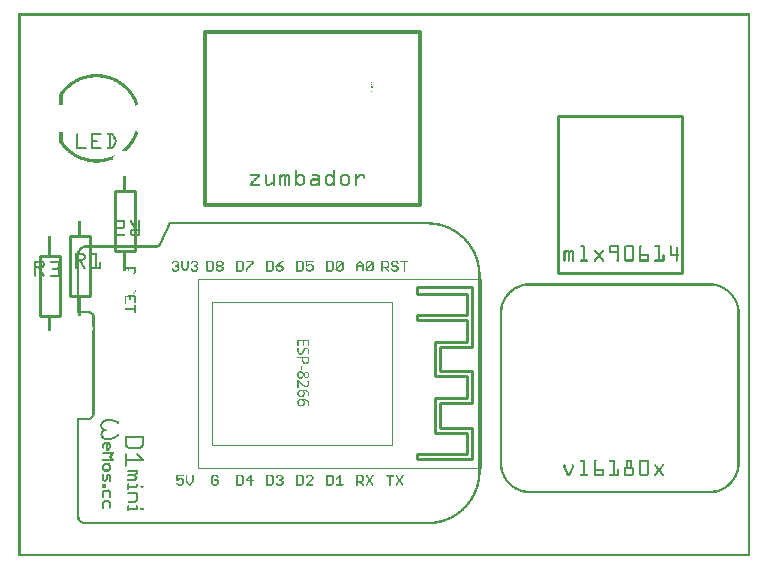
<source format=gto>
G04 MADE WITH FRITZING*
G04 WWW.FRITZING.ORG*
G04 DOUBLE SIDED*
G04 HOLES PLATED*
G04 CONTOUR ON CENTER OF CONTOUR VECTOR*
%ASAXBY*%
%FSLAX23Y23*%
%MOIN*%
%OFA0B0*%
%SFA1.0B1.0*%
%ADD10R,0.947653X0.632695X0.942097X0.627139*%
%ADD11C,0.002778*%
%ADD12R,0.602764X0.477764X0.597208X0.472208*%
%ADD13R,0.423392X0.531653X0.403392X0.511653*%
%ADD14C,0.010000*%
%ADD15R,0.728347X0.590551X0.704603X0.566807*%
%ADD16C,0.011872*%
%ADD17R,0.001000X0.001000*%
%LNSILK1*%
G90*
G70*
G54D11*
X597Y926D02*
X1542Y926D01*
X1542Y296D01*
X597Y296D01*
X597Y926D01*
D02*
X646Y848D02*
X1246Y848D01*
X1246Y373D01*
X646Y373D01*
X646Y848D01*
D02*
G54D14*
X1799Y1468D02*
X2212Y1468D01*
X2212Y946D01*
X1799Y946D01*
X1799Y1468D01*
D02*
G54D16*
X622Y1750D02*
X1338Y1750D01*
X1338Y1172D01*
X622Y1172D01*
X622Y1750D01*
D02*
G54D14*
X322Y1020D02*
X322Y1220D01*
D02*
X322Y1220D02*
X388Y1220D01*
D02*
X388Y1220D02*
X388Y1020D01*
D02*
X388Y1020D02*
X322Y1020D01*
D02*
X172Y870D02*
X172Y1070D01*
D02*
X172Y1070D02*
X238Y1070D01*
D02*
X238Y1070D02*
X238Y870D01*
D02*
X238Y870D02*
X172Y870D01*
D02*
X138Y1001D02*
X138Y801D01*
D02*
X138Y801D02*
X72Y801D01*
D02*
X72Y801D02*
X72Y1001D01*
D02*
X72Y1001D02*
X138Y1001D01*
X1329Y324D02*
X1329Y341D01*
X1496Y341D01*
X1496Y412D01*
X1389Y412D01*
X1389Y528D01*
X1496Y528D01*
X1496Y601D01*
X1389Y601D01*
X1389Y716D01*
X1496Y716D01*
X1496Y787D01*
X1329Y787D01*
X1329Y804D01*
X1496Y804D01*
X1496Y874D01*
X1329Y874D01*
X1329Y897D01*
X1513Y897D01*
X1513Y699D01*
X1406Y699D01*
X1406Y618D01*
X1513Y618D01*
X1513Y511D01*
X1406Y511D01*
X1406Y429D01*
X1513Y429D01*
X1513Y324D01*
X1329Y324D01*
D02*
G54D17*
X0Y1811D02*
X2439Y1811D01*
X0Y1810D02*
X2439Y1810D01*
X0Y1809D02*
X2439Y1809D01*
X0Y1808D02*
X2439Y1808D01*
X0Y1807D02*
X2439Y1807D01*
X0Y1806D02*
X2439Y1806D01*
X0Y1805D02*
X2439Y1805D01*
X0Y1804D02*
X2439Y1804D01*
X0Y1803D02*
X7Y1803D01*
X2432Y1803D02*
X2439Y1803D01*
X0Y1802D02*
X7Y1802D01*
X2432Y1802D02*
X2439Y1802D01*
X0Y1801D02*
X7Y1801D01*
X2432Y1801D02*
X2439Y1801D01*
X0Y1800D02*
X7Y1800D01*
X2432Y1800D02*
X2439Y1800D01*
X0Y1799D02*
X7Y1799D01*
X2432Y1799D02*
X2439Y1799D01*
X0Y1798D02*
X7Y1798D01*
X2432Y1798D02*
X2439Y1798D01*
X0Y1797D02*
X7Y1797D01*
X2432Y1797D02*
X2439Y1797D01*
X0Y1796D02*
X7Y1796D01*
X2432Y1796D02*
X2439Y1796D01*
X0Y1795D02*
X7Y1795D01*
X2432Y1795D02*
X2439Y1795D01*
X0Y1794D02*
X7Y1794D01*
X2432Y1794D02*
X2439Y1794D01*
X0Y1793D02*
X7Y1793D01*
X2432Y1793D02*
X2439Y1793D01*
X0Y1792D02*
X7Y1792D01*
X2432Y1792D02*
X2439Y1792D01*
X0Y1791D02*
X7Y1791D01*
X2432Y1791D02*
X2439Y1791D01*
X0Y1790D02*
X7Y1790D01*
X2432Y1790D02*
X2439Y1790D01*
X0Y1789D02*
X7Y1789D01*
X2432Y1789D02*
X2439Y1789D01*
X0Y1788D02*
X7Y1788D01*
X2432Y1788D02*
X2439Y1788D01*
X0Y1787D02*
X7Y1787D01*
X2432Y1787D02*
X2439Y1787D01*
X0Y1786D02*
X7Y1786D01*
X2432Y1786D02*
X2439Y1786D01*
X0Y1785D02*
X7Y1785D01*
X2432Y1785D02*
X2439Y1785D01*
X0Y1784D02*
X7Y1784D01*
X2432Y1784D02*
X2439Y1784D01*
X0Y1783D02*
X7Y1783D01*
X2432Y1783D02*
X2439Y1783D01*
X0Y1782D02*
X7Y1782D01*
X2432Y1782D02*
X2439Y1782D01*
X0Y1781D02*
X7Y1781D01*
X2432Y1781D02*
X2439Y1781D01*
X0Y1780D02*
X7Y1780D01*
X2432Y1780D02*
X2439Y1780D01*
X0Y1779D02*
X7Y1779D01*
X2432Y1779D02*
X2439Y1779D01*
X0Y1778D02*
X7Y1778D01*
X2432Y1778D02*
X2439Y1778D01*
X0Y1777D02*
X7Y1777D01*
X2432Y1777D02*
X2439Y1777D01*
X0Y1776D02*
X7Y1776D01*
X2432Y1776D02*
X2439Y1776D01*
X0Y1775D02*
X7Y1775D01*
X2432Y1775D02*
X2439Y1775D01*
X0Y1774D02*
X7Y1774D01*
X2432Y1774D02*
X2439Y1774D01*
X0Y1773D02*
X7Y1773D01*
X2432Y1773D02*
X2439Y1773D01*
X0Y1772D02*
X7Y1772D01*
X2432Y1772D02*
X2439Y1772D01*
X0Y1771D02*
X7Y1771D01*
X2432Y1771D02*
X2439Y1771D01*
X0Y1770D02*
X7Y1770D01*
X2432Y1770D02*
X2439Y1770D01*
X0Y1769D02*
X7Y1769D01*
X2432Y1769D02*
X2439Y1769D01*
X0Y1768D02*
X7Y1768D01*
X2432Y1768D02*
X2439Y1768D01*
X0Y1767D02*
X7Y1767D01*
X2432Y1767D02*
X2439Y1767D01*
X0Y1766D02*
X7Y1766D01*
X2432Y1766D02*
X2439Y1766D01*
X0Y1765D02*
X7Y1765D01*
X2432Y1765D02*
X2439Y1765D01*
X0Y1764D02*
X7Y1764D01*
X2432Y1764D02*
X2439Y1764D01*
X0Y1763D02*
X7Y1763D01*
X2432Y1763D02*
X2439Y1763D01*
X0Y1762D02*
X7Y1762D01*
X2432Y1762D02*
X2439Y1762D01*
X0Y1761D02*
X7Y1761D01*
X2432Y1761D02*
X2439Y1761D01*
X0Y1760D02*
X7Y1760D01*
X2432Y1760D02*
X2439Y1760D01*
X0Y1759D02*
X7Y1759D01*
X2432Y1759D02*
X2439Y1759D01*
X0Y1758D02*
X7Y1758D01*
X2432Y1758D02*
X2439Y1758D01*
X0Y1757D02*
X7Y1757D01*
X2432Y1757D02*
X2439Y1757D01*
X0Y1756D02*
X7Y1756D01*
X2432Y1756D02*
X2439Y1756D01*
X0Y1755D02*
X7Y1755D01*
X2432Y1755D02*
X2439Y1755D01*
X0Y1754D02*
X7Y1754D01*
X2432Y1754D02*
X2439Y1754D01*
X0Y1753D02*
X7Y1753D01*
X2432Y1753D02*
X2439Y1753D01*
X0Y1752D02*
X7Y1752D01*
X2432Y1752D02*
X2439Y1752D01*
X0Y1751D02*
X7Y1751D01*
X2432Y1751D02*
X2439Y1751D01*
X0Y1750D02*
X7Y1750D01*
X2432Y1750D02*
X2439Y1750D01*
X0Y1749D02*
X7Y1749D01*
X2432Y1749D02*
X2439Y1749D01*
X0Y1748D02*
X7Y1748D01*
X2432Y1748D02*
X2439Y1748D01*
X0Y1747D02*
X7Y1747D01*
X2432Y1747D02*
X2439Y1747D01*
X0Y1746D02*
X7Y1746D01*
X2432Y1746D02*
X2439Y1746D01*
X0Y1745D02*
X7Y1745D01*
X2432Y1745D02*
X2439Y1745D01*
X0Y1744D02*
X7Y1744D01*
X2432Y1744D02*
X2439Y1744D01*
X0Y1743D02*
X7Y1743D01*
X2432Y1743D02*
X2439Y1743D01*
X0Y1742D02*
X7Y1742D01*
X2432Y1742D02*
X2439Y1742D01*
X0Y1741D02*
X7Y1741D01*
X2432Y1741D02*
X2439Y1741D01*
X0Y1740D02*
X7Y1740D01*
X2432Y1740D02*
X2439Y1740D01*
X0Y1739D02*
X7Y1739D01*
X2432Y1739D02*
X2439Y1739D01*
X0Y1738D02*
X7Y1738D01*
X2432Y1738D02*
X2439Y1738D01*
X0Y1737D02*
X7Y1737D01*
X2432Y1737D02*
X2439Y1737D01*
X0Y1736D02*
X7Y1736D01*
X2432Y1736D02*
X2439Y1736D01*
X0Y1735D02*
X7Y1735D01*
X2432Y1735D02*
X2439Y1735D01*
X0Y1734D02*
X7Y1734D01*
X2432Y1734D02*
X2439Y1734D01*
X0Y1733D02*
X7Y1733D01*
X2432Y1733D02*
X2439Y1733D01*
X0Y1732D02*
X7Y1732D01*
X2432Y1732D02*
X2439Y1732D01*
X0Y1731D02*
X7Y1731D01*
X2432Y1731D02*
X2439Y1731D01*
X0Y1730D02*
X7Y1730D01*
X2432Y1730D02*
X2439Y1730D01*
X0Y1729D02*
X7Y1729D01*
X2432Y1729D02*
X2439Y1729D01*
X0Y1728D02*
X7Y1728D01*
X2432Y1728D02*
X2439Y1728D01*
X0Y1727D02*
X7Y1727D01*
X2432Y1727D02*
X2439Y1727D01*
X0Y1726D02*
X7Y1726D01*
X2432Y1726D02*
X2439Y1726D01*
X0Y1725D02*
X7Y1725D01*
X2432Y1725D02*
X2439Y1725D01*
X0Y1724D02*
X7Y1724D01*
X2432Y1724D02*
X2439Y1724D01*
X0Y1723D02*
X7Y1723D01*
X2432Y1723D02*
X2439Y1723D01*
X0Y1722D02*
X7Y1722D01*
X2432Y1722D02*
X2439Y1722D01*
X0Y1721D02*
X7Y1721D01*
X2432Y1721D02*
X2439Y1721D01*
X0Y1720D02*
X7Y1720D01*
X2432Y1720D02*
X2439Y1720D01*
X0Y1719D02*
X7Y1719D01*
X2432Y1719D02*
X2439Y1719D01*
X0Y1718D02*
X7Y1718D01*
X2432Y1718D02*
X2439Y1718D01*
X0Y1717D02*
X7Y1717D01*
X2432Y1717D02*
X2439Y1717D01*
X0Y1716D02*
X7Y1716D01*
X2432Y1716D02*
X2439Y1716D01*
X0Y1715D02*
X7Y1715D01*
X2432Y1715D02*
X2439Y1715D01*
X0Y1714D02*
X7Y1714D01*
X2432Y1714D02*
X2439Y1714D01*
X0Y1713D02*
X7Y1713D01*
X2432Y1713D02*
X2439Y1713D01*
X0Y1712D02*
X7Y1712D01*
X2432Y1712D02*
X2439Y1712D01*
X0Y1711D02*
X7Y1711D01*
X2432Y1711D02*
X2439Y1711D01*
X0Y1710D02*
X7Y1710D01*
X2432Y1710D02*
X2439Y1710D01*
X0Y1709D02*
X7Y1709D01*
X2432Y1709D02*
X2439Y1709D01*
X0Y1708D02*
X7Y1708D01*
X2432Y1708D02*
X2439Y1708D01*
X0Y1707D02*
X7Y1707D01*
X2432Y1707D02*
X2439Y1707D01*
X0Y1706D02*
X7Y1706D01*
X2432Y1706D02*
X2439Y1706D01*
X0Y1705D02*
X7Y1705D01*
X2432Y1705D02*
X2439Y1705D01*
X0Y1704D02*
X7Y1704D01*
X2432Y1704D02*
X2439Y1704D01*
X0Y1703D02*
X7Y1703D01*
X2432Y1703D02*
X2439Y1703D01*
X0Y1702D02*
X7Y1702D01*
X2432Y1702D02*
X2439Y1702D01*
X0Y1701D02*
X7Y1701D01*
X2432Y1701D02*
X2439Y1701D01*
X0Y1700D02*
X7Y1700D01*
X2432Y1700D02*
X2439Y1700D01*
X0Y1699D02*
X7Y1699D01*
X2432Y1699D02*
X2439Y1699D01*
X0Y1698D02*
X7Y1698D01*
X2432Y1698D02*
X2439Y1698D01*
X0Y1697D02*
X7Y1697D01*
X2432Y1697D02*
X2439Y1697D01*
X0Y1696D02*
X7Y1696D01*
X2432Y1696D02*
X2439Y1696D01*
X0Y1695D02*
X7Y1695D01*
X2432Y1695D02*
X2439Y1695D01*
X0Y1694D02*
X7Y1694D01*
X2432Y1694D02*
X2439Y1694D01*
X0Y1693D02*
X7Y1693D01*
X2432Y1693D02*
X2439Y1693D01*
X0Y1692D02*
X7Y1692D01*
X2432Y1692D02*
X2439Y1692D01*
X0Y1691D02*
X7Y1691D01*
X2432Y1691D02*
X2439Y1691D01*
X0Y1690D02*
X7Y1690D01*
X2432Y1690D02*
X2439Y1690D01*
X0Y1689D02*
X7Y1689D01*
X2432Y1689D02*
X2439Y1689D01*
X0Y1688D02*
X7Y1688D01*
X2432Y1688D02*
X2439Y1688D01*
X0Y1687D02*
X7Y1687D01*
X2432Y1687D02*
X2439Y1687D01*
X0Y1686D02*
X7Y1686D01*
X2432Y1686D02*
X2439Y1686D01*
X0Y1685D02*
X7Y1685D01*
X2432Y1685D02*
X2439Y1685D01*
X0Y1684D02*
X7Y1684D01*
X2432Y1684D02*
X2439Y1684D01*
X0Y1683D02*
X7Y1683D01*
X2432Y1683D02*
X2439Y1683D01*
X0Y1682D02*
X7Y1682D01*
X2432Y1682D02*
X2439Y1682D01*
X0Y1681D02*
X7Y1681D01*
X2432Y1681D02*
X2439Y1681D01*
X0Y1680D02*
X7Y1680D01*
X2432Y1680D02*
X2439Y1680D01*
X0Y1679D02*
X7Y1679D01*
X2432Y1679D02*
X2439Y1679D01*
X0Y1678D02*
X7Y1678D01*
X2432Y1678D02*
X2439Y1678D01*
X0Y1677D02*
X7Y1677D01*
X2432Y1677D02*
X2439Y1677D01*
X0Y1676D02*
X7Y1676D01*
X2432Y1676D02*
X2439Y1676D01*
X0Y1675D02*
X7Y1675D01*
X2432Y1675D02*
X2439Y1675D01*
X0Y1674D02*
X7Y1674D01*
X2432Y1674D02*
X2439Y1674D01*
X0Y1673D02*
X7Y1673D01*
X2432Y1673D02*
X2439Y1673D01*
X0Y1672D02*
X7Y1672D01*
X2432Y1672D02*
X2439Y1672D01*
X0Y1671D02*
X7Y1671D01*
X2432Y1671D02*
X2439Y1671D01*
X0Y1670D02*
X7Y1670D01*
X2432Y1670D02*
X2439Y1670D01*
X0Y1669D02*
X7Y1669D01*
X2432Y1669D02*
X2439Y1669D01*
X0Y1668D02*
X7Y1668D01*
X2432Y1668D02*
X2439Y1668D01*
X0Y1667D02*
X7Y1667D01*
X2432Y1667D02*
X2439Y1667D01*
X0Y1666D02*
X7Y1666D01*
X2432Y1666D02*
X2439Y1666D01*
X0Y1665D02*
X7Y1665D01*
X2432Y1665D02*
X2439Y1665D01*
X0Y1664D02*
X7Y1664D01*
X2432Y1664D02*
X2439Y1664D01*
X0Y1663D02*
X7Y1663D01*
X2432Y1663D02*
X2439Y1663D01*
X0Y1662D02*
X7Y1662D01*
X2432Y1662D02*
X2439Y1662D01*
X0Y1661D02*
X7Y1661D01*
X2432Y1661D02*
X2439Y1661D01*
X0Y1660D02*
X7Y1660D01*
X2432Y1660D02*
X2439Y1660D01*
X0Y1659D02*
X7Y1659D01*
X2432Y1659D02*
X2439Y1659D01*
X0Y1658D02*
X7Y1658D01*
X2432Y1658D02*
X2439Y1658D01*
X0Y1657D02*
X7Y1657D01*
X2432Y1657D02*
X2439Y1657D01*
X0Y1656D02*
X7Y1656D01*
X2432Y1656D02*
X2439Y1656D01*
X0Y1655D02*
X7Y1655D01*
X2432Y1655D02*
X2439Y1655D01*
X0Y1654D02*
X7Y1654D01*
X2432Y1654D02*
X2439Y1654D01*
X0Y1653D02*
X7Y1653D01*
X2432Y1653D02*
X2439Y1653D01*
X0Y1652D02*
X7Y1652D01*
X2432Y1652D02*
X2439Y1652D01*
X0Y1651D02*
X7Y1651D01*
X2432Y1651D02*
X2439Y1651D01*
X0Y1650D02*
X7Y1650D01*
X2432Y1650D02*
X2439Y1650D01*
X0Y1649D02*
X7Y1649D01*
X2432Y1649D02*
X2439Y1649D01*
X0Y1648D02*
X7Y1648D01*
X2432Y1648D02*
X2439Y1648D01*
X0Y1647D02*
X7Y1647D01*
X2432Y1647D02*
X2439Y1647D01*
X0Y1646D02*
X7Y1646D01*
X2432Y1646D02*
X2439Y1646D01*
X0Y1645D02*
X7Y1645D01*
X2432Y1645D02*
X2439Y1645D01*
X0Y1644D02*
X7Y1644D01*
X2432Y1644D02*
X2439Y1644D01*
X0Y1643D02*
X7Y1643D01*
X2432Y1643D02*
X2439Y1643D01*
X0Y1642D02*
X7Y1642D01*
X2432Y1642D02*
X2439Y1642D01*
X0Y1641D02*
X7Y1641D01*
X2432Y1641D02*
X2439Y1641D01*
X0Y1640D02*
X7Y1640D01*
X2432Y1640D02*
X2439Y1640D01*
X0Y1639D02*
X7Y1639D01*
X2432Y1639D02*
X2439Y1639D01*
X0Y1638D02*
X7Y1638D01*
X2432Y1638D02*
X2439Y1638D01*
X0Y1637D02*
X7Y1637D01*
X2432Y1637D02*
X2439Y1637D01*
X0Y1636D02*
X7Y1636D01*
X2432Y1636D02*
X2439Y1636D01*
X0Y1635D02*
X7Y1635D01*
X2432Y1635D02*
X2439Y1635D01*
X0Y1634D02*
X7Y1634D01*
X2432Y1634D02*
X2439Y1634D01*
X0Y1633D02*
X7Y1633D01*
X2432Y1633D02*
X2439Y1633D01*
X0Y1632D02*
X7Y1632D01*
X2432Y1632D02*
X2439Y1632D01*
X0Y1631D02*
X7Y1631D01*
X2432Y1631D02*
X2439Y1631D01*
X0Y1630D02*
X7Y1630D01*
X2432Y1630D02*
X2439Y1630D01*
X0Y1629D02*
X7Y1629D01*
X2432Y1629D02*
X2439Y1629D01*
X0Y1628D02*
X7Y1628D01*
X2432Y1628D02*
X2439Y1628D01*
X0Y1627D02*
X7Y1627D01*
X2432Y1627D02*
X2439Y1627D01*
X0Y1626D02*
X7Y1626D01*
X2432Y1626D02*
X2439Y1626D01*
X0Y1625D02*
X7Y1625D01*
X2432Y1625D02*
X2439Y1625D01*
X0Y1624D02*
X7Y1624D01*
X2432Y1624D02*
X2439Y1624D01*
X0Y1623D02*
X7Y1623D01*
X2432Y1623D02*
X2439Y1623D01*
X0Y1622D02*
X7Y1622D01*
X2432Y1622D02*
X2439Y1622D01*
X0Y1621D02*
X7Y1621D01*
X2432Y1621D02*
X2439Y1621D01*
X0Y1620D02*
X7Y1620D01*
X2432Y1620D02*
X2439Y1620D01*
X0Y1619D02*
X7Y1619D01*
X2432Y1619D02*
X2439Y1619D01*
X0Y1618D02*
X7Y1618D01*
X2432Y1618D02*
X2439Y1618D01*
X0Y1617D02*
X7Y1617D01*
X2432Y1617D02*
X2439Y1617D01*
X0Y1616D02*
X7Y1616D01*
X2432Y1616D02*
X2439Y1616D01*
X0Y1615D02*
X7Y1615D01*
X2432Y1615D02*
X2439Y1615D01*
X0Y1614D02*
X7Y1614D01*
X2432Y1614D02*
X2439Y1614D01*
X0Y1613D02*
X7Y1613D01*
X2432Y1613D02*
X2439Y1613D01*
X0Y1612D02*
X7Y1612D01*
X2432Y1612D02*
X2439Y1612D01*
X0Y1611D02*
X7Y1611D01*
X2432Y1611D02*
X2439Y1611D01*
X0Y1610D02*
X7Y1610D01*
X2432Y1610D02*
X2439Y1610D01*
X0Y1609D02*
X7Y1609D01*
X2432Y1609D02*
X2439Y1609D01*
X0Y1608D02*
X7Y1608D01*
X246Y1608D02*
X273Y1608D01*
X2432Y1608D02*
X2439Y1608D01*
X0Y1607D02*
X7Y1607D01*
X238Y1607D02*
X281Y1607D01*
X2432Y1607D02*
X2439Y1607D01*
X0Y1606D02*
X7Y1606D01*
X233Y1606D02*
X287Y1606D01*
X2432Y1606D02*
X2439Y1606D01*
X0Y1605D02*
X7Y1605D01*
X228Y1605D02*
X292Y1605D01*
X2432Y1605D02*
X2439Y1605D01*
X0Y1604D02*
X7Y1604D01*
X224Y1604D02*
X296Y1604D01*
X2432Y1604D02*
X2439Y1604D01*
X0Y1603D02*
X7Y1603D01*
X220Y1603D02*
X300Y1603D01*
X2432Y1603D02*
X2439Y1603D01*
X0Y1602D02*
X7Y1602D01*
X217Y1602D02*
X303Y1602D01*
X2432Y1602D02*
X2439Y1602D01*
X0Y1601D02*
X7Y1601D01*
X214Y1601D02*
X306Y1601D01*
X2432Y1601D02*
X2439Y1601D01*
X0Y1600D02*
X7Y1600D01*
X211Y1600D02*
X309Y1600D01*
X2432Y1600D02*
X2439Y1600D01*
X0Y1599D02*
X7Y1599D01*
X208Y1599D02*
X311Y1599D01*
X2432Y1599D02*
X2439Y1599D01*
X0Y1598D02*
X7Y1598D01*
X206Y1598D02*
X314Y1598D01*
X2432Y1598D02*
X2439Y1598D01*
X0Y1597D02*
X7Y1597D01*
X203Y1597D02*
X247Y1597D01*
X273Y1597D02*
X316Y1597D01*
X2432Y1597D02*
X2439Y1597D01*
X0Y1596D02*
X7Y1596D01*
X201Y1596D02*
X238Y1596D01*
X281Y1596D02*
X319Y1596D01*
X2432Y1596D02*
X2439Y1596D01*
X0Y1595D02*
X7Y1595D01*
X199Y1595D02*
X233Y1595D01*
X287Y1595D02*
X321Y1595D01*
X2432Y1595D02*
X2439Y1595D01*
X0Y1594D02*
X7Y1594D01*
X197Y1594D02*
X228Y1594D01*
X292Y1594D02*
X323Y1594D01*
X2432Y1594D02*
X2439Y1594D01*
X0Y1593D02*
X7Y1593D01*
X194Y1593D02*
X224Y1593D01*
X296Y1593D02*
X325Y1593D01*
X2432Y1593D02*
X2439Y1593D01*
X0Y1592D02*
X7Y1592D01*
X193Y1592D02*
X220Y1592D01*
X299Y1592D02*
X327Y1592D01*
X2432Y1592D02*
X2439Y1592D01*
X0Y1591D02*
X7Y1591D01*
X191Y1591D02*
X217Y1591D01*
X303Y1591D02*
X329Y1591D01*
X2432Y1591D02*
X2439Y1591D01*
X0Y1590D02*
X7Y1590D01*
X189Y1590D02*
X214Y1590D01*
X306Y1590D02*
X331Y1590D01*
X2432Y1590D02*
X2439Y1590D01*
X0Y1589D02*
X7Y1589D01*
X187Y1589D02*
X211Y1589D01*
X308Y1589D02*
X333Y1589D01*
X1174Y1589D02*
X1180Y1589D01*
X2432Y1589D02*
X2439Y1589D01*
X0Y1588D02*
X7Y1588D01*
X185Y1588D02*
X209Y1588D01*
X311Y1588D02*
X334Y1588D01*
X1176Y1588D02*
X1176Y1588D01*
X1178Y1588D02*
X1178Y1588D01*
X2432Y1588D02*
X2439Y1588D01*
X0Y1587D02*
X7Y1587D01*
X184Y1587D02*
X206Y1587D01*
X314Y1587D02*
X336Y1587D01*
X1175Y1587D02*
X1176Y1587D01*
X1179Y1587D02*
X1179Y1587D01*
X2432Y1587D02*
X2439Y1587D01*
X0Y1586D02*
X7Y1586D01*
X182Y1586D02*
X204Y1586D01*
X316Y1586D02*
X337Y1586D01*
X1174Y1586D02*
X1175Y1586D01*
X1180Y1586D02*
X1180Y1586D01*
X2432Y1586D02*
X2439Y1586D01*
X0Y1585D02*
X7Y1585D01*
X180Y1585D02*
X202Y1585D01*
X318Y1585D02*
X339Y1585D01*
X1174Y1585D02*
X1174Y1585D01*
X2432Y1585D02*
X2439Y1585D01*
X0Y1584D02*
X7Y1584D01*
X179Y1584D02*
X200Y1584D01*
X320Y1584D02*
X341Y1584D01*
X2432Y1584D02*
X2439Y1584D01*
X0Y1583D02*
X7Y1583D01*
X177Y1583D02*
X198Y1583D01*
X322Y1583D02*
X342Y1583D01*
X2432Y1583D02*
X2439Y1583D01*
X0Y1582D02*
X7Y1582D01*
X176Y1582D02*
X196Y1582D01*
X324Y1582D02*
X344Y1582D01*
X1180Y1582D02*
X1180Y1582D01*
X2432Y1582D02*
X2439Y1582D01*
X0Y1581D02*
X7Y1581D01*
X175Y1581D02*
X194Y1581D01*
X326Y1581D02*
X345Y1581D01*
X1178Y1581D02*
X1179Y1581D01*
X2432Y1581D02*
X2439Y1581D01*
X0Y1580D02*
X7Y1580D01*
X173Y1580D02*
X192Y1580D01*
X328Y1580D02*
X346Y1580D01*
X1174Y1580D02*
X1178Y1580D01*
X2432Y1580D02*
X2439Y1580D01*
X0Y1579D02*
X7Y1579D01*
X172Y1579D02*
X190Y1579D01*
X330Y1579D02*
X348Y1579D01*
X1178Y1579D02*
X1179Y1579D01*
X2432Y1579D02*
X2439Y1579D01*
X0Y1578D02*
X7Y1578D01*
X171Y1578D02*
X189Y1578D01*
X331Y1578D02*
X349Y1578D01*
X1179Y1578D02*
X1181Y1578D01*
X2432Y1578D02*
X2439Y1578D01*
X0Y1577D02*
X7Y1577D01*
X169Y1577D02*
X187Y1577D01*
X333Y1577D02*
X350Y1577D01*
X2432Y1577D02*
X2439Y1577D01*
X0Y1576D02*
X7Y1576D01*
X168Y1576D02*
X185Y1576D01*
X334Y1576D02*
X352Y1576D01*
X2432Y1576D02*
X2439Y1576D01*
X0Y1575D02*
X7Y1575D01*
X167Y1575D02*
X184Y1575D01*
X336Y1575D02*
X353Y1575D01*
X1177Y1575D02*
X1177Y1575D01*
X2432Y1575D02*
X2439Y1575D01*
X0Y1574D02*
X7Y1574D01*
X166Y1574D02*
X182Y1574D01*
X337Y1574D02*
X354Y1574D01*
X1177Y1574D02*
X1177Y1574D01*
X2432Y1574D02*
X2439Y1574D01*
X0Y1573D02*
X7Y1573D01*
X164Y1573D02*
X181Y1573D01*
X339Y1573D02*
X355Y1573D01*
X1177Y1573D02*
X1177Y1573D01*
X2432Y1573D02*
X2439Y1573D01*
X0Y1572D02*
X7Y1572D01*
X163Y1572D02*
X180Y1572D01*
X340Y1572D02*
X356Y1572D01*
X1177Y1572D02*
X1177Y1572D01*
X2432Y1572D02*
X2439Y1572D01*
X0Y1571D02*
X7Y1571D01*
X162Y1571D02*
X178Y1571D01*
X342Y1571D02*
X357Y1571D01*
X1177Y1571D02*
X1177Y1571D01*
X2432Y1571D02*
X2439Y1571D01*
X0Y1570D02*
X7Y1570D01*
X161Y1570D02*
X177Y1570D01*
X343Y1570D02*
X359Y1570D01*
X2432Y1570D02*
X2439Y1570D01*
X0Y1569D02*
X7Y1569D01*
X160Y1569D02*
X176Y1569D01*
X344Y1569D02*
X360Y1569D01*
X2432Y1569D02*
X2439Y1569D01*
X0Y1568D02*
X7Y1568D01*
X159Y1568D02*
X174Y1568D01*
X346Y1568D02*
X361Y1568D01*
X2432Y1568D02*
X2439Y1568D01*
X0Y1567D02*
X7Y1567D01*
X158Y1567D02*
X173Y1567D01*
X347Y1567D02*
X362Y1567D01*
X1174Y1567D02*
X1181Y1567D01*
X2432Y1567D02*
X2439Y1567D01*
X0Y1566D02*
X7Y1566D01*
X157Y1566D02*
X172Y1566D01*
X348Y1566D02*
X363Y1566D01*
X1174Y1566D02*
X1174Y1566D01*
X1181Y1566D02*
X1181Y1566D01*
X2432Y1566D02*
X2439Y1566D01*
X0Y1565D02*
X7Y1565D01*
X156Y1565D02*
X171Y1565D01*
X349Y1565D02*
X364Y1565D01*
X1174Y1565D02*
X1174Y1565D01*
X1181Y1565D02*
X1181Y1565D01*
X2432Y1565D02*
X2439Y1565D01*
X0Y1564D02*
X7Y1564D01*
X155Y1564D02*
X170Y1564D01*
X350Y1564D02*
X365Y1564D01*
X1174Y1564D02*
X1181Y1564D01*
X2432Y1564D02*
X2439Y1564D01*
X0Y1563D02*
X7Y1563D01*
X154Y1563D02*
X168Y1563D01*
X352Y1563D02*
X366Y1563D01*
X1175Y1563D02*
X1179Y1563D01*
X2432Y1563D02*
X2439Y1563D01*
X0Y1562D02*
X7Y1562D01*
X153Y1562D02*
X167Y1562D01*
X353Y1562D02*
X367Y1562D01*
X2432Y1562D02*
X2439Y1562D01*
X0Y1561D02*
X7Y1561D01*
X152Y1561D02*
X166Y1561D01*
X354Y1561D02*
X368Y1561D01*
X2432Y1561D02*
X2439Y1561D01*
X0Y1560D02*
X7Y1560D01*
X151Y1560D02*
X165Y1560D01*
X355Y1560D02*
X369Y1560D01*
X1174Y1560D02*
X1174Y1560D01*
X1181Y1560D02*
X1181Y1560D01*
X2432Y1560D02*
X2439Y1560D01*
X0Y1559D02*
X7Y1559D01*
X150Y1559D02*
X164Y1559D01*
X356Y1559D02*
X370Y1559D01*
X1174Y1559D02*
X1174Y1559D01*
X1180Y1559D02*
X1181Y1559D01*
X2432Y1559D02*
X2439Y1559D01*
X0Y1558D02*
X7Y1558D01*
X149Y1558D02*
X163Y1558D01*
X357Y1558D02*
X370Y1558D01*
X1174Y1558D02*
X1180Y1558D01*
X2432Y1558D02*
X2439Y1558D01*
X0Y1557D02*
X7Y1557D01*
X148Y1557D02*
X162Y1557D01*
X358Y1557D02*
X371Y1557D01*
X1174Y1557D02*
X1174Y1557D01*
X2432Y1557D02*
X2439Y1557D01*
X0Y1556D02*
X7Y1556D01*
X147Y1556D02*
X161Y1556D01*
X359Y1556D02*
X372Y1556D01*
X1174Y1556D02*
X1176Y1556D01*
X2432Y1556D02*
X2439Y1556D01*
X0Y1555D02*
X7Y1555D01*
X147Y1555D02*
X160Y1555D01*
X360Y1555D02*
X373Y1555D01*
X2432Y1555D02*
X2439Y1555D01*
X0Y1554D02*
X7Y1554D01*
X146Y1554D02*
X159Y1554D01*
X361Y1554D02*
X374Y1554D01*
X2432Y1554D02*
X2439Y1554D01*
X0Y1553D02*
X7Y1553D01*
X145Y1553D02*
X158Y1553D01*
X362Y1553D02*
X375Y1553D01*
X1174Y1553D02*
X1177Y1553D01*
X1181Y1553D02*
X1181Y1553D01*
X2432Y1553D02*
X2439Y1553D01*
X0Y1552D02*
X7Y1552D01*
X144Y1552D02*
X158Y1552D01*
X362Y1552D02*
X375Y1552D01*
X1174Y1552D02*
X1174Y1552D01*
X1177Y1552D02*
X1177Y1552D01*
X1181Y1552D02*
X1181Y1552D01*
X2432Y1552D02*
X2439Y1552D01*
X0Y1551D02*
X7Y1551D01*
X143Y1551D02*
X157Y1551D01*
X363Y1551D02*
X376Y1551D01*
X1174Y1551D02*
X1174Y1551D01*
X1177Y1551D02*
X1177Y1551D01*
X1181Y1551D02*
X1181Y1551D01*
X2432Y1551D02*
X2439Y1551D01*
X0Y1550D02*
X7Y1550D01*
X143Y1550D02*
X156Y1550D01*
X364Y1550D02*
X377Y1550D01*
X1174Y1550D02*
X1174Y1550D01*
X1177Y1550D02*
X1177Y1550D01*
X1181Y1550D02*
X1181Y1550D01*
X2432Y1550D02*
X2439Y1550D01*
X0Y1549D02*
X7Y1549D01*
X142Y1549D02*
X155Y1549D01*
X365Y1549D02*
X378Y1549D01*
X1174Y1549D02*
X1174Y1549D01*
X1178Y1549D02*
X1180Y1549D01*
X2432Y1549D02*
X2439Y1549D01*
X0Y1548D02*
X7Y1548D01*
X141Y1548D02*
X154Y1548D01*
X366Y1548D02*
X378Y1548D01*
X2432Y1548D02*
X2439Y1548D01*
X0Y1547D02*
X7Y1547D01*
X140Y1547D02*
X153Y1547D01*
X367Y1547D02*
X379Y1547D01*
X2432Y1547D02*
X2439Y1547D01*
X0Y1546D02*
X7Y1546D01*
X140Y1546D02*
X153Y1546D01*
X367Y1546D02*
X380Y1546D01*
X2432Y1546D02*
X2439Y1546D01*
X0Y1545D02*
X7Y1545D01*
X139Y1545D02*
X152Y1545D01*
X368Y1545D02*
X381Y1545D01*
X2432Y1545D02*
X2439Y1545D01*
X0Y1544D02*
X7Y1544D01*
X138Y1544D02*
X151Y1544D01*
X369Y1544D02*
X381Y1544D01*
X2432Y1544D02*
X2439Y1544D01*
X0Y1543D02*
X7Y1543D01*
X138Y1543D02*
X150Y1543D01*
X370Y1543D02*
X382Y1543D01*
X2432Y1543D02*
X2439Y1543D01*
X0Y1542D02*
X7Y1542D01*
X137Y1542D02*
X150Y1542D01*
X370Y1542D02*
X383Y1542D01*
X2432Y1542D02*
X2439Y1542D01*
X0Y1541D02*
X7Y1541D01*
X137Y1541D02*
X149Y1541D01*
X371Y1541D02*
X383Y1541D01*
X2432Y1541D02*
X2439Y1541D01*
X0Y1540D02*
X7Y1540D01*
X137Y1540D02*
X148Y1540D01*
X372Y1540D02*
X384Y1540D01*
X2432Y1540D02*
X2439Y1540D01*
X0Y1539D02*
X7Y1539D01*
X137Y1539D02*
X147Y1539D01*
X373Y1539D02*
X385Y1539D01*
X2432Y1539D02*
X2439Y1539D01*
X0Y1538D02*
X7Y1538D01*
X137Y1538D02*
X147Y1538D01*
X373Y1538D02*
X385Y1538D01*
X2432Y1538D02*
X2439Y1538D01*
X0Y1537D02*
X7Y1537D01*
X137Y1537D02*
X147Y1537D01*
X374Y1537D02*
X386Y1537D01*
X2432Y1537D02*
X2439Y1537D01*
X0Y1536D02*
X7Y1536D01*
X137Y1536D02*
X147Y1536D01*
X375Y1536D02*
X386Y1536D01*
X2432Y1536D02*
X2439Y1536D01*
X0Y1535D02*
X7Y1535D01*
X137Y1535D02*
X147Y1535D01*
X375Y1535D02*
X387Y1535D01*
X2432Y1535D02*
X2439Y1535D01*
X0Y1534D02*
X7Y1534D01*
X137Y1534D02*
X147Y1534D01*
X376Y1534D02*
X388Y1534D01*
X2432Y1534D02*
X2439Y1534D01*
X0Y1533D02*
X7Y1533D01*
X137Y1533D02*
X147Y1533D01*
X377Y1533D02*
X388Y1533D01*
X2432Y1533D02*
X2439Y1533D01*
X0Y1532D02*
X7Y1532D01*
X137Y1532D02*
X147Y1532D01*
X377Y1532D02*
X389Y1532D01*
X2432Y1532D02*
X2439Y1532D01*
X0Y1531D02*
X7Y1531D01*
X137Y1531D02*
X147Y1531D01*
X378Y1531D02*
X389Y1531D01*
X2432Y1531D02*
X2439Y1531D01*
X0Y1530D02*
X7Y1530D01*
X137Y1530D02*
X147Y1530D01*
X378Y1530D02*
X390Y1530D01*
X2432Y1530D02*
X2439Y1530D01*
X0Y1529D02*
X7Y1529D01*
X137Y1529D02*
X147Y1529D01*
X379Y1529D02*
X390Y1529D01*
X2432Y1529D02*
X2439Y1529D01*
X0Y1528D02*
X7Y1528D01*
X137Y1528D02*
X147Y1528D01*
X379Y1528D02*
X391Y1528D01*
X2432Y1528D02*
X2439Y1528D01*
X0Y1527D02*
X7Y1527D01*
X137Y1527D02*
X147Y1527D01*
X380Y1527D02*
X391Y1527D01*
X2432Y1527D02*
X2439Y1527D01*
X0Y1526D02*
X7Y1526D01*
X137Y1526D02*
X147Y1526D01*
X381Y1526D02*
X392Y1526D01*
X2432Y1526D02*
X2439Y1526D01*
X0Y1525D02*
X7Y1525D01*
X137Y1525D02*
X147Y1525D01*
X381Y1525D02*
X392Y1525D01*
X2432Y1525D02*
X2439Y1525D01*
X0Y1524D02*
X7Y1524D01*
X137Y1524D02*
X147Y1524D01*
X382Y1524D02*
X393Y1524D01*
X2432Y1524D02*
X2439Y1524D01*
X0Y1523D02*
X7Y1523D01*
X137Y1523D02*
X147Y1523D01*
X382Y1523D02*
X393Y1523D01*
X2432Y1523D02*
X2439Y1523D01*
X0Y1522D02*
X7Y1522D01*
X137Y1522D02*
X147Y1522D01*
X383Y1522D02*
X394Y1522D01*
X2432Y1522D02*
X2439Y1522D01*
X0Y1521D02*
X7Y1521D01*
X137Y1521D02*
X147Y1521D01*
X383Y1521D02*
X394Y1521D01*
X2432Y1521D02*
X2439Y1521D01*
X0Y1520D02*
X7Y1520D01*
X137Y1520D02*
X147Y1520D01*
X384Y1520D02*
X395Y1520D01*
X2432Y1520D02*
X2439Y1520D01*
X0Y1519D02*
X7Y1519D01*
X137Y1519D02*
X147Y1519D01*
X384Y1519D02*
X395Y1519D01*
X2432Y1519D02*
X2439Y1519D01*
X0Y1518D02*
X7Y1518D01*
X137Y1518D02*
X147Y1518D01*
X384Y1518D02*
X396Y1518D01*
X2432Y1518D02*
X2439Y1518D01*
X0Y1517D02*
X7Y1517D01*
X137Y1517D02*
X147Y1517D01*
X385Y1517D02*
X396Y1517D01*
X2432Y1517D02*
X2439Y1517D01*
X0Y1516D02*
X7Y1516D01*
X137Y1516D02*
X147Y1516D01*
X385Y1516D02*
X396Y1516D01*
X2432Y1516D02*
X2439Y1516D01*
X0Y1515D02*
X7Y1515D01*
X137Y1515D02*
X147Y1515D01*
X386Y1515D02*
X397Y1515D01*
X2432Y1515D02*
X2439Y1515D01*
X0Y1514D02*
X7Y1514D01*
X137Y1514D02*
X147Y1514D01*
X386Y1514D02*
X397Y1514D01*
X2432Y1514D02*
X2439Y1514D01*
X0Y1513D02*
X7Y1513D01*
X137Y1513D02*
X147Y1513D01*
X387Y1513D02*
X398Y1513D01*
X2432Y1513D02*
X2439Y1513D01*
X0Y1512D02*
X7Y1512D01*
X137Y1512D02*
X147Y1512D01*
X387Y1512D02*
X398Y1512D01*
X2432Y1512D02*
X2439Y1512D01*
X0Y1511D02*
X7Y1511D01*
X137Y1511D02*
X147Y1511D01*
X387Y1511D02*
X398Y1511D01*
X2432Y1511D02*
X2439Y1511D01*
X0Y1510D02*
X7Y1510D01*
X137Y1510D02*
X147Y1510D01*
X388Y1510D02*
X399Y1510D01*
X2432Y1510D02*
X2439Y1510D01*
X0Y1509D02*
X7Y1509D01*
X137Y1509D02*
X147Y1509D01*
X388Y1509D02*
X399Y1509D01*
X2432Y1509D02*
X2439Y1509D01*
X0Y1508D02*
X7Y1508D01*
X137Y1508D02*
X147Y1508D01*
X389Y1508D02*
X399Y1508D01*
X2432Y1508D02*
X2439Y1508D01*
X0Y1507D02*
X7Y1507D01*
X137Y1507D02*
X147Y1507D01*
X389Y1507D02*
X399Y1507D01*
X2432Y1507D02*
X2439Y1507D01*
X0Y1506D02*
X7Y1506D01*
X137Y1506D02*
X147Y1506D01*
X389Y1506D02*
X396Y1506D01*
X2432Y1506D02*
X2439Y1506D01*
X0Y1505D02*
X7Y1505D01*
X390Y1505D02*
X393Y1505D01*
X2432Y1505D02*
X2439Y1505D01*
X0Y1504D02*
X7Y1504D01*
X390Y1504D02*
X390Y1504D01*
X2432Y1504D02*
X2439Y1504D01*
X0Y1503D02*
X7Y1503D01*
X2432Y1503D02*
X2439Y1503D01*
X0Y1502D02*
X7Y1502D01*
X2432Y1502D02*
X2439Y1502D01*
X0Y1501D02*
X7Y1501D01*
X2432Y1501D02*
X2439Y1501D01*
X0Y1500D02*
X7Y1500D01*
X2432Y1500D02*
X2439Y1500D01*
X0Y1499D02*
X7Y1499D01*
X2432Y1499D02*
X2439Y1499D01*
X0Y1498D02*
X7Y1498D01*
X2432Y1498D02*
X2439Y1498D01*
X0Y1497D02*
X7Y1497D01*
X2432Y1497D02*
X2439Y1497D01*
X0Y1496D02*
X7Y1496D01*
X2432Y1496D02*
X2439Y1496D01*
X0Y1495D02*
X7Y1495D01*
X2432Y1495D02*
X2439Y1495D01*
X0Y1494D02*
X7Y1494D01*
X2432Y1494D02*
X2439Y1494D01*
X0Y1493D02*
X7Y1493D01*
X2432Y1493D02*
X2439Y1493D01*
X0Y1492D02*
X7Y1492D01*
X2432Y1492D02*
X2439Y1492D01*
X0Y1491D02*
X7Y1491D01*
X2432Y1491D02*
X2439Y1491D01*
X0Y1490D02*
X7Y1490D01*
X2432Y1490D02*
X2439Y1490D01*
X0Y1489D02*
X7Y1489D01*
X2432Y1489D02*
X2439Y1489D01*
X0Y1488D02*
X7Y1488D01*
X2432Y1488D02*
X2439Y1488D01*
X0Y1487D02*
X7Y1487D01*
X2432Y1487D02*
X2439Y1487D01*
X0Y1486D02*
X7Y1486D01*
X2432Y1486D02*
X2439Y1486D01*
X0Y1485D02*
X7Y1485D01*
X2432Y1485D02*
X2439Y1485D01*
X0Y1484D02*
X7Y1484D01*
X2432Y1484D02*
X2439Y1484D01*
X0Y1483D02*
X7Y1483D01*
X2432Y1483D02*
X2439Y1483D01*
X0Y1482D02*
X7Y1482D01*
X2432Y1482D02*
X2439Y1482D01*
X0Y1481D02*
X7Y1481D01*
X2432Y1481D02*
X2439Y1481D01*
X0Y1480D02*
X7Y1480D01*
X2432Y1480D02*
X2439Y1480D01*
X0Y1479D02*
X7Y1479D01*
X2432Y1479D02*
X2439Y1479D01*
X0Y1478D02*
X7Y1478D01*
X2432Y1478D02*
X2439Y1478D01*
X0Y1477D02*
X7Y1477D01*
X2432Y1477D02*
X2439Y1477D01*
X0Y1476D02*
X7Y1476D01*
X2432Y1476D02*
X2439Y1476D01*
X0Y1475D02*
X7Y1475D01*
X2432Y1475D02*
X2439Y1475D01*
X0Y1474D02*
X7Y1474D01*
X2432Y1474D02*
X2439Y1474D01*
X0Y1473D02*
X7Y1473D01*
X2432Y1473D02*
X2439Y1473D01*
X0Y1472D02*
X7Y1472D01*
X2432Y1472D02*
X2439Y1472D01*
X0Y1471D02*
X7Y1471D01*
X2432Y1471D02*
X2439Y1471D01*
X0Y1470D02*
X7Y1470D01*
X2432Y1470D02*
X2439Y1470D01*
X0Y1469D02*
X7Y1469D01*
X2432Y1469D02*
X2439Y1469D01*
X0Y1468D02*
X7Y1468D01*
X2432Y1468D02*
X2439Y1468D01*
X0Y1467D02*
X7Y1467D01*
X2432Y1467D02*
X2439Y1467D01*
X0Y1466D02*
X7Y1466D01*
X2432Y1466D02*
X2439Y1466D01*
X0Y1465D02*
X7Y1465D01*
X2432Y1465D02*
X2439Y1465D01*
X0Y1464D02*
X7Y1464D01*
X2432Y1464D02*
X2439Y1464D01*
X0Y1463D02*
X7Y1463D01*
X2432Y1463D02*
X2439Y1463D01*
X0Y1462D02*
X7Y1462D01*
X2432Y1462D02*
X2439Y1462D01*
X0Y1461D02*
X7Y1461D01*
X2432Y1461D02*
X2439Y1461D01*
X0Y1460D02*
X7Y1460D01*
X2432Y1460D02*
X2439Y1460D01*
X0Y1459D02*
X7Y1459D01*
X2432Y1459D02*
X2439Y1459D01*
X0Y1458D02*
X7Y1458D01*
X2432Y1458D02*
X2439Y1458D01*
X0Y1457D02*
X7Y1457D01*
X2432Y1457D02*
X2439Y1457D01*
X0Y1456D02*
X7Y1456D01*
X2432Y1456D02*
X2439Y1456D01*
X0Y1455D02*
X7Y1455D01*
X2432Y1455D02*
X2439Y1455D01*
X0Y1454D02*
X7Y1454D01*
X2432Y1454D02*
X2439Y1454D01*
X0Y1453D02*
X7Y1453D01*
X2432Y1453D02*
X2439Y1453D01*
X0Y1452D02*
X7Y1452D01*
X2432Y1452D02*
X2439Y1452D01*
X0Y1451D02*
X7Y1451D01*
X2432Y1451D02*
X2439Y1451D01*
X0Y1450D02*
X7Y1450D01*
X2432Y1450D02*
X2439Y1450D01*
X0Y1449D02*
X7Y1449D01*
X2432Y1449D02*
X2439Y1449D01*
X0Y1448D02*
X7Y1448D01*
X2432Y1448D02*
X2439Y1448D01*
X0Y1447D02*
X7Y1447D01*
X2432Y1447D02*
X2439Y1447D01*
X0Y1446D02*
X7Y1446D01*
X2432Y1446D02*
X2439Y1446D01*
X0Y1445D02*
X7Y1445D01*
X2432Y1445D02*
X2439Y1445D01*
X0Y1444D02*
X7Y1444D01*
X2432Y1444D02*
X2439Y1444D01*
X0Y1443D02*
X7Y1443D01*
X2432Y1443D02*
X2439Y1443D01*
X0Y1442D02*
X7Y1442D01*
X2432Y1442D02*
X2439Y1442D01*
X0Y1441D02*
X7Y1441D01*
X2432Y1441D02*
X2439Y1441D01*
X0Y1440D02*
X7Y1440D01*
X2432Y1440D02*
X2439Y1440D01*
X0Y1439D02*
X7Y1439D01*
X2432Y1439D02*
X2439Y1439D01*
X0Y1438D02*
X7Y1438D01*
X2432Y1438D02*
X2439Y1438D01*
X0Y1437D02*
X7Y1437D01*
X2432Y1437D02*
X2439Y1437D01*
X0Y1436D02*
X7Y1436D01*
X2432Y1436D02*
X2439Y1436D01*
X0Y1435D02*
X7Y1435D01*
X2432Y1435D02*
X2439Y1435D01*
X0Y1434D02*
X7Y1434D01*
X2432Y1434D02*
X2439Y1434D01*
X0Y1433D02*
X7Y1433D01*
X2432Y1433D02*
X2439Y1433D01*
X0Y1432D02*
X7Y1432D01*
X2432Y1432D02*
X2439Y1432D01*
X0Y1431D02*
X7Y1431D01*
X2432Y1431D02*
X2439Y1431D01*
X0Y1430D02*
X7Y1430D01*
X2432Y1430D02*
X2439Y1430D01*
X0Y1429D02*
X7Y1429D01*
X2432Y1429D02*
X2439Y1429D01*
X0Y1428D02*
X7Y1428D01*
X2432Y1428D02*
X2439Y1428D01*
X0Y1427D02*
X7Y1427D01*
X2432Y1427D02*
X2439Y1427D01*
X0Y1426D02*
X7Y1426D01*
X2432Y1426D02*
X2439Y1426D01*
X0Y1425D02*
X7Y1425D01*
X2432Y1425D02*
X2439Y1425D01*
X0Y1424D02*
X7Y1424D01*
X2432Y1424D02*
X2439Y1424D01*
X0Y1423D02*
X7Y1423D01*
X2432Y1423D02*
X2439Y1423D01*
X0Y1422D02*
X7Y1422D01*
X2432Y1422D02*
X2439Y1422D01*
X0Y1421D02*
X7Y1421D01*
X2432Y1421D02*
X2439Y1421D01*
X0Y1420D02*
X7Y1420D01*
X2432Y1420D02*
X2439Y1420D01*
X0Y1419D02*
X7Y1419D01*
X2432Y1419D02*
X2439Y1419D01*
X0Y1418D02*
X7Y1418D01*
X390Y1418D02*
X390Y1418D01*
X2432Y1418D02*
X2439Y1418D01*
X0Y1417D02*
X7Y1417D01*
X390Y1417D02*
X393Y1417D01*
X2432Y1417D02*
X2439Y1417D01*
X0Y1416D02*
X7Y1416D01*
X137Y1416D02*
X147Y1416D01*
X389Y1416D02*
X396Y1416D01*
X2432Y1416D02*
X2439Y1416D01*
X0Y1415D02*
X7Y1415D01*
X137Y1415D02*
X147Y1415D01*
X389Y1415D02*
X399Y1415D01*
X2432Y1415D02*
X2439Y1415D01*
X0Y1414D02*
X7Y1414D01*
X137Y1414D02*
X147Y1414D01*
X389Y1414D02*
X399Y1414D01*
X2432Y1414D02*
X2439Y1414D01*
X0Y1413D02*
X7Y1413D01*
X137Y1413D02*
X147Y1413D01*
X388Y1413D02*
X399Y1413D01*
X2432Y1413D02*
X2439Y1413D01*
X0Y1412D02*
X7Y1412D01*
X137Y1412D02*
X147Y1412D01*
X388Y1412D02*
X399Y1412D01*
X2432Y1412D02*
X2439Y1412D01*
X0Y1411D02*
X7Y1411D01*
X137Y1411D02*
X147Y1411D01*
X195Y1411D02*
X198Y1411D01*
X243Y1411D02*
X275Y1411D01*
X295Y1411D02*
X312Y1411D01*
X387Y1411D02*
X398Y1411D01*
X2432Y1411D02*
X2439Y1411D01*
X0Y1410D02*
X7Y1410D01*
X137Y1410D02*
X147Y1410D01*
X194Y1410D02*
X199Y1410D01*
X243Y1410D02*
X276Y1410D01*
X294Y1410D02*
X314Y1410D01*
X387Y1410D02*
X398Y1410D01*
X2432Y1410D02*
X2439Y1410D01*
X0Y1409D02*
X7Y1409D01*
X137Y1409D02*
X147Y1409D01*
X193Y1409D02*
X199Y1409D01*
X243Y1409D02*
X277Y1409D01*
X294Y1409D02*
X316Y1409D01*
X387Y1409D02*
X398Y1409D01*
X2432Y1409D02*
X2439Y1409D01*
X0Y1408D02*
X7Y1408D01*
X137Y1408D02*
X147Y1408D01*
X193Y1408D02*
X199Y1408D01*
X243Y1408D02*
X277Y1408D01*
X294Y1408D02*
X317Y1408D01*
X386Y1408D02*
X397Y1408D01*
X2432Y1408D02*
X2439Y1408D01*
X0Y1407D02*
X7Y1407D01*
X137Y1407D02*
X147Y1407D01*
X193Y1407D02*
X199Y1407D01*
X243Y1407D02*
X277Y1407D01*
X294Y1407D02*
X318Y1407D01*
X386Y1407D02*
X397Y1407D01*
X2432Y1407D02*
X2439Y1407D01*
X0Y1406D02*
X7Y1406D01*
X137Y1406D02*
X147Y1406D01*
X193Y1406D02*
X199Y1406D01*
X243Y1406D02*
X276Y1406D01*
X294Y1406D02*
X318Y1406D01*
X385Y1406D02*
X396Y1406D01*
X2432Y1406D02*
X2439Y1406D01*
X0Y1405D02*
X7Y1405D01*
X137Y1405D02*
X147Y1405D01*
X193Y1405D02*
X199Y1405D01*
X243Y1405D02*
X275Y1405D01*
X296Y1405D02*
X319Y1405D01*
X385Y1405D02*
X396Y1405D01*
X2432Y1405D02*
X2439Y1405D01*
X0Y1404D02*
X7Y1404D01*
X137Y1404D02*
X147Y1404D01*
X193Y1404D02*
X199Y1404D01*
X243Y1404D02*
X249Y1404D01*
X301Y1404D02*
X307Y1404D01*
X312Y1404D02*
X319Y1404D01*
X384Y1404D02*
X395Y1404D01*
X2432Y1404D02*
X2439Y1404D01*
X0Y1403D02*
X7Y1403D01*
X137Y1403D02*
X147Y1403D01*
X193Y1403D02*
X199Y1403D01*
X243Y1403D02*
X249Y1403D01*
X301Y1403D02*
X307Y1403D01*
X313Y1403D02*
X320Y1403D01*
X384Y1403D02*
X395Y1403D01*
X2432Y1403D02*
X2439Y1403D01*
X0Y1402D02*
X7Y1402D01*
X137Y1402D02*
X147Y1402D01*
X193Y1402D02*
X199Y1402D01*
X243Y1402D02*
X249Y1402D01*
X301Y1402D02*
X307Y1402D01*
X313Y1402D02*
X320Y1402D01*
X383Y1402D02*
X395Y1402D01*
X2432Y1402D02*
X2439Y1402D01*
X0Y1401D02*
X7Y1401D01*
X137Y1401D02*
X147Y1401D01*
X193Y1401D02*
X199Y1401D01*
X243Y1401D02*
X249Y1401D01*
X301Y1401D02*
X307Y1401D01*
X314Y1401D02*
X321Y1401D01*
X383Y1401D02*
X394Y1401D01*
X2432Y1401D02*
X2439Y1401D01*
X0Y1400D02*
X7Y1400D01*
X137Y1400D02*
X147Y1400D01*
X193Y1400D02*
X199Y1400D01*
X243Y1400D02*
X249Y1400D01*
X301Y1400D02*
X307Y1400D01*
X314Y1400D02*
X321Y1400D01*
X383Y1400D02*
X394Y1400D01*
X2432Y1400D02*
X2439Y1400D01*
X0Y1399D02*
X7Y1399D01*
X137Y1399D02*
X147Y1399D01*
X193Y1399D02*
X199Y1399D01*
X243Y1399D02*
X249Y1399D01*
X301Y1399D02*
X307Y1399D01*
X315Y1399D02*
X322Y1399D01*
X382Y1399D02*
X393Y1399D01*
X2432Y1399D02*
X2439Y1399D01*
X0Y1398D02*
X7Y1398D01*
X137Y1398D02*
X147Y1398D01*
X193Y1398D02*
X199Y1398D01*
X243Y1398D02*
X249Y1398D01*
X301Y1398D02*
X307Y1398D01*
X315Y1398D02*
X322Y1398D01*
X381Y1398D02*
X393Y1398D01*
X2432Y1398D02*
X2439Y1398D01*
X0Y1397D02*
X7Y1397D01*
X137Y1397D02*
X147Y1397D01*
X193Y1397D02*
X199Y1397D01*
X243Y1397D02*
X249Y1397D01*
X301Y1397D02*
X307Y1397D01*
X316Y1397D02*
X323Y1397D01*
X381Y1397D02*
X392Y1397D01*
X2432Y1397D02*
X2439Y1397D01*
X0Y1396D02*
X7Y1396D01*
X137Y1396D02*
X147Y1396D01*
X193Y1396D02*
X199Y1396D01*
X243Y1396D02*
X249Y1396D01*
X301Y1396D02*
X307Y1396D01*
X316Y1396D02*
X323Y1396D01*
X380Y1396D02*
X392Y1396D01*
X2432Y1396D02*
X2439Y1396D01*
X0Y1395D02*
X7Y1395D01*
X137Y1395D02*
X147Y1395D01*
X193Y1395D02*
X199Y1395D01*
X243Y1395D02*
X249Y1395D01*
X301Y1395D02*
X307Y1395D01*
X317Y1395D02*
X324Y1395D01*
X380Y1395D02*
X391Y1395D01*
X2432Y1395D02*
X2439Y1395D01*
X0Y1394D02*
X7Y1394D01*
X137Y1394D02*
X147Y1394D01*
X193Y1394D02*
X199Y1394D01*
X243Y1394D02*
X249Y1394D01*
X301Y1394D02*
X307Y1394D01*
X317Y1394D02*
X324Y1394D01*
X379Y1394D02*
X391Y1394D01*
X2432Y1394D02*
X2439Y1394D01*
X0Y1393D02*
X7Y1393D01*
X137Y1393D02*
X147Y1393D01*
X193Y1393D02*
X199Y1393D01*
X243Y1393D02*
X249Y1393D01*
X301Y1393D02*
X307Y1393D01*
X318Y1393D02*
X325Y1393D01*
X379Y1393D02*
X390Y1393D01*
X2432Y1393D02*
X2439Y1393D01*
X0Y1392D02*
X7Y1392D01*
X137Y1392D02*
X147Y1392D01*
X193Y1392D02*
X199Y1392D01*
X243Y1392D02*
X249Y1392D01*
X301Y1392D02*
X307Y1392D01*
X319Y1392D02*
X325Y1392D01*
X378Y1392D02*
X390Y1392D01*
X2432Y1392D02*
X2439Y1392D01*
X0Y1391D02*
X7Y1391D01*
X137Y1391D02*
X147Y1391D01*
X193Y1391D02*
X199Y1391D01*
X243Y1391D02*
X249Y1391D01*
X301Y1391D02*
X307Y1391D01*
X319Y1391D02*
X326Y1391D01*
X378Y1391D02*
X389Y1391D01*
X2432Y1391D02*
X2439Y1391D01*
X0Y1390D02*
X7Y1390D01*
X137Y1390D02*
X147Y1390D01*
X193Y1390D02*
X199Y1390D01*
X243Y1390D02*
X249Y1390D01*
X301Y1390D02*
X307Y1390D01*
X320Y1390D02*
X326Y1390D01*
X377Y1390D02*
X389Y1390D01*
X2432Y1390D02*
X2439Y1390D01*
X0Y1389D02*
X7Y1389D01*
X137Y1389D02*
X147Y1389D01*
X193Y1389D02*
X199Y1389D01*
X243Y1389D02*
X249Y1389D01*
X301Y1389D02*
X307Y1389D01*
X320Y1389D02*
X326Y1389D01*
X376Y1389D02*
X388Y1389D01*
X2432Y1389D02*
X2439Y1389D01*
X0Y1388D02*
X7Y1388D01*
X137Y1388D02*
X147Y1388D01*
X193Y1388D02*
X199Y1388D01*
X243Y1388D02*
X260Y1388D01*
X301Y1388D02*
X307Y1388D01*
X320Y1388D02*
X327Y1388D01*
X376Y1388D02*
X388Y1388D01*
X2432Y1388D02*
X2439Y1388D01*
X0Y1387D02*
X7Y1387D01*
X137Y1387D02*
X147Y1387D01*
X193Y1387D02*
X199Y1387D01*
X243Y1387D02*
X262Y1387D01*
X301Y1387D02*
X307Y1387D01*
X321Y1387D02*
X327Y1387D01*
X375Y1387D02*
X387Y1387D01*
X2432Y1387D02*
X2439Y1387D01*
X0Y1386D02*
X7Y1386D01*
X137Y1386D02*
X147Y1386D01*
X193Y1386D02*
X199Y1386D01*
X243Y1386D02*
X263Y1386D01*
X301Y1386D02*
X307Y1386D01*
X321Y1386D02*
X327Y1386D01*
X374Y1386D02*
X386Y1386D01*
X2432Y1386D02*
X2439Y1386D01*
X0Y1385D02*
X7Y1385D01*
X137Y1385D02*
X147Y1385D01*
X193Y1385D02*
X199Y1385D01*
X243Y1385D02*
X263Y1385D01*
X301Y1385D02*
X307Y1385D01*
X321Y1385D02*
X327Y1385D01*
X374Y1385D02*
X386Y1385D01*
X2432Y1385D02*
X2439Y1385D01*
X0Y1384D02*
X7Y1384D01*
X137Y1384D02*
X147Y1384D01*
X193Y1384D02*
X199Y1384D01*
X243Y1384D02*
X263Y1384D01*
X301Y1384D02*
X307Y1384D01*
X321Y1384D02*
X327Y1384D01*
X373Y1384D02*
X385Y1384D01*
X2432Y1384D02*
X2439Y1384D01*
X0Y1383D02*
X7Y1383D01*
X137Y1383D02*
X148Y1383D01*
X193Y1383D02*
X199Y1383D01*
X243Y1383D02*
X263Y1383D01*
X301Y1383D02*
X307Y1383D01*
X321Y1383D02*
X327Y1383D01*
X372Y1383D02*
X385Y1383D01*
X2432Y1383D02*
X2439Y1383D01*
X0Y1382D02*
X7Y1382D01*
X137Y1382D02*
X148Y1382D01*
X193Y1382D02*
X199Y1382D01*
X243Y1382D02*
X262Y1382D01*
X301Y1382D02*
X307Y1382D01*
X321Y1382D02*
X327Y1382D01*
X372Y1382D02*
X384Y1382D01*
X2432Y1382D02*
X2439Y1382D01*
X0Y1381D02*
X7Y1381D01*
X137Y1381D02*
X149Y1381D01*
X193Y1381D02*
X199Y1381D01*
X243Y1381D02*
X250Y1381D01*
X301Y1381D02*
X307Y1381D01*
X320Y1381D02*
X327Y1381D01*
X371Y1381D02*
X383Y1381D01*
X2432Y1381D02*
X2439Y1381D01*
X0Y1380D02*
X7Y1380D01*
X137Y1380D02*
X150Y1380D01*
X193Y1380D02*
X199Y1380D01*
X243Y1380D02*
X249Y1380D01*
X301Y1380D02*
X307Y1380D01*
X320Y1380D02*
X326Y1380D01*
X370Y1380D02*
X383Y1380D01*
X2432Y1380D02*
X2439Y1380D01*
X0Y1379D02*
X7Y1379D01*
X138Y1379D02*
X151Y1379D01*
X193Y1379D02*
X199Y1379D01*
X243Y1379D02*
X249Y1379D01*
X301Y1379D02*
X307Y1379D01*
X319Y1379D02*
X326Y1379D01*
X370Y1379D02*
X382Y1379D01*
X2432Y1379D02*
X2439Y1379D01*
X0Y1378D02*
X7Y1378D01*
X139Y1378D02*
X151Y1378D01*
X193Y1378D02*
X199Y1378D01*
X243Y1378D02*
X249Y1378D01*
X301Y1378D02*
X307Y1378D01*
X319Y1378D02*
X326Y1378D01*
X369Y1378D02*
X381Y1378D01*
X2432Y1378D02*
X2439Y1378D01*
X0Y1377D02*
X7Y1377D01*
X139Y1377D02*
X152Y1377D01*
X193Y1377D02*
X199Y1377D01*
X243Y1377D02*
X249Y1377D01*
X301Y1377D02*
X307Y1377D01*
X318Y1377D02*
X325Y1377D01*
X368Y1377D02*
X381Y1377D01*
X2432Y1377D02*
X2439Y1377D01*
X0Y1376D02*
X7Y1376D01*
X140Y1376D02*
X153Y1376D01*
X193Y1376D02*
X199Y1376D01*
X243Y1376D02*
X249Y1376D01*
X301Y1376D02*
X307Y1376D01*
X318Y1376D02*
X325Y1376D01*
X367Y1376D02*
X380Y1376D01*
X2432Y1376D02*
X2439Y1376D01*
X0Y1375D02*
X7Y1375D01*
X141Y1375D02*
X154Y1375D01*
X193Y1375D02*
X199Y1375D01*
X243Y1375D02*
X249Y1375D01*
X301Y1375D02*
X307Y1375D01*
X317Y1375D02*
X324Y1375D01*
X366Y1375D02*
X379Y1375D01*
X2432Y1375D02*
X2439Y1375D01*
X0Y1374D02*
X7Y1374D01*
X142Y1374D02*
X155Y1374D01*
X193Y1374D02*
X199Y1374D01*
X243Y1374D02*
X249Y1374D01*
X301Y1374D02*
X307Y1374D01*
X317Y1374D02*
X324Y1374D01*
X366Y1374D02*
X378Y1374D01*
X2432Y1374D02*
X2439Y1374D01*
X0Y1373D02*
X7Y1373D01*
X142Y1373D02*
X155Y1373D01*
X193Y1373D02*
X199Y1373D01*
X243Y1373D02*
X249Y1373D01*
X301Y1373D02*
X307Y1373D01*
X316Y1373D02*
X323Y1373D01*
X365Y1373D02*
X378Y1373D01*
X2432Y1373D02*
X2439Y1373D01*
X0Y1372D02*
X7Y1372D01*
X143Y1372D02*
X156Y1372D01*
X193Y1372D02*
X199Y1372D01*
X243Y1372D02*
X249Y1372D01*
X301Y1372D02*
X307Y1372D01*
X316Y1372D02*
X323Y1372D01*
X364Y1372D02*
X377Y1372D01*
X2432Y1372D02*
X2439Y1372D01*
X0Y1371D02*
X7Y1371D01*
X144Y1371D02*
X157Y1371D01*
X193Y1371D02*
X199Y1371D01*
X243Y1371D02*
X249Y1371D01*
X301Y1371D02*
X307Y1371D01*
X315Y1371D02*
X322Y1371D01*
X363Y1371D02*
X376Y1371D01*
X2432Y1371D02*
X2439Y1371D01*
X0Y1370D02*
X7Y1370D01*
X145Y1370D02*
X158Y1370D01*
X193Y1370D02*
X199Y1370D01*
X243Y1370D02*
X249Y1370D01*
X301Y1370D02*
X307Y1370D01*
X315Y1370D02*
X322Y1370D01*
X362Y1370D02*
X375Y1370D01*
X2432Y1370D02*
X2439Y1370D01*
X0Y1369D02*
X7Y1369D01*
X145Y1369D02*
X159Y1369D01*
X193Y1369D02*
X199Y1369D01*
X243Y1369D02*
X249Y1369D01*
X301Y1369D02*
X307Y1369D01*
X314Y1369D02*
X321Y1369D01*
X361Y1369D02*
X374Y1369D01*
X2432Y1369D02*
X2439Y1369D01*
X0Y1368D02*
X7Y1368D01*
X146Y1368D02*
X160Y1368D01*
X193Y1368D02*
X199Y1368D01*
X243Y1368D02*
X249Y1368D01*
X301Y1368D02*
X307Y1368D01*
X314Y1368D02*
X321Y1368D01*
X360Y1368D02*
X374Y1368D01*
X2432Y1368D02*
X2439Y1368D01*
X0Y1367D02*
X7Y1367D01*
X147Y1367D02*
X161Y1367D01*
X193Y1367D02*
X199Y1367D01*
X243Y1367D02*
X249Y1367D01*
X301Y1367D02*
X307Y1367D01*
X313Y1367D02*
X320Y1367D01*
X360Y1367D02*
X373Y1367D01*
X2432Y1367D02*
X2439Y1367D01*
X0Y1366D02*
X7Y1366D01*
X148Y1366D02*
X162Y1366D01*
X193Y1366D02*
X199Y1366D01*
X243Y1366D02*
X249Y1366D01*
X301Y1366D02*
X307Y1366D01*
X313Y1366D02*
X320Y1366D01*
X359Y1366D02*
X372Y1366D01*
X2432Y1366D02*
X2439Y1366D01*
X0Y1365D02*
X7Y1365D01*
X149Y1365D02*
X163Y1365D01*
X193Y1365D02*
X199Y1365D01*
X243Y1365D02*
X249Y1365D01*
X301Y1365D02*
X307Y1365D01*
X312Y1365D02*
X319Y1365D01*
X358Y1365D02*
X371Y1365D01*
X2432Y1365D02*
X2439Y1365D01*
X0Y1364D02*
X7Y1364D01*
X150Y1364D02*
X164Y1364D01*
X193Y1364D02*
X225Y1364D01*
X243Y1364D02*
X275Y1364D01*
X295Y1364D02*
X319Y1364D01*
X357Y1364D02*
X370Y1364D01*
X2432Y1364D02*
X2439Y1364D01*
X0Y1363D02*
X7Y1363D01*
X151Y1363D02*
X165Y1363D01*
X193Y1363D02*
X226Y1363D01*
X243Y1363D02*
X276Y1363D01*
X294Y1363D02*
X318Y1363D01*
X356Y1363D02*
X369Y1363D01*
X2432Y1363D02*
X2439Y1363D01*
X0Y1362D02*
X7Y1362D01*
X151Y1362D02*
X166Y1362D01*
X193Y1362D02*
X227Y1362D01*
X243Y1362D02*
X277Y1362D01*
X294Y1362D02*
X318Y1362D01*
X355Y1362D02*
X368Y1362D01*
X2432Y1362D02*
X2439Y1362D01*
X0Y1361D02*
X7Y1361D01*
X152Y1361D02*
X167Y1361D01*
X193Y1361D02*
X227Y1361D01*
X243Y1361D02*
X277Y1361D01*
X294Y1361D02*
X317Y1361D01*
X353Y1361D02*
X368Y1361D01*
X2432Y1361D02*
X2439Y1361D01*
X0Y1360D02*
X7Y1360D01*
X153Y1360D02*
X168Y1360D01*
X193Y1360D02*
X227Y1360D01*
X243Y1360D02*
X277Y1360D01*
X294Y1360D02*
X316Y1360D01*
X352Y1360D02*
X367Y1360D01*
X2432Y1360D02*
X2439Y1360D01*
X0Y1359D02*
X7Y1359D01*
X154Y1359D02*
X169Y1359D01*
X193Y1359D02*
X226Y1359D01*
X243Y1359D02*
X276Y1359D01*
X294Y1359D02*
X315Y1359D01*
X351Y1359D02*
X366Y1359D01*
X2432Y1359D02*
X2439Y1359D01*
X0Y1358D02*
X7Y1358D01*
X155Y1358D02*
X170Y1358D01*
X193Y1358D02*
X225Y1358D01*
X243Y1358D02*
X275Y1358D01*
X295Y1358D02*
X312Y1358D01*
X350Y1358D02*
X365Y1358D01*
X2432Y1358D02*
X2439Y1358D01*
X0Y1357D02*
X7Y1357D01*
X156Y1357D02*
X171Y1357D01*
X349Y1357D02*
X364Y1357D01*
X2432Y1357D02*
X2439Y1357D01*
X0Y1356D02*
X7Y1356D01*
X157Y1356D02*
X172Y1356D01*
X348Y1356D02*
X363Y1356D01*
X2432Y1356D02*
X2439Y1356D01*
X0Y1355D02*
X7Y1355D01*
X158Y1355D02*
X174Y1355D01*
X347Y1355D02*
X362Y1355D01*
X2432Y1355D02*
X2439Y1355D01*
X0Y1354D02*
X7Y1354D01*
X159Y1354D02*
X175Y1354D01*
X345Y1354D02*
X361Y1354D01*
X2432Y1354D02*
X2439Y1354D01*
X0Y1353D02*
X7Y1353D01*
X160Y1353D02*
X176Y1353D01*
X344Y1353D02*
X347Y1353D01*
X2432Y1353D02*
X2439Y1353D01*
X0Y1352D02*
X7Y1352D01*
X161Y1352D02*
X177Y1352D01*
X343Y1352D02*
X343Y1352D01*
X2432Y1352D02*
X2439Y1352D01*
X0Y1351D02*
X7Y1351D01*
X163Y1351D02*
X179Y1351D01*
X2432Y1351D02*
X2439Y1351D01*
X0Y1350D02*
X7Y1350D01*
X164Y1350D02*
X180Y1350D01*
X2432Y1350D02*
X2439Y1350D01*
X0Y1349D02*
X7Y1349D01*
X165Y1349D02*
X182Y1349D01*
X2432Y1349D02*
X2439Y1349D01*
X0Y1348D02*
X7Y1348D01*
X166Y1348D02*
X183Y1348D01*
X2432Y1348D02*
X2439Y1348D01*
X0Y1347D02*
X7Y1347D01*
X167Y1347D02*
X185Y1347D01*
X2432Y1347D02*
X2439Y1347D01*
X0Y1346D02*
X7Y1346D01*
X169Y1346D02*
X186Y1346D01*
X2432Y1346D02*
X2439Y1346D01*
X0Y1345D02*
X7Y1345D01*
X170Y1345D02*
X188Y1345D01*
X2432Y1345D02*
X2439Y1345D01*
X0Y1344D02*
X7Y1344D01*
X171Y1344D02*
X189Y1344D01*
X2432Y1344D02*
X2439Y1344D01*
X0Y1343D02*
X7Y1343D01*
X172Y1343D02*
X191Y1343D01*
X2432Y1343D02*
X2439Y1343D01*
X0Y1342D02*
X7Y1342D01*
X174Y1342D02*
X193Y1342D01*
X2432Y1342D02*
X2439Y1342D01*
X0Y1341D02*
X7Y1341D01*
X175Y1341D02*
X194Y1341D01*
X2432Y1341D02*
X2439Y1341D01*
X0Y1340D02*
X7Y1340D01*
X177Y1340D02*
X196Y1340D01*
X2432Y1340D02*
X2439Y1340D01*
X0Y1339D02*
X7Y1339D01*
X178Y1339D02*
X198Y1339D01*
X322Y1339D02*
X322Y1339D01*
X2432Y1339D02*
X2439Y1339D01*
X0Y1338D02*
X7Y1338D01*
X180Y1338D02*
X200Y1338D01*
X320Y1338D02*
X321Y1338D01*
X2432Y1338D02*
X2439Y1338D01*
X0Y1337D02*
X7Y1337D01*
X181Y1337D02*
X202Y1337D01*
X318Y1337D02*
X321Y1337D01*
X2432Y1337D02*
X2439Y1337D01*
X0Y1336D02*
X7Y1336D01*
X183Y1336D02*
X205Y1336D01*
X315Y1336D02*
X320Y1336D01*
X2432Y1336D02*
X2439Y1336D01*
X0Y1335D02*
X7Y1335D01*
X184Y1335D02*
X207Y1335D01*
X313Y1335D02*
X319Y1335D01*
X2432Y1335D02*
X2439Y1335D01*
X0Y1334D02*
X7Y1334D01*
X186Y1334D02*
X209Y1334D01*
X311Y1334D02*
X319Y1334D01*
X2432Y1334D02*
X2439Y1334D01*
X0Y1333D02*
X7Y1333D01*
X188Y1333D02*
X212Y1333D01*
X308Y1333D02*
X318Y1333D01*
X2432Y1333D02*
X2439Y1333D01*
X0Y1332D02*
X7Y1332D01*
X189Y1332D02*
X215Y1332D01*
X305Y1332D02*
X317Y1332D01*
X2432Y1332D02*
X2439Y1332D01*
X0Y1331D02*
X7Y1331D01*
X191Y1331D02*
X218Y1331D01*
X302Y1331D02*
X317Y1331D01*
X2432Y1331D02*
X2439Y1331D01*
X0Y1330D02*
X7Y1330D01*
X193Y1330D02*
X221Y1330D01*
X299Y1330D02*
X316Y1330D01*
X2432Y1330D02*
X2439Y1330D01*
X0Y1329D02*
X7Y1329D01*
X195Y1329D02*
X225Y1329D01*
X295Y1329D02*
X316Y1329D01*
X2432Y1329D02*
X2439Y1329D01*
X0Y1328D02*
X7Y1328D01*
X197Y1328D02*
X229Y1328D01*
X291Y1328D02*
X315Y1328D01*
X2432Y1328D02*
X2439Y1328D01*
X0Y1327D02*
X7Y1327D01*
X199Y1327D02*
X234Y1327D01*
X286Y1327D02*
X315Y1327D01*
X2432Y1327D02*
X2439Y1327D01*
X0Y1326D02*
X7Y1326D01*
X202Y1326D02*
X240Y1326D01*
X280Y1326D02*
X314Y1326D01*
X2432Y1326D02*
X2439Y1326D01*
X0Y1325D02*
X7Y1325D01*
X204Y1325D02*
X249Y1325D01*
X270Y1325D02*
X314Y1325D01*
X2432Y1325D02*
X2439Y1325D01*
X0Y1324D02*
X7Y1324D01*
X206Y1324D02*
X314Y1324D01*
X2432Y1324D02*
X2439Y1324D01*
X0Y1323D02*
X7Y1323D01*
X209Y1323D02*
X311Y1323D01*
X2432Y1323D02*
X2439Y1323D01*
X0Y1322D02*
X7Y1322D01*
X212Y1322D02*
X308Y1322D01*
X2432Y1322D02*
X2439Y1322D01*
X0Y1321D02*
X7Y1321D01*
X214Y1321D02*
X305Y1321D01*
X2432Y1321D02*
X2439Y1321D01*
X0Y1320D02*
X7Y1320D01*
X218Y1320D02*
X302Y1320D01*
X2432Y1320D02*
X2439Y1320D01*
X0Y1319D02*
X7Y1319D01*
X221Y1319D02*
X299Y1319D01*
X2432Y1319D02*
X2439Y1319D01*
X0Y1318D02*
X7Y1318D01*
X225Y1318D02*
X295Y1318D01*
X2432Y1318D02*
X2439Y1318D01*
X0Y1317D02*
X7Y1317D01*
X229Y1317D02*
X291Y1317D01*
X2432Y1317D02*
X2439Y1317D01*
X0Y1316D02*
X7Y1316D01*
X234Y1316D02*
X286Y1316D01*
X2432Y1316D02*
X2439Y1316D01*
X0Y1315D02*
X7Y1315D01*
X240Y1315D02*
X280Y1315D01*
X2432Y1315D02*
X2439Y1315D01*
X0Y1314D02*
X7Y1314D01*
X249Y1314D02*
X271Y1314D01*
X2432Y1314D02*
X2439Y1314D01*
X0Y1313D02*
X7Y1313D01*
X2432Y1313D02*
X2439Y1313D01*
X0Y1312D02*
X7Y1312D01*
X2432Y1312D02*
X2439Y1312D01*
X0Y1311D02*
X7Y1311D01*
X2432Y1311D02*
X2439Y1311D01*
X0Y1310D02*
X7Y1310D01*
X2432Y1310D02*
X2439Y1310D01*
X0Y1309D02*
X7Y1309D01*
X2432Y1309D02*
X2439Y1309D01*
X0Y1308D02*
X7Y1308D01*
X2432Y1308D02*
X2439Y1308D01*
X0Y1307D02*
X7Y1307D01*
X2432Y1307D02*
X2439Y1307D01*
X0Y1306D02*
X7Y1306D01*
X2432Y1306D02*
X2439Y1306D01*
X0Y1305D02*
X7Y1305D01*
X2432Y1305D02*
X2439Y1305D01*
X0Y1304D02*
X7Y1304D01*
X2432Y1304D02*
X2439Y1304D01*
X0Y1303D02*
X7Y1303D01*
X2432Y1303D02*
X2439Y1303D01*
X0Y1302D02*
X7Y1302D01*
X2432Y1302D02*
X2439Y1302D01*
X0Y1301D02*
X7Y1301D01*
X2432Y1301D02*
X2439Y1301D01*
X0Y1300D02*
X7Y1300D01*
X2432Y1300D02*
X2439Y1300D01*
X0Y1299D02*
X7Y1299D01*
X2432Y1299D02*
X2439Y1299D01*
X0Y1298D02*
X7Y1298D01*
X2432Y1298D02*
X2439Y1298D01*
X0Y1297D02*
X7Y1297D01*
X2432Y1297D02*
X2439Y1297D01*
X0Y1296D02*
X7Y1296D01*
X2432Y1296D02*
X2439Y1296D01*
X0Y1295D02*
X7Y1295D01*
X2432Y1295D02*
X2439Y1295D01*
X0Y1294D02*
X7Y1294D01*
X2432Y1294D02*
X2439Y1294D01*
X0Y1293D02*
X7Y1293D01*
X2432Y1293D02*
X2439Y1293D01*
X0Y1292D02*
X7Y1292D01*
X2432Y1292D02*
X2439Y1292D01*
X0Y1291D02*
X7Y1291D01*
X2432Y1291D02*
X2439Y1291D01*
X0Y1290D02*
X7Y1290D01*
X924Y1290D02*
X924Y1290D01*
X1052Y1290D02*
X1052Y1290D01*
X2432Y1290D02*
X2439Y1290D01*
X0Y1289D02*
X7Y1289D01*
X922Y1289D02*
X926Y1289D01*
X1050Y1289D02*
X1054Y1289D01*
X2432Y1289D02*
X2439Y1289D01*
X0Y1288D02*
X7Y1288D01*
X921Y1288D02*
X927Y1288D01*
X1049Y1288D02*
X1055Y1288D01*
X2432Y1288D02*
X2439Y1288D01*
X0Y1287D02*
X7Y1287D01*
X921Y1287D02*
X927Y1287D01*
X1049Y1287D02*
X1055Y1287D01*
X2432Y1287D02*
X2439Y1287D01*
X0Y1286D02*
X7Y1286D01*
X921Y1286D02*
X927Y1286D01*
X1049Y1286D02*
X1055Y1286D01*
X2432Y1286D02*
X2439Y1286D01*
X0Y1285D02*
X7Y1285D01*
X921Y1285D02*
X927Y1285D01*
X1049Y1285D02*
X1055Y1285D01*
X2432Y1285D02*
X2439Y1285D01*
X0Y1284D02*
X7Y1284D01*
X921Y1284D02*
X927Y1284D01*
X1049Y1284D02*
X1055Y1284D01*
X2432Y1284D02*
X2439Y1284D01*
X0Y1283D02*
X7Y1283D01*
X921Y1283D02*
X927Y1283D01*
X1049Y1283D02*
X1055Y1283D01*
X2432Y1283D02*
X2439Y1283D01*
X0Y1282D02*
X7Y1282D01*
X921Y1282D02*
X927Y1282D01*
X1049Y1282D02*
X1055Y1282D01*
X2432Y1282D02*
X2439Y1282D01*
X0Y1281D02*
X7Y1281D01*
X921Y1281D02*
X927Y1281D01*
X1049Y1281D02*
X1055Y1281D01*
X2432Y1281D02*
X2439Y1281D01*
X0Y1280D02*
X7Y1280D01*
X921Y1280D02*
X927Y1280D01*
X1049Y1280D02*
X1055Y1280D01*
X2432Y1280D02*
X2439Y1280D01*
X0Y1279D02*
X7Y1279D01*
X921Y1279D02*
X927Y1279D01*
X1049Y1279D02*
X1055Y1279D01*
X2432Y1279D02*
X2439Y1279D01*
X0Y1278D02*
X7Y1278D01*
X921Y1278D02*
X927Y1278D01*
X1049Y1278D02*
X1055Y1278D01*
X2432Y1278D02*
X2439Y1278D01*
X0Y1277D02*
X7Y1277D01*
X921Y1277D02*
X927Y1277D01*
X1049Y1277D02*
X1055Y1277D01*
X2432Y1277D02*
X2439Y1277D01*
X0Y1276D02*
X7Y1276D01*
X921Y1276D02*
X927Y1276D01*
X1049Y1276D02*
X1055Y1276D01*
X2432Y1276D02*
X2439Y1276D01*
X0Y1275D02*
X7Y1275D01*
X774Y1275D02*
X802Y1275D01*
X823Y1275D02*
X825Y1275D01*
X850Y1275D02*
X852Y1275D01*
X872Y1275D02*
X874Y1275D01*
X881Y1275D02*
X885Y1275D01*
X895Y1275D02*
X897Y1275D01*
X921Y1275D02*
X927Y1275D01*
X935Y1275D02*
X944Y1275D01*
X980Y1275D02*
X996Y1275D01*
X1032Y1275D02*
X1041Y1275D01*
X1049Y1275D02*
X1055Y1275D01*
X1082Y1275D02*
X1095Y1275D01*
X1124Y1275D02*
X1126Y1275D01*
X1137Y1275D02*
X1148Y1275D01*
X2432Y1275D02*
X2439Y1275D01*
X0Y1274D02*
X7Y1274D01*
X773Y1274D02*
X803Y1274D01*
X822Y1274D02*
X826Y1274D01*
X849Y1274D02*
X853Y1274D01*
X871Y1274D02*
X876Y1274D01*
X879Y1274D02*
X887Y1274D01*
X893Y1274D02*
X900Y1274D01*
X921Y1274D02*
X927Y1274D01*
X932Y1274D02*
X947Y1274D01*
X979Y1274D02*
X999Y1274D01*
X1029Y1274D02*
X1044Y1274D01*
X1049Y1274D02*
X1055Y1274D01*
X1079Y1274D02*
X1097Y1274D01*
X1123Y1274D02*
X1127Y1274D01*
X1136Y1274D02*
X1150Y1274D01*
X2432Y1274D02*
X2439Y1274D01*
X0Y1273D02*
X7Y1273D01*
X772Y1273D02*
X804Y1273D01*
X821Y1273D02*
X826Y1273D01*
X849Y1273D02*
X854Y1273D01*
X871Y1273D02*
X888Y1273D01*
X891Y1273D02*
X901Y1273D01*
X921Y1273D02*
X927Y1273D01*
X931Y1273D02*
X948Y1273D01*
X978Y1273D02*
X1000Y1273D01*
X1028Y1273D02*
X1045Y1273D01*
X1049Y1273D02*
X1055Y1273D01*
X1078Y1273D02*
X1099Y1273D01*
X1122Y1273D02*
X1128Y1273D01*
X1135Y1273D02*
X1151Y1273D01*
X2432Y1273D02*
X2439Y1273D01*
X0Y1272D02*
X7Y1272D01*
X772Y1272D02*
X804Y1272D01*
X821Y1272D02*
X827Y1272D01*
X848Y1272D02*
X854Y1272D01*
X870Y1272D02*
X902Y1272D01*
X921Y1272D02*
X927Y1272D01*
X929Y1272D02*
X949Y1272D01*
X978Y1272D02*
X1001Y1272D01*
X1027Y1272D02*
X1046Y1272D01*
X1049Y1272D02*
X1055Y1272D01*
X1077Y1272D02*
X1100Y1272D01*
X1122Y1272D02*
X1128Y1272D01*
X1134Y1272D02*
X1153Y1272D01*
X2432Y1272D02*
X2439Y1272D01*
X0Y1271D02*
X7Y1271D01*
X772Y1271D02*
X804Y1271D01*
X821Y1271D02*
X827Y1271D01*
X848Y1271D02*
X854Y1271D01*
X870Y1271D02*
X903Y1271D01*
X921Y1271D02*
X951Y1271D01*
X978Y1271D02*
X1002Y1271D01*
X1025Y1271D02*
X1055Y1271D01*
X1076Y1271D02*
X1101Y1271D01*
X1122Y1271D02*
X1128Y1271D01*
X1133Y1271D02*
X1153Y1271D01*
X2432Y1271D02*
X2439Y1271D01*
X0Y1270D02*
X7Y1270D01*
X773Y1270D02*
X804Y1270D01*
X821Y1270D02*
X827Y1270D01*
X848Y1270D02*
X854Y1270D01*
X870Y1270D02*
X903Y1270D01*
X921Y1270D02*
X952Y1270D01*
X979Y1270D02*
X1003Y1270D01*
X1024Y1270D02*
X1055Y1270D01*
X1075Y1270D02*
X1102Y1270D01*
X1122Y1270D02*
X1128Y1270D01*
X1131Y1270D02*
X1154Y1270D01*
X2432Y1270D02*
X2439Y1270D01*
X0Y1269D02*
X7Y1269D01*
X350Y1269D02*
X350Y1269D01*
X774Y1269D02*
X804Y1269D01*
X821Y1269D02*
X827Y1269D01*
X848Y1269D02*
X854Y1269D01*
X870Y1269D02*
X904Y1269D01*
X921Y1269D02*
X953Y1269D01*
X980Y1269D02*
X1003Y1269D01*
X1024Y1269D02*
X1055Y1269D01*
X1074Y1269D02*
X1103Y1269D01*
X1122Y1269D02*
X1128Y1269D01*
X1130Y1269D02*
X1155Y1269D01*
X2432Y1269D02*
X2439Y1269D01*
X0Y1268D02*
X7Y1268D01*
X350Y1268D02*
X359Y1268D01*
X795Y1268D02*
X804Y1268D01*
X821Y1268D02*
X827Y1268D01*
X848Y1268D02*
X854Y1268D01*
X870Y1268D02*
X881Y1268D01*
X884Y1268D02*
X895Y1268D01*
X897Y1268D02*
X904Y1268D01*
X921Y1268D02*
X935Y1268D01*
X944Y1268D02*
X953Y1268D01*
X996Y1268D02*
X1003Y1268D01*
X1023Y1268D02*
X1032Y1268D01*
X1041Y1268D02*
X1055Y1268D01*
X1073Y1268D02*
X1082Y1268D01*
X1095Y1268D02*
X1104Y1268D01*
X1122Y1268D02*
X1139Y1268D01*
X1147Y1268D02*
X1155Y1268D01*
X2432Y1268D02*
X2439Y1268D01*
X0Y1267D02*
X7Y1267D01*
X350Y1267D02*
X359Y1267D01*
X795Y1267D02*
X803Y1267D01*
X821Y1267D02*
X827Y1267D01*
X848Y1267D02*
X854Y1267D01*
X870Y1267D02*
X880Y1267D01*
X885Y1267D02*
X894Y1267D01*
X898Y1267D02*
X904Y1267D01*
X921Y1267D02*
X934Y1267D01*
X946Y1267D02*
X954Y1267D01*
X997Y1267D02*
X1004Y1267D01*
X1022Y1267D02*
X1030Y1267D01*
X1042Y1267D02*
X1055Y1267D01*
X1073Y1267D02*
X1081Y1267D01*
X1096Y1267D02*
X1104Y1267D01*
X1122Y1267D02*
X1138Y1267D01*
X1149Y1267D02*
X1155Y1267D01*
X2432Y1267D02*
X2439Y1267D01*
X0Y1266D02*
X7Y1266D01*
X350Y1266D02*
X359Y1266D01*
X794Y1266D02*
X803Y1266D01*
X821Y1266D02*
X827Y1266D01*
X848Y1266D02*
X854Y1266D01*
X870Y1266D02*
X879Y1266D01*
X885Y1266D02*
X893Y1266D01*
X898Y1266D02*
X904Y1266D01*
X921Y1266D02*
X932Y1266D01*
X947Y1266D02*
X954Y1266D01*
X998Y1266D02*
X1004Y1266D01*
X1022Y1266D02*
X1029Y1266D01*
X1044Y1266D02*
X1055Y1266D01*
X1072Y1266D02*
X1080Y1266D01*
X1098Y1266D02*
X1105Y1266D01*
X1122Y1266D02*
X1137Y1266D01*
X1149Y1266D02*
X1155Y1266D01*
X2432Y1266D02*
X2439Y1266D01*
X0Y1265D02*
X7Y1265D01*
X350Y1265D02*
X359Y1265D01*
X792Y1265D02*
X802Y1265D01*
X821Y1265D02*
X827Y1265D01*
X848Y1265D02*
X854Y1265D01*
X870Y1265D02*
X878Y1265D01*
X885Y1265D02*
X891Y1265D01*
X898Y1265D02*
X904Y1265D01*
X921Y1265D02*
X931Y1265D01*
X948Y1265D02*
X954Y1265D01*
X998Y1265D02*
X1004Y1265D01*
X1022Y1265D02*
X1028Y1265D01*
X1045Y1265D02*
X1055Y1265D01*
X1072Y1265D02*
X1079Y1265D01*
X1098Y1265D02*
X1105Y1265D01*
X1122Y1265D02*
X1135Y1265D01*
X1149Y1265D02*
X1155Y1265D01*
X2432Y1265D02*
X2439Y1265D01*
X0Y1264D02*
X7Y1264D01*
X350Y1264D02*
X359Y1264D01*
X791Y1264D02*
X801Y1264D01*
X821Y1264D02*
X827Y1264D01*
X848Y1264D02*
X854Y1264D01*
X870Y1264D02*
X877Y1264D01*
X885Y1264D02*
X891Y1264D01*
X898Y1264D02*
X904Y1264D01*
X921Y1264D02*
X930Y1264D01*
X948Y1264D02*
X955Y1264D01*
X998Y1264D02*
X1004Y1264D01*
X1022Y1264D02*
X1028Y1264D01*
X1046Y1264D02*
X1055Y1264D01*
X1072Y1264D02*
X1078Y1264D01*
X1099Y1264D02*
X1105Y1264D01*
X1122Y1264D02*
X1134Y1264D01*
X1149Y1264D02*
X1155Y1264D01*
X2432Y1264D02*
X2439Y1264D01*
X0Y1263D02*
X7Y1263D01*
X350Y1263D02*
X359Y1263D01*
X790Y1263D02*
X800Y1263D01*
X821Y1263D02*
X827Y1263D01*
X848Y1263D02*
X854Y1263D01*
X870Y1263D02*
X876Y1263D01*
X885Y1263D02*
X891Y1263D01*
X898Y1263D02*
X904Y1263D01*
X921Y1263D02*
X929Y1263D01*
X949Y1263D02*
X955Y1263D01*
X998Y1263D02*
X1004Y1263D01*
X1021Y1263D02*
X1028Y1263D01*
X1047Y1263D02*
X1055Y1263D01*
X1072Y1263D02*
X1078Y1263D01*
X1099Y1263D02*
X1105Y1263D01*
X1122Y1263D02*
X1133Y1263D01*
X1149Y1263D02*
X1155Y1263D01*
X2432Y1263D02*
X2439Y1263D01*
X0Y1262D02*
X7Y1262D01*
X350Y1262D02*
X359Y1262D01*
X789Y1262D02*
X798Y1262D01*
X821Y1262D02*
X827Y1262D01*
X848Y1262D02*
X854Y1262D01*
X870Y1262D02*
X876Y1262D01*
X885Y1262D02*
X891Y1262D01*
X898Y1262D02*
X904Y1262D01*
X921Y1262D02*
X928Y1262D01*
X949Y1262D02*
X955Y1262D01*
X998Y1262D02*
X1004Y1262D01*
X1021Y1262D02*
X1027Y1262D01*
X1048Y1262D02*
X1055Y1262D01*
X1072Y1262D02*
X1078Y1262D01*
X1099Y1262D02*
X1105Y1262D01*
X1122Y1262D02*
X1132Y1262D01*
X1150Y1262D02*
X1155Y1262D01*
X2432Y1262D02*
X2439Y1262D01*
X0Y1261D02*
X7Y1261D01*
X350Y1261D02*
X359Y1261D01*
X788Y1261D02*
X797Y1261D01*
X821Y1261D02*
X827Y1261D01*
X848Y1261D02*
X854Y1261D01*
X870Y1261D02*
X876Y1261D01*
X885Y1261D02*
X891Y1261D01*
X898Y1261D02*
X904Y1261D01*
X921Y1261D02*
X927Y1261D01*
X949Y1261D02*
X955Y1261D01*
X998Y1261D02*
X1004Y1261D01*
X1021Y1261D02*
X1027Y1261D01*
X1049Y1261D02*
X1055Y1261D01*
X1072Y1261D02*
X1078Y1261D01*
X1099Y1261D02*
X1105Y1261D01*
X1122Y1261D02*
X1131Y1261D01*
X1150Y1261D02*
X1155Y1261D01*
X2432Y1261D02*
X2439Y1261D01*
X0Y1260D02*
X7Y1260D01*
X350Y1260D02*
X359Y1260D01*
X787Y1260D02*
X796Y1260D01*
X821Y1260D02*
X827Y1260D01*
X848Y1260D02*
X854Y1260D01*
X870Y1260D02*
X876Y1260D01*
X885Y1260D02*
X891Y1260D01*
X898Y1260D02*
X904Y1260D01*
X921Y1260D02*
X927Y1260D01*
X949Y1260D02*
X955Y1260D01*
X978Y1260D02*
X1004Y1260D01*
X1021Y1260D02*
X1027Y1260D01*
X1049Y1260D02*
X1055Y1260D01*
X1072Y1260D02*
X1078Y1260D01*
X1099Y1260D02*
X1105Y1260D01*
X1122Y1260D02*
X1130Y1260D01*
X1151Y1260D02*
X1154Y1260D01*
X2432Y1260D02*
X2439Y1260D01*
X0Y1259D02*
X7Y1259D01*
X350Y1259D02*
X359Y1259D01*
X786Y1259D02*
X795Y1259D01*
X821Y1259D02*
X827Y1259D01*
X848Y1259D02*
X854Y1259D01*
X870Y1259D02*
X876Y1259D01*
X885Y1259D02*
X891Y1259D01*
X898Y1259D02*
X904Y1259D01*
X921Y1259D02*
X927Y1259D01*
X949Y1259D02*
X955Y1259D01*
X976Y1259D02*
X1004Y1259D01*
X1021Y1259D02*
X1027Y1259D01*
X1049Y1259D02*
X1055Y1259D01*
X1072Y1259D02*
X1078Y1259D01*
X1099Y1259D02*
X1105Y1259D01*
X1122Y1259D02*
X1129Y1259D01*
X2432Y1259D02*
X2439Y1259D01*
X0Y1258D02*
X7Y1258D01*
X350Y1258D02*
X359Y1258D01*
X785Y1258D02*
X794Y1258D01*
X821Y1258D02*
X827Y1258D01*
X848Y1258D02*
X854Y1258D01*
X870Y1258D02*
X876Y1258D01*
X885Y1258D02*
X891Y1258D01*
X898Y1258D02*
X904Y1258D01*
X921Y1258D02*
X927Y1258D01*
X949Y1258D02*
X955Y1258D01*
X975Y1258D02*
X1004Y1258D01*
X1021Y1258D02*
X1027Y1258D01*
X1049Y1258D02*
X1055Y1258D01*
X1072Y1258D02*
X1078Y1258D01*
X1099Y1258D02*
X1105Y1258D01*
X1122Y1258D02*
X1128Y1258D01*
X2432Y1258D02*
X2439Y1258D01*
X0Y1257D02*
X7Y1257D01*
X350Y1257D02*
X359Y1257D01*
X784Y1257D02*
X793Y1257D01*
X821Y1257D02*
X827Y1257D01*
X848Y1257D02*
X854Y1257D01*
X870Y1257D02*
X876Y1257D01*
X885Y1257D02*
X891Y1257D01*
X898Y1257D02*
X904Y1257D01*
X921Y1257D02*
X927Y1257D01*
X949Y1257D02*
X955Y1257D01*
X974Y1257D02*
X1004Y1257D01*
X1021Y1257D02*
X1027Y1257D01*
X1049Y1257D02*
X1055Y1257D01*
X1072Y1257D02*
X1078Y1257D01*
X1099Y1257D02*
X1105Y1257D01*
X1122Y1257D02*
X1128Y1257D01*
X2432Y1257D02*
X2439Y1257D01*
X0Y1256D02*
X7Y1256D01*
X350Y1256D02*
X359Y1256D01*
X783Y1256D02*
X792Y1256D01*
X821Y1256D02*
X827Y1256D01*
X848Y1256D02*
X854Y1256D01*
X870Y1256D02*
X876Y1256D01*
X885Y1256D02*
X891Y1256D01*
X898Y1256D02*
X904Y1256D01*
X921Y1256D02*
X927Y1256D01*
X949Y1256D02*
X955Y1256D01*
X973Y1256D02*
X1004Y1256D01*
X1021Y1256D02*
X1027Y1256D01*
X1049Y1256D02*
X1055Y1256D01*
X1072Y1256D02*
X1078Y1256D01*
X1099Y1256D02*
X1105Y1256D01*
X1122Y1256D02*
X1128Y1256D01*
X2432Y1256D02*
X2439Y1256D01*
X0Y1255D02*
X7Y1255D01*
X350Y1255D02*
X359Y1255D01*
X782Y1255D02*
X791Y1255D01*
X821Y1255D02*
X827Y1255D01*
X848Y1255D02*
X854Y1255D01*
X870Y1255D02*
X876Y1255D01*
X885Y1255D02*
X891Y1255D01*
X898Y1255D02*
X904Y1255D01*
X921Y1255D02*
X927Y1255D01*
X949Y1255D02*
X955Y1255D01*
X972Y1255D02*
X1004Y1255D01*
X1021Y1255D02*
X1027Y1255D01*
X1049Y1255D02*
X1055Y1255D01*
X1072Y1255D02*
X1078Y1255D01*
X1099Y1255D02*
X1105Y1255D01*
X1122Y1255D02*
X1128Y1255D01*
X2432Y1255D02*
X2439Y1255D01*
X0Y1254D02*
X7Y1254D01*
X350Y1254D02*
X359Y1254D01*
X781Y1254D02*
X790Y1254D01*
X821Y1254D02*
X827Y1254D01*
X848Y1254D02*
X854Y1254D01*
X870Y1254D02*
X876Y1254D01*
X885Y1254D02*
X891Y1254D01*
X898Y1254D02*
X904Y1254D01*
X921Y1254D02*
X927Y1254D01*
X949Y1254D02*
X955Y1254D01*
X972Y1254D02*
X1004Y1254D01*
X1021Y1254D02*
X1027Y1254D01*
X1049Y1254D02*
X1055Y1254D01*
X1072Y1254D02*
X1078Y1254D01*
X1099Y1254D02*
X1105Y1254D01*
X1122Y1254D02*
X1128Y1254D01*
X2432Y1254D02*
X2439Y1254D01*
X0Y1253D02*
X7Y1253D01*
X350Y1253D02*
X359Y1253D01*
X780Y1253D02*
X789Y1253D01*
X821Y1253D02*
X827Y1253D01*
X848Y1253D02*
X854Y1253D01*
X870Y1253D02*
X876Y1253D01*
X885Y1253D02*
X891Y1253D01*
X898Y1253D02*
X904Y1253D01*
X921Y1253D02*
X927Y1253D01*
X949Y1253D02*
X955Y1253D01*
X972Y1253D02*
X979Y1253D01*
X997Y1253D02*
X1004Y1253D01*
X1021Y1253D02*
X1027Y1253D01*
X1049Y1253D02*
X1055Y1253D01*
X1072Y1253D02*
X1078Y1253D01*
X1099Y1253D02*
X1105Y1253D01*
X1122Y1253D02*
X1128Y1253D01*
X2432Y1253D02*
X2439Y1253D01*
X0Y1252D02*
X7Y1252D01*
X350Y1252D02*
X359Y1252D01*
X779Y1252D02*
X788Y1252D01*
X821Y1252D02*
X827Y1252D01*
X848Y1252D02*
X854Y1252D01*
X870Y1252D02*
X876Y1252D01*
X885Y1252D02*
X891Y1252D01*
X899Y1252D02*
X904Y1252D01*
X921Y1252D02*
X927Y1252D01*
X949Y1252D02*
X955Y1252D01*
X971Y1252D02*
X978Y1252D01*
X998Y1252D02*
X1004Y1252D01*
X1021Y1252D02*
X1027Y1252D01*
X1049Y1252D02*
X1055Y1252D01*
X1072Y1252D02*
X1078Y1252D01*
X1099Y1252D02*
X1105Y1252D01*
X1122Y1252D02*
X1128Y1252D01*
X2432Y1252D02*
X2439Y1252D01*
X0Y1251D02*
X7Y1251D01*
X350Y1251D02*
X359Y1251D01*
X778Y1251D02*
X787Y1251D01*
X821Y1251D02*
X827Y1251D01*
X848Y1251D02*
X854Y1251D01*
X870Y1251D02*
X876Y1251D01*
X885Y1251D02*
X891Y1251D01*
X899Y1251D02*
X905Y1251D01*
X921Y1251D02*
X927Y1251D01*
X949Y1251D02*
X955Y1251D01*
X971Y1251D02*
X977Y1251D01*
X998Y1251D02*
X1004Y1251D01*
X1021Y1251D02*
X1027Y1251D01*
X1049Y1251D02*
X1055Y1251D01*
X1072Y1251D02*
X1078Y1251D01*
X1099Y1251D02*
X1105Y1251D01*
X1122Y1251D02*
X1128Y1251D01*
X2432Y1251D02*
X2439Y1251D01*
X0Y1250D02*
X7Y1250D01*
X350Y1250D02*
X359Y1250D01*
X777Y1250D02*
X786Y1250D01*
X821Y1250D02*
X827Y1250D01*
X848Y1250D02*
X854Y1250D01*
X870Y1250D02*
X876Y1250D01*
X885Y1250D02*
X891Y1250D01*
X899Y1250D02*
X905Y1250D01*
X921Y1250D02*
X928Y1250D01*
X949Y1250D02*
X955Y1250D01*
X971Y1250D02*
X977Y1250D01*
X998Y1250D02*
X1004Y1250D01*
X1021Y1250D02*
X1027Y1250D01*
X1049Y1250D02*
X1055Y1250D01*
X1072Y1250D02*
X1078Y1250D01*
X1099Y1250D02*
X1105Y1250D01*
X1122Y1250D02*
X1128Y1250D01*
X2432Y1250D02*
X2439Y1250D01*
X0Y1249D02*
X7Y1249D01*
X350Y1249D02*
X359Y1249D01*
X776Y1249D02*
X785Y1249D01*
X821Y1249D02*
X827Y1249D01*
X846Y1249D02*
X854Y1249D01*
X870Y1249D02*
X876Y1249D01*
X885Y1249D02*
X891Y1249D01*
X899Y1249D02*
X905Y1249D01*
X921Y1249D02*
X928Y1249D01*
X949Y1249D02*
X955Y1249D01*
X971Y1249D02*
X977Y1249D01*
X998Y1249D02*
X1005Y1249D01*
X1021Y1249D02*
X1027Y1249D01*
X1048Y1249D02*
X1055Y1249D01*
X1072Y1249D02*
X1078Y1249D01*
X1099Y1249D02*
X1105Y1249D01*
X1122Y1249D02*
X1128Y1249D01*
X2432Y1249D02*
X2439Y1249D01*
X0Y1248D02*
X7Y1248D01*
X350Y1248D02*
X359Y1248D01*
X775Y1248D02*
X784Y1248D01*
X821Y1248D02*
X828Y1248D01*
X845Y1248D02*
X854Y1248D01*
X870Y1248D02*
X876Y1248D01*
X885Y1248D02*
X891Y1248D01*
X899Y1248D02*
X905Y1248D01*
X921Y1248D02*
X929Y1248D01*
X949Y1248D02*
X955Y1248D01*
X971Y1248D02*
X977Y1248D01*
X998Y1248D02*
X1005Y1248D01*
X1022Y1248D02*
X1028Y1248D01*
X1047Y1248D02*
X1055Y1248D01*
X1072Y1248D02*
X1078Y1248D01*
X1099Y1248D02*
X1105Y1248D01*
X1122Y1248D02*
X1128Y1248D01*
X2432Y1248D02*
X2439Y1248D01*
X0Y1247D02*
X7Y1247D01*
X350Y1247D02*
X359Y1247D01*
X774Y1247D02*
X783Y1247D01*
X822Y1247D02*
X828Y1247D01*
X843Y1247D02*
X854Y1247D01*
X870Y1247D02*
X876Y1247D01*
X885Y1247D02*
X891Y1247D01*
X899Y1247D02*
X905Y1247D01*
X921Y1247D02*
X931Y1247D01*
X948Y1247D02*
X955Y1247D01*
X971Y1247D02*
X977Y1247D01*
X998Y1247D02*
X1005Y1247D01*
X1022Y1247D02*
X1028Y1247D01*
X1046Y1247D02*
X1055Y1247D01*
X1072Y1247D02*
X1078Y1247D01*
X1099Y1247D02*
X1105Y1247D01*
X1122Y1247D02*
X1128Y1247D01*
X2432Y1247D02*
X2439Y1247D01*
X0Y1246D02*
X7Y1246D01*
X350Y1246D02*
X359Y1246D01*
X773Y1246D02*
X782Y1246D01*
X822Y1246D02*
X828Y1246D01*
X842Y1246D02*
X854Y1246D01*
X870Y1246D02*
X876Y1246D01*
X885Y1246D02*
X891Y1246D01*
X899Y1246D02*
X905Y1246D01*
X921Y1246D02*
X932Y1246D01*
X947Y1246D02*
X954Y1246D01*
X971Y1246D02*
X977Y1246D01*
X996Y1246D02*
X1005Y1246D01*
X1022Y1246D02*
X1029Y1246D01*
X1044Y1246D02*
X1055Y1246D01*
X1072Y1246D02*
X1079Y1246D01*
X1098Y1246D02*
X1105Y1246D01*
X1122Y1246D02*
X1128Y1246D01*
X2432Y1246D02*
X2439Y1246D01*
X0Y1245D02*
X7Y1245D01*
X350Y1245D02*
X359Y1245D01*
X772Y1245D02*
X781Y1245D01*
X822Y1245D02*
X828Y1245D01*
X840Y1245D02*
X854Y1245D01*
X870Y1245D02*
X876Y1245D01*
X885Y1245D02*
X891Y1245D01*
X899Y1245D02*
X905Y1245D01*
X921Y1245D02*
X933Y1245D01*
X946Y1245D02*
X954Y1245D01*
X971Y1245D02*
X978Y1245D01*
X994Y1245D02*
X1005Y1245D01*
X1022Y1245D02*
X1030Y1245D01*
X1043Y1245D02*
X1055Y1245D01*
X1072Y1245D02*
X1080Y1245D01*
X1097Y1245D02*
X1105Y1245D01*
X1122Y1245D02*
X1128Y1245D01*
X2432Y1245D02*
X2439Y1245D01*
X0Y1244D02*
X7Y1244D01*
X350Y1244D02*
X359Y1244D01*
X771Y1244D02*
X780Y1244D01*
X822Y1244D02*
X829Y1244D01*
X839Y1244D02*
X854Y1244D01*
X870Y1244D02*
X876Y1244D01*
X885Y1244D02*
X891Y1244D01*
X899Y1244D02*
X905Y1244D01*
X921Y1244D02*
X934Y1244D01*
X945Y1244D02*
X954Y1244D01*
X972Y1244D02*
X978Y1244D01*
X993Y1244D02*
X1005Y1244D01*
X1022Y1244D02*
X1031Y1244D01*
X1042Y1244D02*
X1055Y1244D01*
X1073Y1244D02*
X1081Y1244D01*
X1096Y1244D02*
X1104Y1244D01*
X1122Y1244D02*
X1128Y1244D01*
X2432Y1244D02*
X2439Y1244D01*
X0Y1243D02*
X7Y1243D01*
X350Y1243D02*
X359Y1243D01*
X771Y1243D02*
X779Y1243D01*
X822Y1243D02*
X831Y1243D01*
X837Y1243D02*
X854Y1243D01*
X870Y1243D02*
X876Y1243D01*
X885Y1243D02*
X891Y1243D01*
X899Y1243D02*
X905Y1243D01*
X921Y1243D02*
X936Y1243D01*
X943Y1243D02*
X953Y1243D01*
X972Y1243D02*
X980Y1243D01*
X991Y1243D02*
X1005Y1243D01*
X1023Y1243D02*
X1033Y1243D01*
X1040Y1243D02*
X1055Y1243D01*
X1073Y1243D02*
X1083Y1243D01*
X1094Y1243D02*
X1104Y1243D01*
X1122Y1243D02*
X1128Y1243D01*
X2432Y1243D02*
X2439Y1243D01*
X0Y1242D02*
X7Y1242D01*
X350Y1242D02*
X359Y1242D01*
X771Y1242D02*
X803Y1242D01*
X823Y1242D02*
X854Y1242D01*
X870Y1242D02*
X876Y1242D01*
X885Y1242D02*
X891Y1242D01*
X899Y1242D02*
X905Y1242D01*
X921Y1242D02*
X952Y1242D01*
X972Y1242D02*
X1005Y1242D01*
X1024Y1242D02*
X1055Y1242D01*
X1074Y1242D02*
X1103Y1242D01*
X1122Y1242D02*
X1128Y1242D01*
X2432Y1242D02*
X2439Y1242D01*
X0Y1241D02*
X7Y1241D01*
X350Y1241D02*
X359Y1241D01*
X771Y1241D02*
X804Y1241D01*
X823Y1241D02*
X846Y1241D01*
X848Y1241D02*
X854Y1241D01*
X870Y1241D02*
X876Y1241D01*
X885Y1241D02*
X891Y1241D01*
X899Y1241D02*
X905Y1241D01*
X921Y1241D02*
X951Y1241D01*
X973Y1241D02*
X1005Y1241D01*
X1025Y1241D02*
X1055Y1241D01*
X1075Y1241D02*
X1102Y1241D01*
X1122Y1241D02*
X1128Y1241D01*
X2432Y1241D02*
X2439Y1241D01*
X0Y1240D02*
X7Y1240D01*
X350Y1240D02*
X359Y1240D01*
X771Y1240D02*
X804Y1240D01*
X824Y1240D02*
X844Y1240D01*
X848Y1240D02*
X854Y1240D01*
X870Y1240D02*
X876Y1240D01*
X885Y1240D02*
X891Y1240D01*
X899Y1240D02*
X905Y1240D01*
X921Y1240D02*
X927Y1240D01*
X929Y1240D02*
X950Y1240D01*
X973Y1240D02*
X1005Y1240D01*
X1026Y1240D02*
X1047Y1240D01*
X1049Y1240D02*
X1055Y1240D01*
X1076Y1240D02*
X1101Y1240D01*
X1122Y1240D02*
X1128Y1240D01*
X2432Y1240D02*
X2439Y1240D01*
X0Y1239D02*
X7Y1239D01*
X350Y1239D02*
X359Y1239D01*
X771Y1239D02*
X804Y1239D01*
X825Y1239D02*
X843Y1239D01*
X848Y1239D02*
X854Y1239D01*
X870Y1239D02*
X876Y1239D01*
X885Y1239D02*
X891Y1239D01*
X899Y1239D02*
X905Y1239D01*
X921Y1239D02*
X927Y1239D01*
X930Y1239D02*
X949Y1239D01*
X974Y1239D02*
X997Y1239D01*
X999Y1239D02*
X1005Y1239D01*
X1027Y1239D02*
X1046Y1239D01*
X1049Y1239D02*
X1055Y1239D01*
X1077Y1239D02*
X1100Y1239D01*
X1122Y1239D02*
X1128Y1239D01*
X2432Y1239D02*
X2439Y1239D01*
X0Y1238D02*
X7Y1238D01*
X350Y1238D02*
X359Y1238D01*
X771Y1238D02*
X804Y1238D01*
X826Y1238D02*
X841Y1238D01*
X849Y1238D02*
X854Y1238D01*
X871Y1238D02*
X876Y1238D01*
X885Y1238D02*
X890Y1238D01*
X899Y1238D02*
X905Y1238D01*
X921Y1238D02*
X927Y1238D01*
X931Y1238D02*
X948Y1238D01*
X976Y1238D02*
X995Y1238D01*
X999Y1238D02*
X1005Y1238D01*
X1028Y1238D02*
X1045Y1238D01*
X1049Y1238D02*
X1055Y1238D01*
X1078Y1238D02*
X1098Y1238D01*
X1122Y1238D02*
X1127Y1238D01*
X2432Y1238D02*
X2439Y1238D01*
X0Y1237D02*
X7Y1237D01*
X350Y1237D02*
X359Y1237D01*
X772Y1237D02*
X803Y1237D01*
X827Y1237D02*
X839Y1237D01*
X849Y1237D02*
X853Y1237D01*
X871Y1237D02*
X875Y1237D01*
X886Y1237D02*
X890Y1237D01*
X900Y1237D02*
X904Y1237D01*
X922Y1237D02*
X926Y1237D01*
X933Y1237D02*
X946Y1237D01*
X977Y1237D02*
X994Y1237D01*
X1000Y1237D02*
X1004Y1237D01*
X1030Y1237D02*
X1043Y1237D01*
X1050Y1237D02*
X1054Y1237D01*
X1080Y1237D02*
X1097Y1237D01*
X1123Y1237D02*
X1127Y1237D01*
X2432Y1237D02*
X2439Y1237D01*
X0Y1236D02*
X7Y1236D01*
X350Y1236D02*
X359Y1236D01*
X774Y1236D02*
X801Y1236D01*
X831Y1236D02*
X836Y1236D01*
X851Y1236D02*
X851Y1236D01*
X902Y1236D02*
X902Y1236D01*
X924Y1236D02*
X924Y1236D01*
X937Y1236D02*
X942Y1236D01*
X981Y1236D02*
X991Y1236D01*
X1002Y1236D02*
X1002Y1236D01*
X1033Y1236D02*
X1039Y1236D01*
X1052Y1236D02*
X1052Y1236D01*
X1084Y1236D02*
X1093Y1236D01*
X1125Y1236D02*
X1125Y1236D01*
X2432Y1236D02*
X2439Y1236D01*
X0Y1235D02*
X7Y1235D01*
X350Y1235D02*
X359Y1235D01*
X2432Y1235D02*
X2439Y1235D01*
X0Y1234D02*
X7Y1234D01*
X350Y1234D02*
X359Y1234D01*
X2432Y1234D02*
X2439Y1234D01*
X0Y1233D02*
X7Y1233D01*
X350Y1233D02*
X359Y1233D01*
X2432Y1233D02*
X2439Y1233D01*
X0Y1232D02*
X7Y1232D01*
X350Y1232D02*
X359Y1232D01*
X2432Y1232D02*
X2439Y1232D01*
X0Y1231D02*
X7Y1231D01*
X350Y1231D02*
X359Y1231D01*
X2432Y1231D02*
X2439Y1231D01*
X0Y1230D02*
X7Y1230D01*
X350Y1230D02*
X359Y1230D01*
X2432Y1230D02*
X2439Y1230D01*
X0Y1229D02*
X7Y1229D01*
X350Y1229D02*
X359Y1229D01*
X2432Y1229D02*
X2439Y1229D01*
X0Y1228D02*
X7Y1228D01*
X350Y1228D02*
X359Y1228D01*
X2432Y1228D02*
X2439Y1228D01*
X0Y1227D02*
X7Y1227D01*
X350Y1227D02*
X359Y1227D01*
X2432Y1227D02*
X2439Y1227D01*
X0Y1226D02*
X7Y1226D01*
X350Y1226D02*
X359Y1226D01*
X2432Y1226D02*
X2439Y1226D01*
X0Y1225D02*
X7Y1225D01*
X350Y1225D02*
X359Y1225D01*
X2432Y1225D02*
X2439Y1225D01*
X0Y1224D02*
X7Y1224D01*
X350Y1224D02*
X359Y1224D01*
X2432Y1224D02*
X2439Y1224D01*
X0Y1223D02*
X7Y1223D01*
X350Y1223D02*
X359Y1223D01*
X2432Y1223D02*
X2439Y1223D01*
X0Y1222D02*
X7Y1222D01*
X350Y1222D02*
X359Y1222D01*
X2432Y1222D02*
X2439Y1222D01*
X0Y1221D02*
X7Y1221D01*
X350Y1221D02*
X359Y1221D01*
X2432Y1221D02*
X2439Y1221D01*
X0Y1220D02*
X7Y1220D01*
X2432Y1220D02*
X2439Y1220D01*
X0Y1219D02*
X7Y1219D01*
X2432Y1219D02*
X2439Y1219D01*
X0Y1218D02*
X7Y1218D01*
X2432Y1218D02*
X2439Y1218D01*
X0Y1217D02*
X7Y1217D01*
X2432Y1217D02*
X2439Y1217D01*
X0Y1216D02*
X7Y1216D01*
X2432Y1216D02*
X2439Y1216D01*
X0Y1215D02*
X7Y1215D01*
X2432Y1215D02*
X2439Y1215D01*
X0Y1214D02*
X7Y1214D01*
X2432Y1214D02*
X2439Y1214D01*
X0Y1213D02*
X7Y1213D01*
X2432Y1213D02*
X2439Y1213D01*
X0Y1212D02*
X7Y1212D01*
X2432Y1212D02*
X2439Y1212D01*
X0Y1211D02*
X7Y1211D01*
X2432Y1211D02*
X2439Y1211D01*
X0Y1210D02*
X7Y1210D01*
X2432Y1210D02*
X2439Y1210D01*
X0Y1209D02*
X7Y1209D01*
X2432Y1209D02*
X2439Y1209D01*
X0Y1208D02*
X7Y1208D01*
X2432Y1208D02*
X2439Y1208D01*
X0Y1207D02*
X7Y1207D01*
X2432Y1207D02*
X2439Y1207D01*
X0Y1206D02*
X7Y1206D01*
X2432Y1206D02*
X2439Y1206D01*
X0Y1205D02*
X7Y1205D01*
X2432Y1205D02*
X2439Y1205D01*
X0Y1204D02*
X7Y1204D01*
X2432Y1204D02*
X2439Y1204D01*
X0Y1203D02*
X7Y1203D01*
X2432Y1203D02*
X2439Y1203D01*
X0Y1202D02*
X7Y1202D01*
X2432Y1202D02*
X2439Y1202D01*
X0Y1201D02*
X7Y1201D01*
X2432Y1201D02*
X2439Y1201D01*
X0Y1200D02*
X7Y1200D01*
X2432Y1200D02*
X2439Y1200D01*
X0Y1199D02*
X7Y1199D01*
X2432Y1199D02*
X2439Y1199D01*
X0Y1198D02*
X7Y1198D01*
X2432Y1198D02*
X2439Y1198D01*
X0Y1197D02*
X7Y1197D01*
X2432Y1197D02*
X2439Y1197D01*
X0Y1196D02*
X7Y1196D01*
X2432Y1196D02*
X2439Y1196D01*
X0Y1195D02*
X7Y1195D01*
X2432Y1195D02*
X2439Y1195D01*
X0Y1194D02*
X7Y1194D01*
X2432Y1194D02*
X2439Y1194D01*
X0Y1193D02*
X7Y1193D01*
X2432Y1193D02*
X2439Y1193D01*
X0Y1192D02*
X7Y1192D01*
X2432Y1192D02*
X2439Y1192D01*
X0Y1191D02*
X7Y1191D01*
X2432Y1191D02*
X2439Y1191D01*
X0Y1190D02*
X7Y1190D01*
X2432Y1190D02*
X2439Y1190D01*
X0Y1189D02*
X7Y1189D01*
X2432Y1189D02*
X2439Y1189D01*
X0Y1188D02*
X7Y1188D01*
X2432Y1188D02*
X2439Y1188D01*
X0Y1187D02*
X7Y1187D01*
X2432Y1187D02*
X2439Y1187D01*
X0Y1186D02*
X7Y1186D01*
X2432Y1186D02*
X2439Y1186D01*
X0Y1185D02*
X7Y1185D01*
X2432Y1185D02*
X2439Y1185D01*
X0Y1184D02*
X7Y1184D01*
X2432Y1184D02*
X2439Y1184D01*
X0Y1183D02*
X7Y1183D01*
X2432Y1183D02*
X2439Y1183D01*
X0Y1182D02*
X7Y1182D01*
X2432Y1182D02*
X2439Y1182D01*
X0Y1181D02*
X7Y1181D01*
X2432Y1181D02*
X2439Y1181D01*
X0Y1180D02*
X7Y1180D01*
X2432Y1180D02*
X2439Y1180D01*
X0Y1179D02*
X7Y1179D01*
X2432Y1179D02*
X2439Y1179D01*
X0Y1178D02*
X7Y1178D01*
X2432Y1178D02*
X2439Y1178D01*
X0Y1177D02*
X7Y1177D01*
X2432Y1177D02*
X2439Y1177D01*
X0Y1176D02*
X7Y1176D01*
X2432Y1176D02*
X2439Y1176D01*
X0Y1175D02*
X7Y1175D01*
X2432Y1175D02*
X2439Y1175D01*
X0Y1174D02*
X7Y1174D01*
X2432Y1174D02*
X2439Y1174D01*
X0Y1173D02*
X7Y1173D01*
X2432Y1173D02*
X2439Y1173D01*
X0Y1172D02*
X7Y1172D01*
X2432Y1172D02*
X2439Y1172D01*
X0Y1171D02*
X7Y1171D01*
X2432Y1171D02*
X2439Y1171D01*
X0Y1170D02*
X7Y1170D01*
X2432Y1170D02*
X2439Y1170D01*
X0Y1169D02*
X7Y1169D01*
X2432Y1169D02*
X2439Y1169D01*
X0Y1168D02*
X7Y1168D01*
X2432Y1168D02*
X2439Y1168D01*
X0Y1167D02*
X7Y1167D01*
X2432Y1167D02*
X2439Y1167D01*
X0Y1166D02*
X7Y1166D01*
X2432Y1166D02*
X2439Y1166D01*
X0Y1165D02*
X7Y1165D01*
X2432Y1165D02*
X2439Y1165D01*
X0Y1164D02*
X7Y1164D01*
X2432Y1164D02*
X2439Y1164D01*
X0Y1163D02*
X7Y1163D01*
X2432Y1163D02*
X2439Y1163D01*
X0Y1162D02*
X7Y1162D01*
X2432Y1162D02*
X2439Y1162D01*
X0Y1161D02*
X7Y1161D01*
X2432Y1161D02*
X2439Y1161D01*
X0Y1160D02*
X7Y1160D01*
X2432Y1160D02*
X2439Y1160D01*
X0Y1159D02*
X7Y1159D01*
X2432Y1159D02*
X2439Y1159D01*
X0Y1158D02*
X7Y1158D01*
X2432Y1158D02*
X2439Y1158D01*
X0Y1157D02*
X7Y1157D01*
X2432Y1157D02*
X2439Y1157D01*
X0Y1156D02*
X7Y1156D01*
X2432Y1156D02*
X2439Y1156D01*
X0Y1155D02*
X7Y1155D01*
X2432Y1155D02*
X2439Y1155D01*
X0Y1154D02*
X7Y1154D01*
X2432Y1154D02*
X2439Y1154D01*
X0Y1153D02*
X7Y1153D01*
X2432Y1153D02*
X2439Y1153D01*
X0Y1152D02*
X7Y1152D01*
X2432Y1152D02*
X2439Y1152D01*
X0Y1151D02*
X7Y1151D01*
X2432Y1151D02*
X2439Y1151D01*
X0Y1150D02*
X7Y1150D01*
X2432Y1150D02*
X2439Y1150D01*
X0Y1149D02*
X7Y1149D01*
X2432Y1149D02*
X2439Y1149D01*
X0Y1148D02*
X7Y1148D01*
X2432Y1148D02*
X2439Y1148D01*
X0Y1147D02*
X7Y1147D01*
X2432Y1147D02*
X2439Y1147D01*
X0Y1146D02*
X7Y1146D01*
X2432Y1146D02*
X2439Y1146D01*
X0Y1145D02*
X7Y1145D01*
X2432Y1145D02*
X2439Y1145D01*
X0Y1144D02*
X7Y1144D01*
X2432Y1144D02*
X2439Y1144D01*
X0Y1143D02*
X7Y1143D01*
X2432Y1143D02*
X2439Y1143D01*
X0Y1142D02*
X7Y1142D01*
X2432Y1142D02*
X2439Y1142D01*
X0Y1141D02*
X7Y1141D01*
X2432Y1141D02*
X2439Y1141D01*
X0Y1140D02*
X7Y1140D01*
X2432Y1140D02*
X2439Y1140D01*
X0Y1139D02*
X7Y1139D01*
X2432Y1139D02*
X2439Y1139D01*
X0Y1138D02*
X7Y1138D01*
X2432Y1138D02*
X2439Y1138D01*
X0Y1137D02*
X7Y1137D01*
X2432Y1137D02*
X2439Y1137D01*
X0Y1136D02*
X7Y1136D01*
X2432Y1136D02*
X2439Y1136D01*
X0Y1135D02*
X7Y1135D01*
X2432Y1135D02*
X2439Y1135D01*
X0Y1134D02*
X7Y1134D01*
X2432Y1134D02*
X2439Y1134D01*
X0Y1133D02*
X7Y1133D01*
X2432Y1133D02*
X2439Y1133D01*
X0Y1132D02*
X7Y1132D01*
X2432Y1132D02*
X2439Y1132D01*
X0Y1131D02*
X7Y1131D01*
X2432Y1131D02*
X2439Y1131D01*
X0Y1130D02*
X7Y1130D01*
X2432Y1130D02*
X2439Y1130D01*
X0Y1129D02*
X7Y1129D01*
X2432Y1129D02*
X2439Y1129D01*
X0Y1128D02*
X7Y1128D01*
X2432Y1128D02*
X2439Y1128D01*
X0Y1127D02*
X7Y1127D01*
X2432Y1127D02*
X2439Y1127D01*
X0Y1126D02*
X7Y1126D01*
X2432Y1126D02*
X2439Y1126D01*
X0Y1125D02*
X7Y1125D01*
X2432Y1125D02*
X2439Y1125D01*
X0Y1124D02*
X7Y1124D01*
X2432Y1124D02*
X2439Y1124D01*
X0Y1123D02*
X7Y1123D01*
X2432Y1123D02*
X2439Y1123D01*
X0Y1122D02*
X7Y1122D01*
X322Y1122D02*
X354Y1122D01*
X372Y1122D02*
X375Y1122D01*
X400Y1122D02*
X403Y1122D01*
X2432Y1122D02*
X2439Y1122D01*
X0Y1121D02*
X7Y1121D01*
X321Y1121D02*
X354Y1121D01*
X371Y1121D02*
X376Y1121D01*
X399Y1121D02*
X404Y1121D01*
X2432Y1121D02*
X2439Y1121D01*
X0Y1120D02*
X7Y1120D01*
X321Y1120D02*
X354Y1120D01*
X371Y1120D02*
X377Y1120D01*
X398Y1120D02*
X404Y1120D01*
X2432Y1120D02*
X2439Y1120D01*
X0Y1119D02*
X7Y1119D01*
X200Y1119D02*
X200Y1119D01*
X321Y1119D02*
X354Y1119D01*
X371Y1119D02*
X377Y1119D01*
X398Y1119D02*
X404Y1119D01*
X2432Y1119D02*
X2439Y1119D01*
X0Y1118D02*
X7Y1118D01*
X200Y1118D02*
X209Y1118D01*
X321Y1118D02*
X354Y1118D01*
X371Y1118D02*
X378Y1118D01*
X398Y1118D02*
X404Y1118D01*
X2432Y1118D02*
X2439Y1118D01*
X0Y1117D02*
X7Y1117D01*
X200Y1117D02*
X209Y1117D01*
X321Y1117D02*
X354Y1117D01*
X371Y1117D02*
X379Y1117D01*
X398Y1117D02*
X404Y1117D01*
X2432Y1117D02*
X2439Y1117D01*
X0Y1116D02*
X7Y1116D01*
X200Y1116D02*
X209Y1116D01*
X323Y1116D02*
X354Y1116D01*
X372Y1116D02*
X379Y1116D01*
X398Y1116D02*
X404Y1116D01*
X2432Y1116D02*
X2439Y1116D01*
X0Y1115D02*
X7Y1115D01*
X200Y1115D02*
X209Y1115D01*
X348Y1115D02*
X354Y1115D01*
X373Y1115D02*
X380Y1115D01*
X398Y1115D02*
X404Y1115D01*
X506Y1115D02*
X1368Y1115D01*
X2432Y1115D02*
X2439Y1115D01*
X0Y1114D02*
X7Y1114D01*
X200Y1114D02*
X209Y1114D01*
X348Y1114D02*
X354Y1114D01*
X373Y1114D02*
X380Y1114D01*
X398Y1114D02*
X404Y1114D01*
X503Y1114D02*
X1382Y1114D01*
X2432Y1114D02*
X2439Y1114D01*
X0Y1113D02*
X7Y1113D01*
X200Y1113D02*
X209Y1113D01*
X348Y1113D02*
X354Y1113D01*
X374Y1113D02*
X381Y1113D01*
X398Y1113D02*
X404Y1113D01*
X502Y1113D02*
X1390Y1113D01*
X2432Y1113D02*
X2439Y1113D01*
X0Y1112D02*
X7Y1112D01*
X200Y1112D02*
X209Y1112D01*
X348Y1112D02*
X354Y1112D01*
X374Y1112D02*
X382Y1112D01*
X398Y1112D02*
X404Y1112D01*
X501Y1112D02*
X1395Y1112D01*
X2432Y1112D02*
X2439Y1112D01*
X0Y1111D02*
X7Y1111D01*
X200Y1111D02*
X209Y1111D01*
X348Y1111D02*
X354Y1111D01*
X375Y1111D02*
X382Y1111D01*
X398Y1111D02*
X404Y1111D01*
X500Y1111D02*
X1400Y1111D01*
X2432Y1111D02*
X2439Y1111D01*
X0Y1110D02*
X7Y1110D01*
X200Y1110D02*
X209Y1110D01*
X348Y1110D02*
X354Y1110D01*
X376Y1110D02*
X383Y1110D01*
X398Y1110D02*
X404Y1110D01*
X500Y1110D02*
X1405Y1110D01*
X2432Y1110D02*
X2439Y1110D01*
X0Y1109D02*
X7Y1109D01*
X200Y1109D02*
X209Y1109D01*
X348Y1109D02*
X354Y1109D01*
X376Y1109D02*
X383Y1109D01*
X398Y1109D02*
X404Y1109D01*
X499Y1109D02*
X1409Y1109D01*
X2432Y1109D02*
X2439Y1109D01*
X0Y1108D02*
X7Y1108D01*
X200Y1108D02*
X209Y1108D01*
X348Y1108D02*
X354Y1108D01*
X377Y1108D02*
X384Y1108D01*
X398Y1108D02*
X404Y1108D01*
X499Y1108D02*
X1412Y1108D01*
X2432Y1108D02*
X2439Y1108D01*
X0Y1107D02*
X7Y1107D01*
X200Y1107D02*
X209Y1107D01*
X348Y1107D02*
X354Y1107D01*
X377Y1107D02*
X384Y1107D01*
X398Y1107D02*
X404Y1107D01*
X498Y1107D02*
X506Y1107D01*
X1369Y1107D02*
X1415Y1107D01*
X2432Y1107D02*
X2439Y1107D01*
X0Y1106D02*
X7Y1106D01*
X200Y1106D02*
X209Y1106D01*
X348Y1106D02*
X354Y1106D01*
X378Y1106D02*
X385Y1106D01*
X398Y1106D02*
X404Y1106D01*
X498Y1106D02*
X506Y1106D01*
X1383Y1106D02*
X1418Y1106D01*
X2432Y1106D02*
X2439Y1106D01*
X0Y1105D02*
X7Y1105D01*
X200Y1105D02*
X209Y1105D01*
X348Y1105D02*
X354Y1105D01*
X378Y1105D02*
X386Y1105D01*
X398Y1105D02*
X404Y1105D01*
X497Y1105D02*
X505Y1105D01*
X1390Y1105D02*
X1421Y1105D01*
X2432Y1105D02*
X2439Y1105D01*
X0Y1104D02*
X7Y1104D01*
X200Y1104D02*
X209Y1104D01*
X348Y1104D02*
X354Y1104D01*
X379Y1104D02*
X386Y1104D01*
X398Y1104D02*
X404Y1104D01*
X497Y1104D02*
X505Y1104D01*
X1396Y1104D02*
X1424Y1104D01*
X2432Y1104D02*
X2439Y1104D01*
X0Y1103D02*
X7Y1103D01*
X200Y1103D02*
X209Y1103D01*
X348Y1103D02*
X354Y1103D01*
X380Y1103D02*
X387Y1103D01*
X398Y1103D02*
X404Y1103D01*
X497Y1103D02*
X504Y1103D01*
X1400Y1103D02*
X1427Y1103D01*
X2432Y1103D02*
X2439Y1103D01*
X0Y1102D02*
X7Y1102D01*
X200Y1102D02*
X209Y1102D01*
X348Y1102D02*
X354Y1102D01*
X380Y1102D02*
X387Y1102D01*
X398Y1102D02*
X404Y1102D01*
X496Y1102D02*
X504Y1102D01*
X1405Y1102D02*
X1429Y1102D01*
X2432Y1102D02*
X2439Y1102D01*
X0Y1101D02*
X7Y1101D01*
X200Y1101D02*
X209Y1101D01*
X348Y1101D02*
X354Y1101D01*
X381Y1101D02*
X388Y1101D01*
X398Y1101D02*
X404Y1101D01*
X496Y1101D02*
X503Y1101D01*
X1408Y1101D02*
X1432Y1101D01*
X2432Y1101D02*
X2439Y1101D01*
X0Y1100D02*
X7Y1100D01*
X200Y1100D02*
X209Y1100D01*
X348Y1100D02*
X354Y1100D01*
X381Y1100D02*
X389Y1100D01*
X398Y1100D02*
X404Y1100D01*
X495Y1100D02*
X503Y1100D01*
X1412Y1100D02*
X1434Y1100D01*
X2432Y1100D02*
X2439Y1100D01*
X0Y1099D02*
X7Y1099D01*
X200Y1099D02*
X209Y1099D01*
X326Y1099D02*
X354Y1099D01*
X382Y1099D02*
X389Y1099D01*
X398Y1099D02*
X404Y1099D01*
X495Y1099D02*
X502Y1099D01*
X1415Y1099D02*
X1436Y1099D01*
X2432Y1099D02*
X2439Y1099D01*
X0Y1098D02*
X7Y1098D01*
X200Y1098D02*
X209Y1098D01*
X324Y1098D02*
X354Y1098D01*
X383Y1098D02*
X390Y1098D01*
X398Y1098D02*
X404Y1098D01*
X494Y1098D02*
X502Y1098D01*
X1418Y1098D02*
X1438Y1098D01*
X2432Y1098D02*
X2439Y1098D01*
X0Y1097D02*
X7Y1097D01*
X200Y1097D02*
X209Y1097D01*
X323Y1097D02*
X354Y1097D01*
X383Y1097D02*
X390Y1097D01*
X398Y1097D02*
X404Y1097D01*
X494Y1097D02*
X501Y1097D01*
X1421Y1097D02*
X1440Y1097D01*
X2432Y1097D02*
X2439Y1097D01*
X0Y1096D02*
X7Y1096D01*
X200Y1096D02*
X209Y1096D01*
X322Y1096D02*
X353Y1096D01*
X384Y1096D02*
X391Y1096D01*
X398Y1096D02*
X404Y1096D01*
X493Y1096D02*
X501Y1096D01*
X1424Y1096D02*
X1442Y1096D01*
X2432Y1096D02*
X2439Y1096D01*
X0Y1095D02*
X7Y1095D01*
X200Y1095D02*
X209Y1095D01*
X321Y1095D02*
X353Y1095D01*
X384Y1095D02*
X392Y1095D01*
X398Y1095D02*
X404Y1095D01*
X493Y1095D02*
X501Y1095D01*
X1426Y1095D02*
X1444Y1095D01*
X2432Y1095D02*
X2439Y1095D01*
X0Y1094D02*
X7Y1094D01*
X200Y1094D02*
X209Y1094D01*
X321Y1094D02*
X352Y1094D01*
X385Y1094D02*
X392Y1094D01*
X398Y1094D02*
X404Y1094D01*
X492Y1094D02*
X500Y1094D01*
X1429Y1094D02*
X1446Y1094D01*
X2432Y1094D02*
X2439Y1094D01*
X0Y1093D02*
X7Y1093D01*
X200Y1093D02*
X209Y1093D01*
X321Y1093D02*
X350Y1093D01*
X379Y1093D02*
X404Y1093D01*
X492Y1093D02*
X500Y1093D01*
X1431Y1093D02*
X1448Y1093D01*
X2432Y1093D02*
X2439Y1093D01*
X0Y1092D02*
X7Y1092D01*
X200Y1092D02*
X209Y1092D01*
X320Y1092D02*
X327Y1092D01*
X376Y1092D02*
X404Y1092D01*
X491Y1092D02*
X499Y1092D01*
X1433Y1092D02*
X1450Y1092D01*
X2432Y1092D02*
X2439Y1092D01*
X0Y1091D02*
X7Y1091D01*
X200Y1091D02*
X209Y1091D01*
X320Y1091D02*
X327Y1091D01*
X375Y1091D02*
X404Y1091D01*
X491Y1091D02*
X499Y1091D01*
X1435Y1091D02*
X1452Y1091D01*
X2432Y1091D02*
X2439Y1091D01*
X0Y1090D02*
X7Y1090D01*
X200Y1090D02*
X209Y1090D01*
X320Y1090D02*
X327Y1090D01*
X374Y1090D02*
X404Y1090D01*
X491Y1090D02*
X498Y1090D01*
X1438Y1090D02*
X1453Y1090D01*
X2432Y1090D02*
X2439Y1090D01*
X0Y1089D02*
X7Y1089D01*
X200Y1089D02*
X209Y1089D01*
X320Y1089D02*
X327Y1089D01*
X373Y1089D02*
X404Y1089D01*
X490Y1089D02*
X498Y1089D01*
X1440Y1089D02*
X1455Y1089D01*
X2432Y1089D02*
X2439Y1089D01*
X0Y1088D02*
X7Y1088D01*
X200Y1088D02*
X209Y1088D01*
X320Y1088D02*
X327Y1088D01*
X372Y1088D02*
X404Y1088D01*
X490Y1088D02*
X497Y1088D01*
X1441Y1088D02*
X1456Y1088D01*
X2432Y1088D02*
X2439Y1088D01*
X0Y1087D02*
X7Y1087D01*
X200Y1087D02*
X209Y1087D01*
X320Y1087D02*
X327Y1087D01*
X372Y1087D02*
X404Y1087D01*
X489Y1087D02*
X497Y1087D01*
X1443Y1087D02*
X1458Y1087D01*
X2432Y1087D02*
X2439Y1087D01*
X0Y1086D02*
X7Y1086D01*
X200Y1086D02*
X209Y1086D01*
X320Y1086D02*
X327Y1086D01*
X371Y1086D02*
X379Y1086D01*
X398Y1086D02*
X404Y1086D01*
X489Y1086D02*
X496Y1086D01*
X1445Y1086D02*
X1460Y1086D01*
X2432Y1086D02*
X2439Y1086D01*
X0Y1085D02*
X7Y1085D01*
X200Y1085D02*
X209Y1085D01*
X320Y1085D02*
X327Y1085D01*
X371Y1085D02*
X378Y1085D01*
X398Y1085D02*
X404Y1085D01*
X488Y1085D02*
X496Y1085D01*
X1447Y1085D02*
X1461Y1085D01*
X2432Y1085D02*
X2439Y1085D01*
X0Y1084D02*
X7Y1084D01*
X200Y1084D02*
X209Y1084D01*
X320Y1084D02*
X327Y1084D01*
X371Y1084D02*
X377Y1084D01*
X398Y1084D02*
X404Y1084D01*
X488Y1084D02*
X496Y1084D01*
X1449Y1084D02*
X1463Y1084D01*
X2432Y1084D02*
X2439Y1084D01*
X0Y1083D02*
X7Y1083D01*
X200Y1083D02*
X209Y1083D01*
X320Y1083D02*
X327Y1083D01*
X371Y1083D02*
X377Y1083D01*
X398Y1083D02*
X404Y1083D01*
X487Y1083D02*
X495Y1083D01*
X1450Y1083D02*
X1464Y1083D01*
X2432Y1083D02*
X2439Y1083D01*
X0Y1082D02*
X7Y1082D01*
X200Y1082D02*
X209Y1082D01*
X320Y1082D02*
X327Y1082D01*
X371Y1082D02*
X377Y1082D01*
X398Y1082D02*
X404Y1082D01*
X487Y1082D02*
X495Y1082D01*
X1452Y1082D02*
X1465Y1082D01*
X2432Y1082D02*
X2439Y1082D01*
X0Y1081D02*
X7Y1081D01*
X200Y1081D02*
X209Y1081D01*
X320Y1081D02*
X327Y1081D01*
X371Y1081D02*
X377Y1081D01*
X398Y1081D02*
X404Y1081D01*
X486Y1081D02*
X494Y1081D01*
X1454Y1081D02*
X1467Y1081D01*
X2432Y1081D02*
X2439Y1081D01*
X0Y1080D02*
X7Y1080D01*
X200Y1080D02*
X209Y1080D01*
X320Y1080D02*
X327Y1080D01*
X371Y1080D02*
X377Y1080D01*
X398Y1080D02*
X404Y1080D01*
X486Y1080D02*
X494Y1080D01*
X1455Y1080D02*
X1468Y1080D01*
X2432Y1080D02*
X2439Y1080D01*
X0Y1079D02*
X7Y1079D01*
X200Y1079D02*
X209Y1079D01*
X320Y1079D02*
X327Y1079D01*
X371Y1079D02*
X377Y1079D01*
X398Y1079D02*
X404Y1079D01*
X485Y1079D02*
X493Y1079D01*
X1457Y1079D02*
X1470Y1079D01*
X2432Y1079D02*
X2439Y1079D01*
X0Y1078D02*
X7Y1078D01*
X200Y1078D02*
X209Y1078D01*
X320Y1078D02*
X327Y1078D01*
X371Y1078D02*
X377Y1078D01*
X398Y1078D02*
X404Y1078D01*
X485Y1078D02*
X493Y1078D01*
X1458Y1078D02*
X1471Y1078D01*
X2432Y1078D02*
X2439Y1078D01*
X0Y1077D02*
X7Y1077D01*
X200Y1077D02*
X209Y1077D01*
X320Y1077D02*
X327Y1077D01*
X371Y1077D02*
X378Y1077D01*
X398Y1077D02*
X404Y1077D01*
X485Y1077D02*
X492Y1077D01*
X1460Y1077D02*
X1472Y1077D01*
X2432Y1077D02*
X2439Y1077D01*
X0Y1076D02*
X7Y1076D01*
X200Y1076D02*
X209Y1076D01*
X320Y1076D02*
X327Y1076D01*
X371Y1076D02*
X379Y1076D01*
X398Y1076D02*
X404Y1076D01*
X484Y1076D02*
X492Y1076D01*
X1461Y1076D02*
X1473Y1076D01*
X2432Y1076D02*
X2439Y1076D01*
X0Y1075D02*
X7Y1075D01*
X200Y1075D02*
X209Y1075D01*
X321Y1075D02*
X352Y1075D01*
X372Y1075D02*
X404Y1075D01*
X484Y1075D02*
X491Y1075D01*
X1463Y1075D02*
X1475Y1075D01*
X2432Y1075D02*
X2439Y1075D01*
X0Y1074D02*
X7Y1074D01*
X200Y1074D02*
X209Y1074D01*
X321Y1074D02*
X353Y1074D01*
X372Y1074D02*
X404Y1074D01*
X483Y1074D02*
X491Y1074D01*
X1464Y1074D02*
X1476Y1074D01*
X2432Y1074D02*
X2439Y1074D01*
X0Y1073D02*
X7Y1073D01*
X200Y1073D02*
X209Y1073D01*
X321Y1073D02*
X354Y1073D01*
X373Y1073D02*
X404Y1073D01*
X483Y1073D02*
X490Y1073D01*
X1465Y1073D02*
X1477Y1073D01*
X2432Y1073D02*
X2439Y1073D01*
X0Y1072D02*
X7Y1072D01*
X200Y1072D02*
X209Y1072D01*
X322Y1072D02*
X354Y1072D01*
X374Y1072D02*
X404Y1072D01*
X482Y1072D02*
X490Y1072D01*
X1467Y1072D02*
X1478Y1072D01*
X2432Y1072D02*
X2439Y1072D01*
X0Y1071D02*
X7Y1071D01*
X200Y1071D02*
X209Y1071D01*
X322Y1071D02*
X354Y1071D01*
X375Y1071D02*
X404Y1071D01*
X482Y1071D02*
X490Y1071D01*
X1468Y1071D02*
X1479Y1071D01*
X2432Y1071D02*
X2439Y1071D01*
X0Y1070D02*
X7Y1070D01*
X324Y1070D02*
X353Y1070D01*
X376Y1070D02*
X404Y1070D01*
X481Y1070D02*
X489Y1070D01*
X1469Y1070D02*
X1480Y1070D01*
X2432Y1070D02*
X2439Y1070D01*
X0Y1069D02*
X7Y1069D01*
X100Y1069D02*
X100Y1069D01*
X325Y1069D02*
X352Y1069D01*
X379Y1069D02*
X404Y1069D01*
X481Y1069D02*
X489Y1069D01*
X1470Y1069D02*
X1482Y1069D01*
X2432Y1069D02*
X2439Y1069D01*
X0Y1068D02*
X7Y1068D01*
X100Y1068D02*
X109Y1068D01*
X480Y1068D02*
X488Y1068D01*
X1472Y1068D02*
X1483Y1068D01*
X2432Y1068D02*
X2439Y1068D01*
X0Y1067D02*
X7Y1067D01*
X100Y1067D02*
X109Y1067D01*
X480Y1067D02*
X488Y1067D01*
X1473Y1067D02*
X1484Y1067D01*
X2432Y1067D02*
X2439Y1067D01*
X0Y1066D02*
X7Y1066D01*
X100Y1066D02*
X109Y1066D01*
X480Y1066D02*
X487Y1066D01*
X1474Y1066D02*
X1485Y1066D01*
X2432Y1066D02*
X2439Y1066D01*
X0Y1065D02*
X7Y1065D01*
X100Y1065D02*
X109Y1065D01*
X479Y1065D02*
X487Y1065D01*
X1475Y1065D02*
X1486Y1065D01*
X2432Y1065D02*
X2439Y1065D01*
X0Y1064D02*
X7Y1064D01*
X100Y1064D02*
X109Y1064D01*
X479Y1064D02*
X486Y1064D01*
X1476Y1064D02*
X1487Y1064D01*
X2432Y1064D02*
X2439Y1064D01*
X0Y1063D02*
X7Y1063D01*
X100Y1063D02*
X109Y1063D01*
X478Y1063D02*
X486Y1063D01*
X1477Y1063D02*
X1488Y1063D01*
X2432Y1063D02*
X2439Y1063D01*
X0Y1062D02*
X7Y1062D01*
X100Y1062D02*
X109Y1062D01*
X478Y1062D02*
X485Y1062D01*
X1478Y1062D02*
X1489Y1062D01*
X2432Y1062D02*
X2439Y1062D01*
X0Y1061D02*
X7Y1061D01*
X100Y1061D02*
X109Y1061D01*
X477Y1061D02*
X485Y1061D01*
X1479Y1061D02*
X1490Y1061D01*
X2432Y1061D02*
X2439Y1061D01*
X0Y1060D02*
X7Y1060D01*
X100Y1060D02*
X109Y1060D01*
X477Y1060D02*
X485Y1060D01*
X1481Y1060D02*
X1491Y1060D01*
X2432Y1060D02*
X2439Y1060D01*
X0Y1059D02*
X7Y1059D01*
X100Y1059D02*
X109Y1059D01*
X476Y1059D02*
X484Y1059D01*
X1482Y1059D02*
X1492Y1059D01*
X2432Y1059D02*
X2439Y1059D01*
X0Y1058D02*
X7Y1058D01*
X100Y1058D02*
X109Y1058D01*
X476Y1058D02*
X484Y1058D01*
X1483Y1058D02*
X1493Y1058D01*
X2432Y1058D02*
X2439Y1058D01*
X0Y1057D02*
X7Y1057D01*
X100Y1057D02*
X109Y1057D01*
X475Y1057D02*
X483Y1057D01*
X1484Y1057D02*
X1494Y1057D01*
X2432Y1057D02*
X2439Y1057D01*
X0Y1056D02*
X7Y1056D01*
X100Y1056D02*
X109Y1056D01*
X475Y1056D02*
X483Y1056D01*
X1485Y1056D02*
X1494Y1056D01*
X2432Y1056D02*
X2439Y1056D01*
X0Y1055D02*
X7Y1055D01*
X100Y1055D02*
X109Y1055D01*
X474Y1055D02*
X482Y1055D01*
X1486Y1055D02*
X1495Y1055D01*
X2432Y1055D02*
X2439Y1055D01*
X0Y1054D02*
X7Y1054D01*
X100Y1054D02*
X109Y1054D01*
X474Y1054D02*
X482Y1054D01*
X1486Y1054D02*
X1496Y1054D01*
X2432Y1054D02*
X2439Y1054D01*
X0Y1053D02*
X7Y1053D01*
X100Y1053D02*
X109Y1053D01*
X474Y1053D02*
X481Y1053D01*
X1487Y1053D02*
X1497Y1053D01*
X2432Y1053D02*
X2439Y1053D01*
X0Y1052D02*
X7Y1052D01*
X100Y1052D02*
X109Y1052D01*
X473Y1052D02*
X481Y1052D01*
X1488Y1052D02*
X1498Y1052D01*
X2432Y1052D02*
X2439Y1052D01*
X0Y1051D02*
X7Y1051D01*
X100Y1051D02*
X109Y1051D01*
X473Y1051D02*
X480Y1051D01*
X1489Y1051D02*
X1499Y1051D01*
X2432Y1051D02*
X2439Y1051D01*
X0Y1050D02*
X7Y1050D01*
X100Y1050D02*
X109Y1050D01*
X472Y1050D02*
X480Y1050D01*
X1490Y1050D02*
X1500Y1050D01*
X2432Y1050D02*
X2439Y1050D01*
X0Y1049D02*
X7Y1049D01*
X100Y1049D02*
X109Y1049D01*
X472Y1049D02*
X479Y1049D01*
X1491Y1049D02*
X1500Y1049D01*
X2432Y1049D02*
X2439Y1049D01*
X0Y1048D02*
X7Y1048D01*
X100Y1048D02*
X109Y1048D01*
X471Y1048D02*
X479Y1048D01*
X1492Y1048D02*
X1501Y1048D01*
X2432Y1048D02*
X2439Y1048D01*
X0Y1047D02*
X7Y1047D01*
X100Y1047D02*
X109Y1047D01*
X471Y1047D02*
X479Y1047D01*
X1493Y1047D02*
X1502Y1047D01*
X2432Y1047D02*
X2439Y1047D01*
X0Y1046D02*
X7Y1046D01*
X100Y1046D02*
X109Y1046D01*
X470Y1046D02*
X478Y1046D01*
X1494Y1046D02*
X1503Y1046D01*
X2432Y1046D02*
X2439Y1046D01*
X0Y1045D02*
X7Y1045D01*
X100Y1045D02*
X109Y1045D01*
X470Y1045D02*
X478Y1045D01*
X1494Y1045D02*
X1504Y1045D01*
X2432Y1045D02*
X2439Y1045D01*
X0Y1044D02*
X7Y1044D01*
X100Y1044D02*
X109Y1044D01*
X469Y1044D02*
X477Y1044D01*
X1495Y1044D02*
X1504Y1044D01*
X2432Y1044D02*
X2439Y1044D01*
X0Y1043D02*
X7Y1043D01*
X100Y1043D02*
X109Y1043D01*
X469Y1043D02*
X477Y1043D01*
X1496Y1043D02*
X1505Y1043D01*
X2432Y1043D02*
X2439Y1043D01*
X0Y1042D02*
X7Y1042D01*
X100Y1042D02*
X109Y1042D01*
X468Y1042D02*
X476Y1042D01*
X1497Y1042D02*
X1506Y1042D01*
X2432Y1042D02*
X2439Y1042D01*
X0Y1041D02*
X7Y1041D01*
X100Y1041D02*
X109Y1041D01*
X468Y1041D02*
X476Y1041D01*
X1498Y1041D02*
X1506Y1041D01*
X2432Y1041D02*
X2439Y1041D01*
X0Y1040D02*
X7Y1040D01*
X100Y1040D02*
X109Y1040D01*
X467Y1040D02*
X475Y1040D01*
X1498Y1040D02*
X1507Y1040D01*
X2432Y1040D02*
X2439Y1040D01*
X0Y1039D02*
X7Y1039D01*
X100Y1039D02*
X109Y1039D01*
X466Y1039D02*
X475Y1039D01*
X1499Y1039D02*
X1508Y1039D01*
X2432Y1039D02*
X2439Y1039D01*
X0Y1038D02*
X7Y1038D01*
X100Y1038D02*
X109Y1038D01*
X464Y1038D02*
X474Y1038D01*
X1500Y1038D02*
X1509Y1038D01*
X2432Y1038D02*
X2439Y1038D01*
X0Y1037D02*
X7Y1037D01*
X100Y1037D02*
X109Y1037D01*
X220Y1037D02*
X474Y1037D01*
X1501Y1037D02*
X1509Y1037D01*
X1874Y1037D02*
X1886Y1037D01*
X1971Y1037D02*
X2000Y1037D01*
X2024Y1037D02*
X2047Y1037D01*
X2071Y1037D02*
X2076Y1037D01*
X2121Y1037D02*
X2139Y1037D01*
X2173Y1037D02*
X2175Y1037D01*
X2432Y1037D02*
X2439Y1037D01*
X0Y1036D02*
X7Y1036D01*
X100Y1036D02*
X109Y1036D01*
X217Y1036D02*
X473Y1036D01*
X1501Y1036D02*
X1510Y1036D01*
X1872Y1036D02*
X1887Y1036D01*
X1969Y1036D02*
X2001Y1036D01*
X2022Y1036D02*
X2049Y1036D01*
X2070Y1036D02*
X2077Y1036D01*
X2120Y1036D02*
X2139Y1036D01*
X2172Y1036D02*
X2176Y1036D01*
X2432Y1036D02*
X2439Y1036D01*
X0Y1035D02*
X7Y1035D01*
X100Y1035D02*
X109Y1035D01*
X215Y1035D02*
X472Y1035D01*
X1502Y1035D02*
X1511Y1035D01*
X1872Y1035D02*
X1888Y1035D01*
X1969Y1035D02*
X2002Y1035D01*
X2021Y1035D02*
X2050Y1035D01*
X2069Y1035D02*
X2078Y1035D01*
X2119Y1035D02*
X2139Y1035D01*
X2171Y1035D02*
X2177Y1035D01*
X2432Y1035D02*
X2439Y1035D01*
X0Y1034D02*
X7Y1034D01*
X100Y1034D02*
X109Y1034D01*
X213Y1034D02*
X471Y1034D01*
X1503Y1034D02*
X1511Y1034D01*
X1872Y1034D02*
X1888Y1034D01*
X1969Y1034D02*
X2002Y1034D01*
X2020Y1034D02*
X2051Y1034D01*
X2069Y1034D02*
X2078Y1034D01*
X2119Y1034D02*
X2139Y1034D01*
X2171Y1034D02*
X2177Y1034D01*
X2432Y1034D02*
X2439Y1034D01*
X0Y1033D02*
X7Y1033D01*
X100Y1033D02*
X109Y1033D01*
X211Y1033D02*
X470Y1033D01*
X1503Y1033D02*
X1512Y1033D01*
X1872Y1033D02*
X1888Y1033D01*
X1969Y1033D02*
X2002Y1033D01*
X2019Y1033D02*
X2052Y1033D01*
X2069Y1033D02*
X2078Y1033D01*
X2119Y1033D02*
X2139Y1033D01*
X2171Y1033D02*
X2177Y1033D01*
X2432Y1033D02*
X2439Y1033D01*
X0Y1032D02*
X7Y1032D01*
X100Y1032D02*
X109Y1032D01*
X209Y1032D02*
X469Y1032D01*
X1504Y1032D02*
X1513Y1032D01*
X1872Y1032D02*
X1888Y1032D01*
X1969Y1032D02*
X2002Y1032D01*
X2019Y1032D02*
X2052Y1032D01*
X2069Y1032D02*
X2078Y1032D01*
X2120Y1032D02*
X2139Y1032D01*
X2171Y1032D02*
X2177Y1032D01*
X2432Y1032D02*
X2439Y1032D01*
X0Y1031D02*
X7Y1031D01*
X100Y1031D02*
X109Y1031D01*
X208Y1031D02*
X467Y1031D01*
X1505Y1031D02*
X1513Y1031D01*
X1873Y1031D02*
X1888Y1031D01*
X1969Y1031D02*
X2002Y1031D01*
X2019Y1031D02*
X2052Y1031D01*
X2069Y1031D02*
X2077Y1031D01*
X2121Y1031D02*
X2139Y1031D01*
X2171Y1031D02*
X2177Y1031D01*
X2194Y1031D02*
X2196Y1031D01*
X2432Y1031D02*
X2439Y1031D01*
X0Y1030D02*
X7Y1030D01*
X100Y1030D02*
X109Y1030D01*
X206Y1030D02*
X464Y1030D01*
X1505Y1030D02*
X1514Y1030D01*
X1882Y1030D02*
X1888Y1030D01*
X1969Y1030D02*
X1975Y1030D01*
X1996Y1030D02*
X2002Y1030D01*
X2019Y1030D02*
X2025Y1030D01*
X2046Y1030D02*
X2052Y1030D01*
X2069Y1030D02*
X2075Y1030D01*
X2133Y1030D02*
X2139Y1030D01*
X2171Y1030D02*
X2177Y1030D01*
X2192Y1030D02*
X2197Y1030D01*
X2432Y1030D02*
X2439Y1030D01*
X0Y1029D02*
X7Y1029D01*
X100Y1029D02*
X109Y1029D01*
X205Y1029D02*
X221Y1029D01*
X1506Y1029D02*
X1514Y1029D01*
X1882Y1029D02*
X1888Y1029D01*
X1969Y1029D02*
X1974Y1029D01*
X1996Y1029D02*
X2002Y1029D01*
X2019Y1029D02*
X2025Y1029D01*
X2046Y1029D02*
X2052Y1029D01*
X2069Y1029D02*
X2075Y1029D01*
X2133Y1029D02*
X2139Y1029D01*
X2171Y1029D02*
X2177Y1029D01*
X2192Y1029D02*
X2197Y1029D01*
X2432Y1029D02*
X2439Y1029D01*
X0Y1028D02*
X7Y1028D01*
X100Y1028D02*
X109Y1028D01*
X204Y1028D02*
X218Y1028D01*
X1507Y1028D02*
X1515Y1028D01*
X1882Y1028D02*
X1888Y1028D01*
X1969Y1028D02*
X1974Y1028D01*
X1996Y1028D02*
X2002Y1028D01*
X2019Y1028D02*
X2025Y1028D01*
X2046Y1028D02*
X2052Y1028D01*
X2069Y1028D02*
X2075Y1028D01*
X2133Y1028D02*
X2139Y1028D01*
X2171Y1028D02*
X2177Y1028D01*
X2192Y1028D02*
X2198Y1028D01*
X2432Y1028D02*
X2439Y1028D01*
X0Y1027D02*
X7Y1027D01*
X100Y1027D02*
X109Y1027D01*
X203Y1027D02*
X215Y1027D01*
X1507Y1027D02*
X1516Y1027D01*
X1882Y1027D02*
X1888Y1027D01*
X1969Y1027D02*
X1974Y1027D01*
X1996Y1027D02*
X2002Y1027D01*
X2019Y1027D02*
X2025Y1027D01*
X2046Y1027D02*
X2052Y1027D01*
X2069Y1027D02*
X2075Y1027D01*
X2133Y1027D02*
X2139Y1027D01*
X2171Y1027D02*
X2177Y1027D01*
X2192Y1027D02*
X2198Y1027D01*
X2432Y1027D02*
X2439Y1027D01*
X0Y1026D02*
X7Y1026D01*
X100Y1026D02*
X109Y1026D01*
X202Y1026D02*
X214Y1026D01*
X1508Y1026D02*
X1516Y1026D01*
X1882Y1026D02*
X1888Y1026D01*
X1969Y1026D02*
X1974Y1026D01*
X1996Y1026D02*
X2002Y1026D01*
X2019Y1026D02*
X2025Y1026D01*
X2046Y1026D02*
X2052Y1026D01*
X2069Y1026D02*
X2075Y1026D01*
X2133Y1026D02*
X2139Y1026D01*
X2171Y1026D02*
X2177Y1026D01*
X2192Y1026D02*
X2198Y1026D01*
X2432Y1026D02*
X2439Y1026D01*
X0Y1025D02*
X7Y1025D01*
X100Y1025D02*
X109Y1025D01*
X202Y1025D02*
X212Y1025D01*
X1509Y1025D02*
X1517Y1025D01*
X1882Y1025D02*
X1888Y1025D01*
X1969Y1025D02*
X1974Y1025D01*
X1996Y1025D02*
X2002Y1025D01*
X2019Y1025D02*
X2025Y1025D01*
X2046Y1025D02*
X2052Y1025D01*
X2069Y1025D02*
X2075Y1025D01*
X2133Y1025D02*
X2139Y1025D01*
X2171Y1025D02*
X2177Y1025D01*
X2192Y1025D02*
X2198Y1025D01*
X2432Y1025D02*
X2439Y1025D01*
X0Y1024D02*
X7Y1024D01*
X100Y1024D02*
X109Y1024D01*
X201Y1024D02*
X211Y1024D01*
X1509Y1024D02*
X1517Y1024D01*
X1882Y1024D02*
X1888Y1024D01*
X1969Y1024D02*
X1974Y1024D01*
X1996Y1024D02*
X2002Y1024D01*
X2019Y1024D02*
X2025Y1024D01*
X2046Y1024D02*
X2052Y1024D01*
X2069Y1024D02*
X2075Y1024D01*
X2133Y1024D02*
X2139Y1024D01*
X2171Y1024D02*
X2177Y1024D01*
X2192Y1024D02*
X2198Y1024D01*
X2432Y1024D02*
X2439Y1024D01*
X0Y1023D02*
X7Y1023D01*
X100Y1023D02*
X109Y1023D01*
X200Y1023D02*
X210Y1023D01*
X1510Y1023D02*
X1518Y1023D01*
X1882Y1023D02*
X1888Y1023D01*
X1969Y1023D02*
X1974Y1023D01*
X1996Y1023D02*
X2002Y1023D01*
X2019Y1023D02*
X2025Y1023D01*
X2046Y1023D02*
X2052Y1023D01*
X2069Y1023D02*
X2075Y1023D01*
X2133Y1023D02*
X2139Y1023D01*
X2171Y1023D02*
X2177Y1023D01*
X2192Y1023D02*
X2198Y1023D01*
X2432Y1023D02*
X2439Y1023D01*
X0Y1022D02*
X7Y1022D01*
X100Y1022D02*
X109Y1022D01*
X199Y1022D02*
X209Y1022D01*
X1510Y1022D02*
X1518Y1022D01*
X1819Y1022D02*
X1822Y1022D01*
X1827Y1022D02*
X1832Y1022D01*
X1841Y1022D02*
X1845Y1022D01*
X1882Y1022D02*
X1888Y1022D01*
X1921Y1022D02*
X1923Y1022D01*
X1947Y1022D02*
X1950Y1022D01*
X1969Y1022D02*
X1974Y1022D01*
X1996Y1022D02*
X2002Y1022D01*
X2019Y1022D02*
X2025Y1022D01*
X2046Y1022D02*
X2052Y1022D01*
X2069Y1022D02*
X2075Y1022D01*
X2133Y1022D02*
X2139Y1022D01*
X2171Y1022D02*
X2177Y1022D01*
X2192Y1022D02*
X2198Y1022D01*
X2432Y1022D02*
X2439Y1022D01*
X0Y1021D02*
X7Y1021D01*
X100Y1021D02*
X109Y1021D01*
X199Y1021D02*
X208Y1021D01*
X1511Y1021D02*
X1519Y1021D01*
X1818Y1021D02*
X1823Y1021D01*
X1825Y1021D02*
X1834Y1021D01*
X1839Y1021D02*
X1847Y1021D01*
X1882Y1021D02*
X1888Y1021D01*
X1920Y1021D02*
X1925Y1021D01*
X1946Y1021D02*
X1951Y1021D01*
X1969Y1021D02*
X1974Y1021D01*
X1996Y1021D02*
X2002Y1021D01*
X2019Y1021D02*
X2025Y1021D01*
X2046Y1021D02*
X2052Y1021D01*
X2069Y1021D02*
X2075Y1021D01*
X2133Y1021D02*
X2139Y1021D01*
X2171Y1021D02*
X2177Y1021D01*
X2192Y1021D02*
X2198Y1021D01*
X2432Y1021D02*
X2439Y1021D01*
X0Y1020D02*
X7Y1020D01*
X100Y1020D02*
X109Y1020D01*
X198Y1020D02*
X207Y1020D01*
X350Y1020D02*
X359Y1020D01*
X1511Y1020D02*
X1520Y1020D01*
X1818Y1020D02*
X1835Y1020D01*
X1838Y1020D02*
X1849Y1020D01*
X1882Y1020D02*
X1888Y1020D01*
X1919Y1020D02*
X1925Y1020D01*
X1945Y1020D02*
X1951Y1020D01*
X1969Y1020D02*
X1975Y1020D01*
X1996Y1020D02*
X2002Y1020D01*
X2019Y1020D02*
X2025Y1020D01*
X2046Y1020D02*
X2052Y1020D01*
X2069Y1020D02*
X2075Y1020D01*
X2133Y1020D02*
X2139Y1020D01*
X2171Y1020D02*
X2177Y1020D01*
X2192Y1020D02*
X2198Y1020D01*
X2432Y1020D02*
X2439Y1020D01*
X0Y1019D02*
X7Y1019D01*
X100Y1019D02*
X109Y1019D01*
X198Y1019D02*
X206Y1019D01*
X350Y1019D02*
X359Y1019D01*
X1512Y1019D02*
X1520Y1019D01*
X1817Y1019D02*
X1849Y1019D01*
X1882Y1019D02*
X1888Y1019D01*
X1919Y1019D02*
X1926Y1019D01*
X1944Y1019D02*
X1951Y1019D01*
X1969Y1019D02*
X2002Y1019D01*
X2019Y1019D02*
X2025Y1019D01*
X2046Y1019D02*
X2052Y1019D01*
X2069Y1019D02*
X2075Y1019D01*
X2133Y1019D02*
X2139Y1019D01*
X2171Y1019D02*
X2177Y1019D01*
X2192Y1019D02*
X2198Y1019D01*
X2432Y1019D02*
X2439Y1019D01*
X0Y1018D02*
X7Y1018D01*
X100Y1018D02*
X109Y1018D01*
X197Y1018D02*
X205Y1018D01*
X350Y1018D02*
X359Y1018D01*
X1513Y1018D02*
X1521Y1018D01*
X1817Y1018D02*
X1850Y1018D01*
X1882Y1018D02*
X1888Y1018D01*
X1919Y1018D02*
X1927Y1018D01*
X1943Y1018D02*
X1951Y1018D01*
X1969Y1018D02*
X2002Y1018D01*
X2019Y1018D02*
X2025Y1018D01*
X2046Y1018D02*
X2052Y1018D01*
X2069Y1018D02*
X2075Y1018D01*
X2133Y1018D02*
X2139Y1018D01*
X2171Y1018D02*
X2177Y1018D01*
X2192Y1018D02*
X2198Y1018D01*
X2432Y1018D02*
X2439Y1018D01*
X0Y1017D02*
X7Y1017D01*
X100Y1017D02*
X109Y1017D01*
X197Y1017D02*
X205Y1017D01*
X350Y1017D02*
X359Y1017D01*
X1513Y1017D02*
X1521Y1017D01*
X1817Y1017D02*
X1851Y1017D01*
X1882Y1017D02*
X1888Y1017D01*
X1920Y1017D02*
X1928Y1017D01*
X1942Y1017D02*
X1950Y1017D01*
X1969Y1017D02*
X2002Y1017D01*
X2019Y1017D02*
X2025Y1017D01*
X2046Y1017D02*
X2052Y1017D01*
X2069Y1017D02*
X2075Y1017D01*
X2133Y1017D02*
X2139Y1017D01*
X2171Y1017D02*
X2177Y1017D01*
X2192Y1017D02*
X2198Y1017D01*
X2432Y1017D02*
X2439Y1017D01*
X0Y1016D02*
X7Y1016D01*
X100Y1016D02*
X109Y1016D01*
X196Y1016D02*
X204Y1016D01*
X350Y1016D02*
X359Y1016D01*
X1514Y1016D02*
X1522Y1016D01*
X1817Y1016D02*
X1851Y1016D01*
X1882Y1016D02*
X1888Y1016D01*
X1921Y1016D02*
X1929Y1016D01*
X1942Y1016D02*
X1950Y1016D01*
X1969Y1016D02*
X2002Y1016D01*
X2019Y1016D02*
X2025Y1016D01*
X2046Y1016D02*
X2052Y1016D01*
X2069Y1016D02*
X2075Y1016D01*
X2133Y1016D02*
X2139Y1016D01*
X2171Y1016D02*
X2177Y1016D01*
X2192Y1016D02*
X2198Y1016D01*
X2432Y1016D02*
X2439Y1016D01*
X0Y1015D02*
X7Y1015D01*
X100Y1015D02*
X109Y1015D01*
X196Y1015D02*
X204Y1015D01*
X350Y1015D02*
X359Y1015D01*
X1514Y1015D02*
X1522Y1015D01*
X1817Y1015D02*
X1828Y1015D01*
X1831Y1015D02*
X1842Y1015D01*
X1845Y1015D02*
X1851Y1015D01*
X1882Y1015D02*
X1888Y1015D01*
X1921Y1015D02*
X1930Y1015D01*
X1941Y1015D02*
X1949Y1015D01*
X1969Y1015D02*
X2002Y1015D01*
X2019Y1015D02*
X2025Y1015D01*
X2046Y1015D02*
X2052Y1015D01*
X2069Y1015D02*
X2075Y1015D01*
X2133Y1015D02*
X2139Y1015D01*
X2171Y1015D02*
X2177Y1015D01*
X2192Y1015D02*
X2198Y1015D01*
X2432Y1015D02*
X2439Y1015D01*
X0Y1014D02*
X7Y1014D01*
X100Y1014D02*
X109Y1014D01*
X196Y1014D02*
X203Y1014D01*
X350Y1014D02*
X359Y1014D01*
X1515Y1014D02*
X1523Y1014D01*
X1817Y1014D02*
X1827Y1014D01*
X1832Y1014D02*
X1841Y1014D01*
X1845Y1014D02*
X1851Y1014D01*
X1882Y1014D02*
X1888Y1014D01*
X1922Y1014D02*
X1930Y1014D01*
X1940Y1014D02*
X1948Y1014D01*
X1969Y1014D02*
X2002Y1014D01*
X2019Y1014D02*
X2025Y1014D01*
X2046Y1014D02*
X2052Y1014D01*
X2069Y1014D02*
X2075Y1014D01*
X2133Y1014D02*
X2139Y1014D01*
X2171Y1014D02*
X2177Y1014D01*
X2192Y1014D02*
X2198Y1014D01*
X2432Y1014D02*
X2439Y1014D01*
X0Y1013D02*
X7Y1013D01*
X100Y1013D02*
X109Y1013D01*
X196Y1013D02*
X203Y1013D01*
X350Y1013D02*
X359Y1013D01*
X1515Y1013D02*
X1523Y1013D01*
X1817Y1013D02*
X1826Y1013D01*
X1832Y1013D02*
X1839Y1013D01*
X1845Y1013D02*
X1851Y1013D01*
X1882Y1013D02*
X1888Y1013D01*
X1923Y1013D02*
X1931Y1013D01*
X1939Y1013D02*
X1947Y1013D01*
X1971Y1013D02*
X2002Y1013D01*
X2019Y1013D02*
X2025Y1013D01*
X2046Y1013D02*
X2052Y1013D01*
X2069Y1013D02*
X2075Y1013D01*
X2133Y1013D02*
X2139Y1013D01*
X2171Y1013D02*
X2177Y1013D01*
X2192Y1013D02*
X2198Y1013D01*
X2432Y1013D02*
X2439Y1013D01*
X0Y1012D02*
X7Y1012D01*
X100Y1012D02*
X109Y1012D01*
X195Y1012D02*
X203Y1012D01*
X350Y1012D02*
X359Y1012D01*
X1516Y1012D02*
X1523Y1012D01*
X1817Y1012D02*
X1824Y1012D01*
X1832Y1012D02*
X1838Y1012D01*
X1845Y1012D02*
X1851Y1012D01*
X1882Y1012D02*
X1888Y1012D01*
X1924Y1012D02*
X1932Y1012D01*
X1938Y1012D02*
X1946Y1012D01*
X1996Y1012D02*
X2002Y1012D01*
X2019Y1012D02*
X2025Y1012D01*
X2046Y1012D02*
X2052Y1012D01*
X2069Y1012D02*
X2075Y1012D01*
X2133Y1012D02*
X2139Y1012D01*
X2171Y1012D02*
X2177Y1012D01*
X2192Y1012D02*
X2198Y1012D01*
X2432Y1012D02*
X2439Y1012D01*
X0Y1011D02*
X7Y1011D01*
X100Y1011D02*
X109Y1011D01*
X190Y1011D02*
X215Y1011D01*
X243Y1011D02*
X260Y1011D01*
X350Y1011D02*
X359Y1011D01*
X1516Y1011D02*
X1524Y1011D01*
X1817Y1011D02*
X1824Y1011D01*
X1832Y1011D02*
X1838Y1011D01*
X1845Y1011D02*
X1851Y1011D01*
X1882Y1011D02*
X1888Y1011D01*
X1925Y1011D02*
X1933Y1011D01*
X1937Y1011D02*
X1945Y1011D01*
X1996Y1011D02*
X2002Y1011D01*
X2019Y1011D02*
X2025Y1011D01*
X2046Y1011D02*
X2052Y1011D01*
X2069Y1011D02*
X2075Y1011D01*
X2133Y1011D02*
X2139Y1011D01*
X2171Y1011D02*
X2177Y1011D01*
X2192Y1011D02*
X2198Y1011D01*
X2432Y1011D02*
X2439Y1011D01*
X0Y1010D02*
X7Y1010D01*
X100Y1010D02*
X109Y1010D01*
X190Y1010D02*
X218Y1010D01*
X241Y1010D02*
X260Y1010D01*
X350Y1010D02*
X359Y1010D01*
X1517Y1010D02*
X1524Y1010D01*
X1817Y1010D02*
X1823Y1010D01*
X1832Y1010D02*
X1838Y1010D01*
X1845Y1010D02*
X1851Y1010D01*
X1882Y1010D02*
X1888Y1010D01*
X1926Y1010D02*
X1934Y1010D01*
X1937Y1010D02*
X1945Y1010D01*
X1996Y1010D02*
X2002Y1010D01*
X2019Y1010D02*
X2025Y1010D01*
X2046Y1010D02*
X2052Y1010D01*
X2069Y1010D02*
X2075Y1010D01*
X2133Y1010D02*
X2139Y1010D01*
X2171Y1010D02*
X2177Y1010D01*
X2192Y1010D02*
X2198Y1010D01*
X2432Y1010D02*
X2439Y1010D01*
X0Y1009D02*
X7Y1009D01*
X100Y1009D02*
X109Y1009D01*
X190Y1009D02*
X220Y1009D01*
X241Y1009D02*
X260Y1009D01*
X350Y1009D02*
X359Y1009D01*
X1517Y1009D02*
X1525Y1009D01*
X1817Y1009D02*
X1823Y1009D01*
X1832Y1009D02*
X1838Y1009D01*
X1845Y1009D02*
X1851Y1009D01*
X1882Y1009D02*
X1888Y1009D01*
X1926Y1009D02*
X1944Y1009D01*
X1996Y1009D02*
X2002Y1009D01*
X2019Y1009D02*
X2025Y1009D01*
X2046Y1009D02*
X2052Y1009D01*
X2069Y1009D02*
X2075Y1009D01*
X2133Y1009D02*
X2139Y1009D01*
X2171Y1009D02*
X2177Y1009D01*
X2192Y1009D02*
X2198Y1009D01*
X2432Y1009D02*
X2439Y1009D01*
X0Y1008D02*
X7Y1008D01*
X100Y1008D02*
X109Y1008D01*
X190Y1008D02*
X221Y1008D01*
X240Y1008D02*
X260Y1008D01*
X350Y1008D02*
X359Y1008D01*
X1518Y1008D02*
X1525Y1008D01*
X1817Y1008D02*
X1823Y1008D01*
X1832Y1008D02*
X1838Y1008D01*
X1845Y1008D02*
X1851Y1008D01*
X1882Y1008D02*
X1888Y1008D01*
X1927Y1008D02*
X1943Y1008D01*
X1996Y1008D02*
X2002Y1008D01*
X2019Y1008D02*
X2025Y1008D01*
X2046Y1008D02*
X2052Y1008D01*
X2069Y1008D02*
X2075Y1008D01*
X2133Y1008D02*
X2139Y1008D01*
X2171Y1008D02*
X2177Y1008D01*
X2191Y1008D02*
X2198Y1008D01*
X2432Y1008D02*
X2439Y1008D01*
X0Y1007D02*
X7Y1007D01*
X100Y1007D02*
X109Y1007D01*
X190Y1007D02*
X222Y1007D01*
X241Y1007D02*
X260Y1007D01*
X350Y1007D02*
X359Y1007D01*
X1518Y1007D02*
X1526Y1007D01*
X1817Y1007D02*
X1823Y1007D01*
X1832Y1007D02*
X1838Y1007D01*
X1845Y1007D02*
X1851Y1007D01*
X1882Y1007D02*
X1888Y1007D01*
X1928Y1007D02*
X1942Y1007D01*
X1996Y1007D02*
X2002Y1007D01*
X2019Y1007D02*
X2025Y1007D01*
X2046Y1007D02*
X2052Y1007D01*
X2069Y1007D02*
X2101Y1007D01*
X2133Y1007D02*
X2139Y1007D01*
X2148Y1007D02*
X2151Y1007D01*
X2171Y1007D02*
X2200Y1007D01*
X2432Y1007D02*
X2439Y1007D01*
X0Y1006D02*
X7Y1006D01*
X100Y1006D02*
X109Y1006D01*
X190Y1006D02*
X222Y1006D01*
X241Y1006D02*
X260Y1006D01*
X350Y1006D02*
X359Y1006D01*
X1518Y1006D02*
X1526Y1006D01*
X1817Y1006D02*
X1823Y1006D01*
X1832Y1006D02*
X1838Y1006D01*
X1845Y1006D02*
X1851Y1006D01*
X1882Y1006D02*
X1888Y1006D01*
X1929Y1006D02*
X1941Y1006D01*
X1996Y1006D02*
X2002Y1006D01*
X2019Y1006D02*
X2025Y1006D01*
X2046Y1006D02*
X2052Y1006D01*
X2069Y1006D02*
X2102Y1006D01*
X2133Y1006D02*
X2139Y1006D01*
X2147Y1006D02*
X2152Y1006D01*
X2171Y1006D02*
X2201Y1006D01*
X2432Y1006D02*
X2439Y1006D01*
X0Y1005D02*
X7Y1005D01*
X100Y1005D02*
X109Y1005D01*
X190Y1005D02*
X223Y1005D01*
X242Y1005D02*
X260Y1005D01*
X350Y1005D02*
X359Y1005D01*
X1519Y1005D02*
X1527Y1005D01*
X1817Y1005D02*
X1823Y1005D01*
X1832Y1005D02*
X1838Y1005D01*
X1845Y1005D02*
X1851Y1005D01*
X1882Y1005D02*
X1888Y1005D01*
X1930Y1005D02*
X1940Y1005D01*
X1996Y1005D02*
X2002Y1005D01*
X2019Y1005D02*
X2025Y1005D01*
X2046Y1005D02*
X2052Y1005D01*
X2069Y1005D02*
X2102Y1005D01*
X2133Y1005D02*
X2139Y1005D01*
X2147Y1005D02*
X2153Y1005D01*
X2171Y1005D02*
X2201Y1005D01*
X2432Y1005D02*
X2439Y1005D01*
X0Y1004D02*
X7Y1004D01*
X100Y1004D02*
X109Y1004D01*
X190Y1004D02*
X202Y1004D01*
X215Y1004D02*
X223Y1004D01*
X254Y1004D02*
X260Y1004D01*
X350Y1004D02*
X359Y1004D01*
X1519Y1004D02*
X1527Y1004D01*
X1817Y1004D02*
X1823Y1004D01*
X1832Y1004D02*
X1838Y1004D01*
X1845Y1004D02*
X1851Y1004D01*
X1882Y1004D02*
X1888Y1004D01*
X1931Y1004D02*
X1940Y1004D01*
X1996Y1004D02*
X2002Y1004D01*
X2019Y1004D02*
X2025Y1004D01*
X2046Y1004D02*
X2052Y1004D01*
X2069Y1004D02*
X2102Y1004D01*
X2133Y1004D02*
X2139Y1004D01*
X2147Y1004D02*
X2153Y1004D01*
X2171Y1004D02*
X2201Y1004D01*
X2432Y1004D02*
X2439Y1004D01*
X0Y1003D02*
X7Y1003D01*
X100Y1003D02*
X109Y1003D01*
X190Y1003D02*
X202Y1003D01*
X217Y1003D02*
X223Y1003D01*
X254Y1003D02*
X260Y1003D01*
X350Y1003D02*
X359Y1003D01*
X1520Y1003D02*
X1527Y1003D01*
X1817Y1003D02*
X1823Y1003D01*
X1832Y1003D02*
X1838Y1003D01*
X1845Y1003D02*
X1851Y1003D01*
X1882Y1003D02*
X1888Y1003D01*
X1931Y1003D02*
X1939Y1003D01*
X1996Y1003D02*
X2002Y1003D01*
X2019Y1003D02*
X2025Y1003D01*
X2046Y1003D02*
X2052Y1003D01*
X2069Y1003D02*
X2102Y1003D01*
X2133Y1003D02*
X2139Y1003D01*
X2147Y1003D02*
X2153Y1003D01*
X2171Y1003D02*
X2201Y1003D01*
X2432Y1003D02*
X2439Y1003D01*
X0Y1002D02*
X7Y1002D01*
X100Y1002D02*
X109Y1002D01*
X190Y1002D02*
X202Y1002D01*
X217Y1002D02*
X224Y1002D01*
X254Y1002D02*
X260Y1002D01*
X350Y1002D02*
X359Y1002D01*
X1520Y1002D02*
X1528Y1002D01*
X1817Y1002D02*
X1823Y1002D01*
X1832Y1002D02*
X1838Y1002D01*
X1845Y1002D02*
X1851Y1002D01*
X1882Y1002D02*
X1888Y1002D01*
X1930Y1002D02*
X1940Y1002D01*
X1996Y1002D02*
X2002Y1002D01*
X2019Y1002D02*
X2025Y1002D01*
X2046Y1002D02*
X2052Y1002D01*
X2069Y1002D02*
X2102Y1002D01*
X2133Y1002D02*
X2139Y1002D01*
X2147Y1002D02*
X2153Y1002D01*
X2171Y1002D02*
X2200Y1002D01*
X2432Y1002D02*
X2439Y1002D01*
X0Y1001D02*
X7Y1001D01*
X190Y1001D02*
X202Y1001D01*
X218Y1001D02*
X224Y1001D01*
X254Y1001D02*
X260Y1001D01*
X350Y1001D02*
X359Y1001D01*
X1521Y1001D02*
X1528Y1001D01*
X1817Y1001D02*
X1823Y1001D01*
X1832Y1001D02*
X1838Y1001D01*
X1845Y1001D02*
X1851Y1001D01*
X1882Y1001D02*
X1888Y1001D01*
X1929Y1001D02*
X1941Y1001D01*
X1996Y1001D02*
X2002Y1001D01*
X2019Y1001D02*
X2025Y1001D01*
X2046Y1001D02*
X2052Y1001D01*
X2069Y1001D02*
X2102Y1001D01*
X2133Y1001D02*
X2139Y1001D01*
X2147Y1001D02*
X2153Y1001D01*
X2171Y1001D02*
X2198Y1001D01*
X2432Y1001D02*
X2439Y1001D01*
X0Y1000D02*
X7Y1000D01*
X190Y1000D02*
X202Y1000D01*
X218Y1000D02*
X224Y1000D01*
X254Y1000D02*
X260Y1000D01*
X350Y1000D02*
X359Y1000D01*
X1521Y1000D02*
X1529Y1000D01*
X1817Y1000D02*
X1823Y1000D01*
X1832Y1000D02*
X1838Y1000D01*
X1846Y1000D02*
X1852Y1000D01*
X1882Y1000D02*
X1888Y1000D01*
X1928Y1000D02*
X1942Y1000D01*
X1996Y1000D02*
X2002Y1000D01*
X2019Y1000D02*
X2025Y1000D01*
X2046Y1000D02*
X2052Y1000D01*
X2069Y1000D02*
X2075Y1000D01*
X2096Y1000D02*
X2102Y1000D01*
X2133Y1000D02*
X2139Y1000D01*
X2147Y1000D02*
X2153Y1000D01*
X2192Y1000D02*
X2198Y1000D01*
X2432Y1000D02*
X2439Y1000D01*
X0Y999D02*
X7Y999D01*
X190Y999D02*
X202Y999D01*
X218Y999D02*
X224Y999D01*
X254Y999D02*
X260Y999D01*
X350Y999D02*
X359Y999D01*
X1521Y999D02*
X1529Y999D01*
X1817Y999D02*
X1823Y999D01*
X1832Y999D02*
X1838Y999D01*
X1846Y999D02*
X1852Y999D01*
X1882Y999D02*
X1888Y999D01*
X1927Y999D02*
X1943Y999D01*
X1996Y999D02*
X2002Y999D01*
X2019Y999D02*
X2025Y999D01*
X2046Y999D02*
X2052Y999D01*
X2069Y999D02*
X2075Y999D01*
X2096Y999D02*
X2102Y999D01*
X2133Y999D02*
X2139Y999D01*
X2147Y999D02*
X2153Y999D01*
X2192Y999D02*
X2198Y999D01*
X2432Y999D02*
X2439Y999D01*
X0Y998D02*
X7Y998D01*
X190Y998D02*
X202Y998D01*
X218Y998D02*
X224Y998D01*
X254Y998D02*
X260Y998D01*
X350Y998D02*
X359Y998D01*
X1522Y998D02*
X1529Y998D01*
X1817Y998D02*
X1823Y998D01*
X1832Y998D02*
X1838Y998D01*
X1846Y998D02*
X1852Y998D01*
X1882Y998D02*
X1888Y998D01*
X1927Y998D02*
X1944Y998D01*
X1996Y998D02*
X2002Y998D01*
X2019Y998D02*
X2025Y998D01*
X2046Y998D02*
X2052Y998D01*
X2069Y998D02*
X2075Y998D01*
X2096Y998D02*
X2102Y998D01*
X2133Y998D02*
X2139Y998D01*
X2147Y998D02*
X2153Y998D01*
X2192Y998D02*
X2198Y998D01*
X2432Y998D02*
X2439Y998D01*
X0Y997D02*
X7Y997D01*
X190Y997D02*
X202Y997D01*
X218Y997D02*
X224Y997D01*
X254Y997D02*
X260Y997D01*
X350Y997D02*
X359Y997D01*
X1522Y997D02*
X1530Y997D01*
X1817Y997D02*
X1823Y997D01*
X1832Y997D02*
X1838Y997D01*
X1846Y997D02*
X1852Y997D01*
X1882Y997D02*
X1888Y997D01*
X1926Y997D02*
X1934Y997D01*
X1936Y997D02*
X1944Y997D01*
X1996Y997D02*
X2002Y997D01*
X2019Y997D02*
X2025Y997D01*
X2046Y997D02*
X2052Y997D01*
X2069Y997D02*
X2075Y997D01*
X2096Y997D02*
X2102Y997D01*
X2133Y997D02*
X2139Y997D01*
X2147Y997D02*
X2153Y997D01*
X2192Y997D02*
X2198Y997D01*
X2432Y997D02*
X2439Y997D01*
X0Y996D02*
X7Y996D01*
X190Y996D02*
X202Y996D01*
X218Y996D02*
X224Y996D01*
X254Y996D02*
X260Y996D01*
X350Y996D02*
X359Y996D01*
X1523Y996D02*
X1530Y996D01*
X1817Y996D02*
X1823Y996D01*
X1832Y996D02*
X1838Y996D01*
X1846Y996D02*
X1852Y996D01*
X1882Y996D02*
X1888Y996D01*
X1925Y996D02*
X1933Y996D01*
X1937Y996D02*
X1945Y996D01*
X1996Y996D02*
X2002Y996D01*
X2019Y996D02*
X2025Y996D01*
X2046Y996D02*
X2052Y996D01*
X2069Y996D02*
X2075Y996D01*
X2096Y996D02*
X2102Y996D01*
X2133Y996D02*
X2139Y996D01*
X2147Y996D02*
X2153Y996D01*
X2192Y996D02*
X2198Y996D01*
X2432Y996D02*
X2439Y996D01*
X0Y995D02*
X7Y995D01*
X190Y995D02*
X202Y995D01*
X217Y995D02*
X224Y995D01*
X254Y995D02*
X260Y995D01*
X350Y995D02*
X359Y995D01*
X1523Y995D02*
X1530Y995D01*
X1817Y995D02*
X1823Y995D01*
X1832Y995D02*
X1838Y995D01*
X1846Y995D02*
X1852Y995D01*
X1882Y995D02*
X1888Y995D01*
X1924Y995D02*
X1932Y995D01*
X1938Y995D02*
X1946Y995D01*
X1996Y995D02*
X2002Y995D01*
X2019Y995D02*
X2025Y995D01*
X2046Y995D02*
X2052Y995D01*
X2069Y995D02*
X2075Y995D01*
X2096Y995D02*
X2102Y995D01*
X2133Y995D02*
X2139Y995D01*
X2147Y995D02*
X2153Y995D01*
X2192Y995D02*
X2198Y995D01*
X2432Y995D02*
X2439Y995D01*
X0Y994D02*
X7Y994D01*
X190Y994D02*
X202Y994D01*
X216Y994D02*
X223Y994D01*
X254Y994D02*
X260Y994D01*
X350Y994D02*
X359Y994D01*
X1523Y994D02*
X1531Y994D01*
X1817Y994D02*
X1823Y994D01*
X1832Y994D02*
X1838Y994D01*
X1846Y994D02*
X1852Y994D01*
X1882Y994D02*
X1888Y994D01*
X1923Y994D02*
X1931Y994D01*
X1939Y994D02*
X1947Y994D01*
X1996Y994D02*
X2002Y994D01*
X2019Y994D02*
X2025Y994D01*
X2046Y994D02*
X2052Y994D01*
X2069Y994D02*
X2075Y994D01*
X2096Y994D02*
X2102Y994D01*
X2133Y994D02*
X2139Y994D01*
X2147Y994D02*
X2153Y994D01*
X2192Y994D02*
X2198Y994D01*
X2432Y994D02*
X2439Y994D01*
X0Y993D02*
X7Y993D01*
X190Y993D02*
X223Y993D01*
X254Y993D02*
X260Y993D01*
X350Y993D02*
X359Y993D01*
X1524Y993D02*
X1531Y993D01*
X1817Y993D02*
X1823Y993D01*
X1832Y993D02*
X1838Y993D01*
X1846Y993D02*
X1852Y993D01*
X1882Y993D02*
X1888Y993D01*
X1922Y993D02*
X1931Y993D01*
X1940Y993D02*
X1948Y993D01*
X1996Y993D02*
X2002Y993D01*
X2019Y993D02*
X2025Y993D01*
X2046Y993D02*
X2052Y993D01*
X2069Y993D02*
X2075Y993D01*
X2096Y993D02*
X2102Y993D01*
X2133Y993D02*
X2139Y993D01*
X2147Y993D02*
X2153Y993D01*
X2192Y993D02*
X2198Y993D01*
X2432Y993D02*
X2439Y993D01*
X0Y992D02*
X7Y992D01*
X190Y992D02*
X222Y992D01*
X254Y992D02*
X260Y992D01*
X350Y992D02*
X359Y992D01*
X1524Y992D02*
X1531Y992D01*
X1817Y992D02*
X1823Y992D01*
X1832Y992D02*
X1838Y992D01*
X1846Y992D02*
X1852Y992D01*
X1882Y992D02*
X1888Y992D01*
X1922Y992D02*
X1930Y992D01*
X1940Y992D02*
X1949Y992D01*
X1996Y992D02*
X2002Y992D01*
X2019Y992D02*
X2025Y992D01*
X2046Y992D02*
X2052Y992D01*
X2069Y992D02*
X2075Y992D01*
X2096Y992D02*
X2102Y992D01*
X2133Y992D02*
X2139Y992D01*
X2147Y992D02*
X2153Y992D01*
X2192Y992D02*
X2198Y992D01*
X2432Y992D02*
X2439Y992D01*
X0Y991D02*
X7Y991D01*
X190Y991D02*
X222Y991D01*
X254Y991D02*
X260Y991D01*
X350Y991D02*
X359Y991D01*
X1524Y991D02*
X1532Y991D01*
X1817Y991D02*
X1823Y991D01*
X1832Y991D02*
X1838Y991D01*
X1846Y991D02*
X1852Y991D01*
X1882Y991D02*
X1888Y991D01*
X1921Y991D02*
X1929Y991D01*
X1941Y991D02*
X1949Y991D01*
X1996Y991D02*
X2002Y991D01*
X2019Y991D02*
X2025Y991D01*
X2046Y991D02*
X2052Y991D01*
X2069Y991D02*
X2075Y991D01*
X2096Y991D02*
X2102Y991D01*
X2133Y991D02*
X2139Y991D01*
X2147Y991D02*
X2153Y991D01*
X2192Y991D02*
X2198Y991D01*
X2432Y991D02*
X2439Y991D01*
X0Y990D02*
X7Y990D01*
X190Y990D02*
X221Y990D01*
X254Y990D02*
X260Y990D01*
X350Y990D02*
X359Y990D01*
X1525Y990D02*
X1532Y990D01*
X1817Y990D02*
X1823Y990D01*
X1832Y990D02*
X1838Y990D01*
X1846Y990D02*
X1852Y990D01*
X1874Y990D02*
X1896Y990D01*
X1920Y990D02*
X1928Y990D01*
X1942Y990D02*
X1950Y990D01*
X1995Y990D02*
X2002Y990D01*
X2019Y990D02*
X2052Y990D01*
X2069Y990D02*
X2102Y990D01*
X2122Y990D02*
X2153Y990D01*
X2192Y990D02*
X2198Y990D01*
X2432Y990D02*
X2439Y990D01*
X0Y989D02*
X7Y989D01*
X190Y989D02*
X220Y989D01*
X254Y989D02*
X260Y989D01*
X350Y989D02*
X359Y989D01*
X1525Y989D02*
X1532Y989D01*
X1817Y989D02*
X1823Y989D01*
X1832Y989D02*
X1838Y989D01*
X1846Y989D02*
X1852Y989D01*
X1873Y989D02*
X1897Y989D01*
X1919Y989D02*
X1927Y989D01*
X1943Y989D02*
X1951Y989D01*
X1994Y989D02*
X2002Y989D01*
X2019Y989D02*
X2052Y989D01*
X2069Y989D02*
X2102Y989D01*
X2120Y989D02*
X2153Y989D01*
X2192Y989D02*
X2198Y989D01*
X2432Y989D02*
X2439Y989D01*
X0Y988D02*
X7Y988D01*
X190Y988D02*
X219Y988D01*
X254Y988D02*
X260Y988D01*
X350Y988D02*
X359Y988D01*
X1525Y988D02*
X1533Y988D01*
X1817Y988D02*
X1823Y988D01*
X1832Y988D02*
X1838Y988D01*
X1846Y988D02*
X1852Y988D01*
X1872Y988D02*
X1898Y988D01*
X1919Y988D02*
X1926Y988D01*
X1944Y988D02*
X1952Y988D01*
X1993Y988D02*
X2002Y988D01*
X2019Y988D02*
X2052Y988D01*
X2069Y988D02*
X2102Y988D01*
X2119Y988D02*
X2153Y988D01*
X2192Y988D02*
X2198Y988D01*
X2432Y988D02*
X2439Y988D01*
X0Y987D02*
X7Y987D01*
X190Y987D02*
X216Y987D01*
X254Y987D02*
X260Y987D01*
X350Y987D02*
X359Y987D01*
X1526Y987D02*
X1533Y987D01*
X1817Y987D02*
X1823Y987D01*
X1832Y987D02*
X1838Y987D01*
X1846Y987D02*
X1852Y987D01*
X1872Y987D02*
X1898Y987D01*
X1918Y987D02*
X1926Y987D01*
X1945Y987D02*
X1952Y987D01*
X1993Y987D02*
X2002Y987D01*
X2020Y987D02*
X2051Y987D01*
X2069Y987D02*
X2102Y987D01*
X2119Y987D02*
X2153Y987D01*
X2192Y987D02*
X2198Y987D01*
X2432Y987D02*
X2439Y987D01*
X0Y986D02*
X7Y986D01*
X53Y986D02*
X79Y986D01*
X106Y986D02*
X132Y986D01*
X190Y986D02*
X209Y986D01*
X254Y986D02*
X260Y986D01*
X350Y986D02*
X359Y986D01*
X517Y986D02*
X530Y986D01*
X543Y986D02*
X546Y986D01*
X564Y986D02*
X566Y986D01*
X580Y986D02*
X593Y986D01*
X627Y986D02*
X645Y986D01*
X664Y986D02*
X677Y986D01*
X727Y986D02*
X745Y986D01*
X759Y986D02*
X782Y986D01*
X827Y986D02*
X845Y986D01*
X879Y986D02*
X882Y986D01*
X927Y986D02*
X945Y986D01*
X958Y986D02*
X982Y986D01*
X1027Y986D02*
X1045Y986D01*
X1064Y986D02*
X1077Y986D01*
X1137Y986D02*
X1139Y986D01*
X1164Y986D02*
X1176Y986D01*
X1211Y986D02*
X1229Y986D01*
X1248Y986D02*
X1261Y986D01*
X1274Y986D02*
X1297Y986D01*
X1526Y986D02*
X1533Y986D01*
X1818Y986D02*
X1823Y986D01*
X1832Y986D02*
X1838Y986D01*
X1846Y986D02*
X1852Y986D01*
X1872Y986D02*
X1898Y986D01*
X1918Y986D02*
X1925Y986D01*
X1945Y986D02*
X1952Y986D01*
X1993Y986D02*
X2002Y986D01*
X2020Y986D02*
X2051Y986D01*
X2069Y986D02*
X2102Y986D01*
X2119Y986D02*
X2153Y986D01*
X2192Y986D02*
X2198Y986D01*
X2432Y986D02*
X2439Y986D01*
X0Y985D02*
X7Y985D01*
X53Y985D02*
X82Y985D01*
X104Y985D02*
X134Y985D01*
X190Y985D02*
X210Y985D01*
X254Y985D02*
X260Y985D01*
X350Y985D02*
X359Y985D01*
X516Y985D02*
X531Y985D01*
X542Y985D02*
X546Y985D01*
X563Y985D02*
X567Y985D01*
X579Y985D02*
X594Y985D01*
X626Y985D02*
X646Y985D01*
X663Y985D02*
X678Y985D01*
X726Y985D02*
X746Y985D01*
X758Y985D02*
X783Y985D01*
X826Y985D02*
X846Y985D01*
X877Y985D02*
X883Y985D01*
X926Y985D02*
X946Y985D01*
X958Y985D02*
X982Y985D01*
X1026Y985D02*
X1046Y985D01*
X1063Y985D02*
X1077Y985D01*
X1136Y985D02*
X1140Y985D01*
X1163Y985D02*
X1177Y985D01*
X1210Y985D02*
X1230Y985D01*
X1247Y985D02*
X1262Y985D01*
X1274Y985D02*
X1298Y985D01*
X1526Y985D02*
X1533Y985D01*
X1818Y985D02*
X1823Y985D01*
X1832Y985D02*
X1837Y985D01*
X1847Y985D02*
X1852Y985D01*
X1872Y985D02*
X1898Y985D01*
X1919Y985D02*
X1924Y985D01*
X1946Y985D02*
X1951Y985D01*
X1993Y985D02*
X2002Y985D01*
X2021Y985D02*
X2050Y985D01*
X2069Y985D02*
X2102Y985D01*
X2120Y985D02*
X2152Y985D01*
X2192Y985D02*
X2197Y985D01*
X2432Y985D02*
X2439Y985D01*
X0Y984D02*
X7Y984D01*
X53Y984D02*
X83Y984D01*
X104Y984D02*
X135Y984D01*
X190Y984D02*
X211Y984D01*
X254Y984D02*
X260Y984D01*
X350Y984D02*
X359Y984D01*
X515Y984D02*
X532Y984D01*
X542Y984D02*
X547Y984D01*
X563Y984D02*
X567Y984D01*
X578Y984D02*
X595Y984D01*
X626Y984D02*
X647Y984D01*
X662Y984D02*
X679Y984D01*
X726Y984D02*
X747Y984D01*
X758Y984D02*
X783Y984D01*
X826Y984D02*
X847Y984D01*
X876Y984D02*
X883Y984D01*
X926Y984D02*
X947Y984D01*
X957Y984D02*
X983Y984D01*
X1026Y984D02*
X1047Y984D01*
X1062Y984D02*
X1078Y984D01*
X1135Y984D02*
X1141Y984D01*
X1162Y984D02*
X1178Y984D01*
X1210Y984D02*
X1231Y984D01*
X1246Y984D02*
X1263Y984D01*
X1273Y984D02*
X1298Y984D01*
X1526Y984D02*
X1534Y984D01*
X1819Y984D02*
X1822Y984D01*
X1833Y984D02*
X1836Y984D01*
X1847Y984D02*
X1851Y984D01*
X1873Y984D02*
X1897Y984D01*
X1920Y984D02*
X1923Y984D01*
X1947Y984D02*
X1951Y984D01*
X1994Y984D02*
X2001Y984D01*
X2023Y984D02*
X2048Y984D01*
X2070Y984D02*
X2101Y984D01*
X2120Y984D02*
X2151Y984D01*
X2193Y984D02*
X2196Y984D01*
X2432Y984D02*
X2439Y984D01*
X0Y983D02*
X7Y983D01*
X53Y983D02*
X84Y983D01*
X104Y983D02*
X136Y983D01*
X190Y983D02*
X202Y983D01*
X204Y983D02*
X211Y983D01*
X254Y983D02*
X260Y983D01*
X350Y983D02*
X359Y983D01*
X514Y983D02*
X533Y983D01*
X542Y983D02*
X547Y983D01*
X563Y983D02*
X567Y983D01*
X577Y983D02*
X596Y983D01*
X626Y983D02*
X648Y983D01*
X661Y983D02*
X680Y983D01*
X726Y983D02*
X748Y983D01*
X758Y983D02*
X783Y983D01*
X826Y983D02*
X848Y983D01*
X874Y983D02*
X883Y983D01*
X926Y983D02*
X948Y983D01*
X957Y983D02*
X983Y983D01*
X1026Y983D02*
X1048Y983D01*
X1061Y983D02*
X1079Y983D01*
X1134Y983D02*
X1142Y983D01*
X1161Y983D02*
X1179Y983D01*
X1210Y983D02*
X1232Y983D01*
X1245Y983D02*
X1264Y983D01*
X1273Y983D02*
X1298Y983D01*
X1527Y983D02*
X1534Y983D01*
X2432Y983D02*
X2439Y983D01*
X0Y982D02*
X7Y982D01*
X53Y982D02*
X85Y982D01*
X104Y982D02*
X137Y982D01*
X190Y982D02*
X202Y982D01*
X205Y982D02*
X212Y982D01*
X254Y982D02*
X260Y982D01*
X350Y982D02*
X359Y982D01*
X513Y982D02*
X534Y982D01*
X542Y982D02*
X547Y982D01*
X563Y982D02*
X567Y982D01*
X576Y982D02*
X597Y982D01*
X626Y982D02*
X649Y982D01*
X660Y982D02*
X681Y982D01*
X726Y982D02*
X749Y982D01*
X758Y982D02*
X783Y982D01*
X826Y982D02*
X849Y982D01*
X872Y982D02*
X882Y982D01*
X926Y982D02*
X949Y982D01*
X958Y982D02*
X982Y982D01*
X1026Y982D02*
X1049Y982D01*
X1060Y982D02*
X1080Y982D01*
X1133Y982D02*
X1143Y982D01*
X1160Y982D02*
X1181Y982D01*
X1210Y982D02*
X1233Y982D01*
X1244Y982D02*
X1265Y982D01*
X1274Y982D02*
X1298Y982D01*
X1527Y982D02*
X1534Y982D01*
X2432Y982D02*
X2439Y982D01*
X0Y981D02*
X7Y981D01*
X53Y981D02*
X86Y981D01*
X104Y981D02*
X137Y981D01*
X190Y981D02*
X202Y981D01*
X205Y981D02*
X212Y981D01*
X254Y981D02*
X260Y981D01*
X269Y981D02*
X273Y981D01*
X350Y981D02*
X359Y981D01*
X512Y981D02*
X520Y981D01*
X527Y981D02*
X535Y981D01*
X542Y981D02*
X547Y981D01*
X563Y981D02*
X567Y981D01*
X575Y981D02*
X582Y981D01*
X591Y981D02*
X598Y981D01*
X626Y981D02*
X631Y981D01*
X643Y981D02*
X650Y981D01*
X659Y981D02*
X667Y981D01*
X674Y981D02*
X682Y981D01*
X726Y981D02*
X731Y981D01*
X743Y981D02*
X750Y981D01*
X778Y981D02*
X783Y981D01*
X826Y981D02*
X831Y981D01*
X843Y981D02*
X850Y981D01*
X870Y981D02*
X881Y981D01*
X926Y981D02*
X931Y981D01*
X943Y981D02*
X950Y981D01*
X958Y981D02*
X963Y981D01*
X1026Y981D02*
X1031Y981D01*
X1042Y981D02*
X1050Y981D01*
X1059Y981D02*
X1066Y981D01*
X1074Y981D02*
X1082Y981D01*
X1132Y981D02*
X1145Y981D01*
X1158Y981D02*
X1182Y981D01*
X1210Y981D02*
X1215Y981D01*
X1227Y981D02*
X1234Y981D01*
X1243Y981D02*
X1251Y981D01*
X1258Y981D02*
X1266Y981D01*
X1284Y981D02*
X1289Y981D01*
X1527Y981D02*
X1535Y981D01*
X2432Y981D02*
X2439Y981D01*
X0Y980D02*
X7Y980D01*
X53Y980D02*
X86Y980D01*
X105Y980D02*
X137Y980D01*
X190Y980D02*
X202Y980D01*
X206Y980D02*
X213Y980D01*
X254Y980D02*
X260Y980D01*
X268Y980D02*
X273Y980D01*
X350Y980D02*
X359Y980D01*
X511Y980D02*
X518Y980D01*
X529Y980D02*
X536Y980D01*
X542Y980D02*
X547Y980D01*
X563Y980D02*
X567Y980D01*
X574Y980D02*
X581Y980D01*
X592Y980D02*
X598Y980D01*
X626Y980D02*
X631Y980D01*
X644Y980D02*
X651Y980D01*
X658Y980D02*
X665Y980D01*
X676Y980D02*
X683Y980D01*
X726Y980D02*
X731Y980D01*
X744Y980D02*
X751Y980D01*
X778Y980D02*
X783Y980D01*
X826Y980D02*
X831Y980D01*
X844Y980D02*
X851Y980D01*
X869Y980D02*
X879Y980D01*
X926Y980D02*
X931Y980D01*
X944Y980D02*
X951Y980D01*
X958Y980D02*
X962Y980D01*
X1026Y980D02*
X1031Y980D01*
X1044Y980D02*
X1051Y980D01*
X1058Y980D02*
X1065Y980D01*
X1076Y980D02*
X1083Y980D01*
X1131Y980D02*
X1146Y980D01*
X1158Y980D02*
X1165Y980D01*
X1175Y980D02*
X1183Y980D01*
X1210Y980D02*
X1215Y980D01*
X1228Y980D02*
X1235Y980D01*
X1242Y980D02*
X1249Y980D01*
X1260Y980D02*
X1266Y980D01*
X1284Y980D02*
X1289Y980D01*
X1528Y980D02*
X1535Y980D01*
X2432Y980D02*
X2439Y980D01*
X0Y979D02*
X7Y979D01*
X53Y979D02*
X59Y979D01*
X79Y979D02*
X86Y979D01*
X131Y979D02*
X137Y979D01*
X190Y979D02*
X202Y979D01*
X206Y979D02*
X214Y979D01*
X254Y979D02*
X260Y979D01*
X268Y979D02*
X274Y979D01*
X350Y979D02*
X359Y979D01*
X511Y979D02*
X517Y979D01*
X530Y979D02*
X536Y979D01*
X542Y979D02*
X547Y979D01*
X563Y979D02*
X567Y979D01*
X574Y979D02*
X580Y979D01*
X593Y979D02*
X599Y979D01*
X626Y979D02*
X631Y979D01*
X645Y979D02*
X652Y979D01*
X658Y979D02*
X664Y979D01*
X677Y979D02*
X683Y979D01*
X726Y979D02*
X731Y979D01*
X745Y979D02*
X752Y979D01*
X778Y979D02*
X783Y979D01*
X826Y979D02*
X831Y979D01*
X845Y979D02*
X852Y979D01*
X868Y979D02*
X877Y979D01*
X926Y979D02*
X931Y979D01*
X945Y979D02*
X952Y979D01*
X958Y979D02*
X962Y979D01*
X1026Y979D02*
X1031Y979D01*
X1045Y979D02*
X1052Y979D01*
X1057Y979D02*
X1064Y979D01*
X1077Y979D02*
X1083Y979D01*
X1130Y979D02*
X1137Y979D01*
X1139Y979D02*
X1147Y979D01*
X1157Y979D02*
X1164Y979D01*
X1176Y979D02*
X1183Y979D01*
X1210Y979D02*
X1215Y979D01*
X1229Y979D02*
X1236Y979D01*
X1242Y979D02*
X1248Y979D01*
X1261Y979D02*
X1267Y979D01*
X1284Y979D02*
X1289Y979D01*
X1528Y979D02*
X1535Y979D01*
X2432Y979D02*
X2439Y979D01*
X0Y978D02*
X7Y978D01*
X53Y978D02*
X59Y978D01*
X80Y978D02*
X87Y978D01*
X131Y978D02*
X137Y978D01*
X190Y978D02*
X202Y978D01*
X207Y978D02*
X214Y978D01*
X254Y978D02*
X260Y978D01*
X268Y978D02*
X274Y978D01*
X350Y978D02*
X359Y978D01*
X511Y978D02*
X516Y978D01*
X531Y978D02*
X536Y978D01*
X542Y978D02*
X547Y978D01*
X563Y978D02*
X567Y978D01*
X574Y978D02*
X579Y978D01*
X594Y978D02*
X599Y978D01*
X626Y978D02*
X631Y978D01*
X646Y978D02*
X652Y978D01*
X658Y978D02*
X663Y978D01*
X678Y978D02*
X683Y978D01*
X726Y978D02*
X731Y978D01*
X746Y978D02*
X752Y978D01*
X777Y978D02*
X783Y978D01*
X826Y978D02*
X831Y978D01*
X846Y978D02*
X852Y978D01*
X867Y978D02*
X875Y978D01*
X926Y978D02*
X931Y978D01*
X946Y978D02*
X952Y978D01*
X958Y978D02*
X962Y978D01*
X1026Y978D02*
X1031Y978D01*
X1046Y978D02*
X1052Y978D01*
X1057Y978D02*
X1063Y978D01*
X1077Y978D02*
X1083Y978D01*
X1129Y978D02*
X1136Y978D01*
X1141Y978D02*
X1148Y978D01*
X1157Y978D02*
X1163Y978D01*
X1176Y978D02*
X1183Y978D01*
X1210Y978D02*
X1215Y978D01*
X1230Y978D02*
X1236Y978D01*
X1242Y978D02*
X1247Y978D01*
X1262Y978D02*
X1267Y978D01*
X1284Y978D02*
X1289Y978D01*
X1528Y978D02*
X1535Y978D01*
X2432Y978D02*
X2439Y978D01*
X0Y977D02*
X7Y977D01*
X53Y977D02*
X59Y977D01*
X81Y977D02*
X87Y977D01*
X131Y977D02*
X137Y977D01*
X190Y977D02*
X202Y977D01*
X208Y977D02*
X215Y977D01*
X254Y977D02*
X260Y977D01*
X268Y977D02*
X274Y977D01*
X350Y977D02*
X359Y977D01*
X511Y977D02*
X515Y977D01*
X531Y977D02*
X536Y977D01*
X542Y977D02*
X547Y977D01*
X563Y977D02*
X567Y977D01*
X574Y977D02*
X578Y977D01*
X594Y977D02*
X599Y977D01*
X626Y977D02*
X631Y977D01*
X647Y977D02*
X652Y977D01*
X658Y977D02*
X662Y977D01*
X678Y977D02*
X683Y977D01*
X726Y977D02*
X731Y977D01*
X747Y977D02*
X752Y977D01*
X776Y977D02*
X783Y977D01*
X826Y977D02*
X831Y977D01*
X847Y977D02*
X852Y977D01*
X866Y977D02*
X873Y977D01*
X926Y977D02*
X931Y977D01*
X947Y977D02*
X951Y977D01*
X958Y977D02*
X962Y977D01*
X1026Y977D02*
X1031Y977D01*
X1047Y977D02*
X1051Y977D01*
X1058Y977D02*
X1062Y977D01*
X1076Y977D02*
X1083Y977D01*
X1128Y977D02*
X1135Y977D01*
X1142Y977D02*
X1149Y977D01*
X1158Y977D02*
X1162Y977D01*
X1175Y977D02*
X1183Y977D01*
X1210Y977D02*
X1215Y977D01*
X1231Y977D02*
X1236Y977D01*
X1242Y977D02*
X1247Y977D01*
X1263Y977D02*
X1267Y977D01*
X1284Y977D02*
X1289Y977D01*
X1528Y977D02*
X1535Y977D01*
X2432Y977D02*
X2439Y977D01*
X0Y976D02*
X7Y976D01*
X53Y976D02*
X59Y976D01*
X81Y976D02*
X87Y976D01*
X131Y976D02*
X137Y976D01*
X190Y976D02*
X202Y976D01*
X208Y976D02*
X215Y976D01*
X254Y976D02*
X260Y976D01*
X268Y976D02*
X274Y976D01*
X350Y976D02*
X359Y976D01*
X512Y976D02*
X514Y976D01*
X531Y976D02*
X536Y976D01*
X542Y976D02*
X547Y976D01*
X563Y976D02*
X567Y976D01*
X575Y976D02*
X576Y976D01*
X594Y976D02*
X599Y976D01*
X626Y976D02*
X631Y976D01*
X647Y976D02*
X652Y976D01*
X658Y976D02*
X662Y976D01*
X678Y976D02*
X683Y976D01*
X726Y976D02*
X731Y976D01*
X747Y976D02*
X751Y976D01*
X775Y976D02*
X782Y976D01*
X826Y976D02*
X831Y976D01*
X847Y976D02*
X851Y976D01*
X865Y976D02*
X872Y976D01*
X926Y976D02*
X931Y976D01*
X947Y976D02*
X951Y976D01*
X958Y976D02*
X962Y976D01*
X969Y976D02*
X977Y976D01*
X1026Y976D02*
X1031Y976D01*
X1047Y976D02*
X1051Y976D01*
X1058Y976D02*
X1062Y976D01*
X1075Y976D02*
X1083Y976D01*
X1127Y976D02*
X1134Y976D01*
X1143Y976D02*
X1150Y976D01*
X1158Y976D02*
X1162Y976D01*
X1174Y976D02*
X1183Y976D01*
X1210Y976D02*
X1215Y976D01*
X1231Y976D02*
X1236Y976D01*
X1242Y976D02*
X1246Y976D01*
X1264Y976D02*
X1265Y976D01*
X1284Y976D02*
X1289Y976D01*
X1528Y976D02*
X1536Y976D01*
X2432Y976D02*
X2439Y976D01*
X0Y975D02*
X7Y975D01*
X53Y975D02*
X59Y975D01*
X81Y975D02*
X87Y975D01*
X131Y975D02*
X137Y975D01*
X190Y975D02*
X202Y975D01*
X209Y975D02*
X216Y975D01*
X254Y975D02*
X260Y975D01*
X268Y975D02*
X274Y975D01*
X350Y975D02*
X359Y975D01*
X531Y975D02*
X536Y975D01*
X542Y975D02*
X547Y975D01*
X563Y975D02*
X567Y975D01*
X594Y975D02*
X599Y975D01*
X626Y975D02*
X631Y975D01*
X647Y975D02*
X652Y975D01*
X658Y975D02*
X662Y975D01*
X678Y975D02*
X683Y975D01*
X726Y975D02*
X731Y975D01*
X747Y975D02*
X751Y975D01*
X774Y975D02*
X781Y975D01*
X826Y975D02*
X831Y975D01*
X847Y975D02*
X851Y975D01*
X864Y975D02*
X871Y975D01*
X926Y975D02*
X931Y975D01*
X947Y975D02*
X951Y975D01*
X958Y975D02*
X962Y975D01*
X967Y975D02*
X978Y975D01*
X1026Y975D02*
X1031Y975D01*
X1047Y975D02*
X1051Y975D01*
X1058Y975D02*
X1062Y975D01*
X1074Y975D02*
X1083Y975D01*
X1126Y975D02*
X1133Y975D01*
X1144Y975D02*
X1151Y975D01*
X1158Y975D02*
X1162Y975D01*
X1173Y975D02*
X1183Y975D01*
X1210Y975D02*
X1215Y975D01*
X1231Y975D02*
X1236Y975D01*
X1242Y975D02*
X1246Y975D01*
X1284Y975D02*
X1289Y975D01*
X1529Y975D02*
X1536Y975D01*
X2432Y975D02*
X2439Y975D01*
X0Y974D02*
X7Y974D01*
X53Y974D02*
X59Y974D01*
X81Y974D02*
X87Y974D01*
X131Y974D02*
X137Y974D01*
X190Y974D02*
X202Y974D01*
X209Y974D02*
X216Y974D01*
X254Y974D02*
X260Y974D01*
X268Y974D02*
X274Y974D01*
X350Y974D02*
X359Y974D01*
X530Y974D02*
X536Y974D01*
X542Y974D02*
X547Y974D01*
X563Y974D02*
X567Y974D01*
X593Y974D02*
X599Y974D01*
X626Y974D02*
X631Y974D01*
X647Y974D02*
X652Y974D01*
X658Y974D02*
X663Y974D01*
X678Y974D02*
X683Y974D01*
X726Y974D02*
X731Y974D01*
X747Y974D02*
X751Y974D01*
X773Y974D02*
X780Y974D01*
X826Y974D02*
X831Y974D01*
X847Y974D02*
X851Y974D01*
X863Y974D02*
X870Y974D01*
X926Y974D02*
X931Y974D01*
X947Y974D02*
X951Y974D01*
X958Y974D02*
X962Y974D01*
X965Y974D02*
X979Y974D01*
X1026Y974D02*
X1031Y974D01*
X1047Y974D02*
X1051Y974D01*
X1058Y974D02*
X1062Y974D01*
X1073Y974D02*
X1083Y974D01*
X1126Y974D02*
X1132Y974D01*
X1145Y974D02*
X1151Y974D01*
X1158Y974D02*
X1162Y974D01*
X1172Y974D02*
X1183Y974D01*
X1210Y974D02*
X1215Y974D01*
X1231Y974D02*
X1236Y974D01*
X1242Y974D02*
X1247Y974D01*
X1284Y974D02*
X1289Y974D01*
X1529Y974D02*
X1536Y974D01*
X2432Y974D02*
X2439Y974D01*
X0Y973D02*
X7Y973D01*
X53Y973D02*
X59Y973D01*
X81Y973D02*
X87Y973D01*
X131Y973D02*
X137Y973D01*
X190Y973D02*
X202Y973D01*
X210Y973D02*
X217Y973D01*
X254Y973D02*
X260Y973D01*
X268Y973D02*
X274Y973D01*
X350Y973D02*
X359Y973D01*
X529Y973D02*
X536Y973D01*
X542Y973D02*
X547Y973D01*
X563Y973D02*
X567Y973D01*
X592Y973D02*
X599Y973D01*
X626Y973D02*
X631Y973D01*
X647Y973D02*
X652Y973D01*
X658Y973D02*
X664Y973D01*
X677Y973D02*
X683Y973D01*
X726Y973D02*
X731Y973D01*
X747Y973D02*
X751Y973D01*
X772Y973D02*
X779Y973D01*
X826Y973D02*
X831Y973D01*
X847Y973D02*
X851Y973D01*
X862Y973D02*
X869Y973D01*
X926Y973D02*
X931Y973D01*
X947Y973D02*
X951Y973D01*
X958Y973D02*
X980Y973D01*
X1026Y973D02*
X1031Y973D01*
X1047Y973D02*
X1051Y973D01*
X1058Y973D02*
X1062Y973D01*
X1072Y973D02*
X1083Y973D01*
X1126Y973D02*
X1131Y973D01*
X1146Y973D02*
X1152Y973D01*
X1158Y973D02*
X1162Y973D01*
X1171Y973D02*
X1183Y973D01*
X1210Y973D02*
X1215Y973D01*
X1231Y973D02*
X1236Y973D01*
X1242Y973D02*
X1248Y973D01*
X1284Y973D02*
X1289Y973D01*
X1529Y973D02*
X1536Y973D01*
X2432Y973D02*
X2439Y973D01*
X0Y972D02*
X7Y972D01*
X53Y972D02*
X59Y972D01*
X81Y972D02*
X87Y972D01*
X131Y972D02*
X137Y972D01*
X190Y972D02*
X202Y972D01*
X210Y972D02*
X218Y972D01*
X254Y972D02*
X260Y972D01*
X268Y972D02*
X274Y972D01*
X350Y972D02*
X359Y972D01*
X528Y972D02*
X535Y972D01*
X542Y972D02*
X547Y972D01*
X563Y972D02*
X567Y972D01*
X592Y972D02*
X598Y972D01*
X626Y972D02*
X631Y972D01*
X647Y972D02*
X652Y972D01*
X658Y972D02*
X665Y972D01*
X676Y972D02*
X683Y972D01*
X726Y972D02*
X731Y972D01*
X747Y972D02*
X751Y972D01*
X771Y972D02*
X778Y972D01*
X826Y972D02*
X831Y972D01*
X847Y972D02*
X851Y972D01*
X861Y972D02*
X868Y972D01*
X926Y972D02*
X931Y972D01*
X947Y972D02*
X951Y972D01*
X958Y972D02*
X981Y972D01*
X1026Y972D02*
X1031Y972D01*
X1047Y972D02*
X1051Y972D01*
X1058Y972D02*
X1062Y972D01*
X1071Y972D02*
X1083Y972D01*
X1126Y972D02*
X1131Y972D01*
X1147Y972D02*
X1151Y972D01*
X1158Y972D02*
X1162Y972D01*
X1170Y972D02*
X1183Y972D01*
X1210Y972D02*
X1215Y972D01*
X1231Y972D02*
X1236Y972D01*
X1242Y972D02*
X1249Y972D01*
X1284Y972D02*
X1289Y972D01*
X1529Y972D02*
X1537Y972D01*
X2432Y972D02*
X2439Y972D01*
X0Y971D02*
X7Y971D01*
X53Y971D02*
X59Y971D01*
X81Y971D02*
X87Y971D01*
X131Y971D02*
X137Y971D01*
X190Y971D02*
X202Y971D01*
X211Y971D02*
X218Y971D01*
X254Y971D02*
X260Y971D01*
X268Y971D02*
X274Y971D01*
X350Y971D02*
X359Y971D01*
X522Y971D02*
X534Y971D01*
X542Y971D02*
X547Y971D01*
X563Y971D02*
X567Y971D01*
X586Y971D02*
X597Y971D01*
X626Y971D02*
X631Y971D01*
X647Y971D02*
X652Y971D01*
X658Y971D02*
X666Y971D01*
X675Y971D02*
X682Y971D01*
X726Y971D02*
X731Y971D01*
X747Y971D02*
X751Y971D01*
X770Y971D02*
X777Y971D01*
X826Y971D02*
X831Y971D01*
X847Y971D02*
X851Y971D01*
X860Y971D02*
X867Y971D01*
X926Y971D02*
X931Y971D01*
X947Y971D02*
X951Y971D01*
X958Y971D02*
X971Y971D01*
X974Y971D02*
X982Y971D01*
X1026Y971D02*
X1031Y971D01*
X1047Y971D02*
X1051Y971D01*
X1058Y971D02*
X1062Y971D01*
X1070Y971D02*
X1076Y971D01*
X1078Y971D02*
X1083Y971D01*
X1126Y971D02*
X1131Y971D01*
X1146Y971D02*
X1151Y971D01*
X1158Y971D02*
X1162Y971D01*
X1170Y971D02*
X1176Y971D01*
X1178Y971D02*
X1183Y971D01*
X1210Y971D02*
X1215Y971D01*
X1231Y971D02*
X1236Y971D01*
X1242Y971D02*
X1250Y971D01*
X1284Y971D02*
X1289Y971D01*
X1530Y971D02*
X1537Y971D01*
X2432Y971D02*
X2439Y971D01*
X0Y970D02*
X7Y970D01*
X53Y970D02*
X59Y970D01*
X80Y970D02*
X87Y970D01*
X131Y970D02*
X137Y970D01*
X190Y970D02*
X202Y970D01*
X212Y970D02*
X219Y970D01*
X254Y970D02*
X260Y970D01*
X268Y970D02*
X274Y970D01*
X350Y970D02*
X359Y970D01*
X521Y970D02*
X533Y970D01*
X542Y970D02*
X547Y970D01*
X563Y970D02*
X567Y970D01*
X585Y970D02*
X596Y970D01*
X626Y970D02*
X631Y970D01*
X647Y970D02*
X652Y970D01*
X660Y970D02*
X681Y970D01*
X726Y970D02*
X731Y970D01*
X747Y970D02*
X751Y970D01*
X769Y970D02*
X776Y970D01*
X826Y970D02*
X831Y970D01*
X847Y970D02*
X851Y970D01*
X858Y970D02*
X877Y970D01*
X926Y970D02*
X931Y970D01*
X947Y970D02*
X951Y970D01*
X958Y970D02*
X968Y970D01*
X976Y970D02*
X983Y970D01*
X1026Y970D02*
X1031Y970D01*
X1047Y970D02*
X1051Y970D01*
X1058Y970D02*
X1062Y970D01*
X1069Y970D02*
X1075Y970D01*
X1078Y970D02*
X1083Y970D01*
X1126Y970D02*
X1151Y970D01*
X1158Y970D02*
X1162Y970D01*
X1169Y970D02*
X1175Y970D01*
X1178Y970D02*
X1183Y970D01*
X1210Y970D02*
X1215Y970D01*
X1231Y970D02*
X1236Y970D01*
X1244Y970D02*
X1261Y970D01*
X1284Y970D02*
X1289Y970D01*
X1530Y970D02*
X1537Y970D01*
X2432Y970D02*
X2439Y970D01*
X0Y969D02*
X7Y969D01*
X53Y969D02*
X59Y969D01*
X79Y969D02*
X86Y969D01*
X131Y969D02*
X137Y969D01*
X190Y969D02*
X202Y969D01*
X212Y969D02*
X219Y969D01*
X254Y969D02*
X260Y969D01*
X268Y969D02*
X274Y969D01*
X350Y969D02*
X359Y969D01*
X521Y969D02*
X532Y969D01*
X542Y969D02*
X547Y969D01*
X563Y969D02*
X567Y969D01*
X584Y969D02*
X595Y969D01*
X626Y969D02*
X631Y969D01*
X647Y969D02*
X652Y969D01*
X661Y969D02*
X680Y969D01*
X726Y969D02*
X731Y969D01*
X747Y969D02*
X751Y969D01*
X768Y969D02*
X775Y969D01*
X826Y969D02*
X831Y969D01*
X847Y969D02*
X851Y969D01*
X858Y969D02*
X878Y969D01*
X926Y969D02*
X931Y969D01*
X947Y969D02*
X951Y969D01*
X957Y969D02*
X966Y969D01*
X977Y969D02*
X983Y969D01*
X1026Y969D02*
X1031Y969D01*
X1047Y969D02*
X1051Y969D01*
X1058Y969D02*
X1062Y969D01*
X1068Y969D02*
X1074Y969D01*
X1078Y969D02*
X1083Y969D01*
X1126Y969D02*
X1151Y969D01*
X1158Y969D02*
X1162Y969D01*
X1168Y969D02*
X1174Y969D01*
X1178Y969D02*
X1183Y969D01*
X1210Y969D02*
X1215Y969D01*
X1231Y969D02*
X1236Y969D01*
X1245Y969D02*
X1262Y969D01*
X1284Y969D02*
X1289Y969D01*
X1530Y969D02*
X1537Y969D01*
X2432Y969D02*
X2439Y969D01*
X0Y968D02*
X7Y968D01*
X53Y968D02*
X86Y968D01*
X131Y968D02*
X137Y968D01*
X190Y968D02*
X202Y968D01*
X213Y968D02*
X220Y968D01*
X254Y968D02*
X260Y968D01*
X268Y968D02*
X274Y968D01*
X350Y968D02*
X359Y968D01*
X521Y968D02*
X532Y968D01*
X542Y968D02*
X547Y968D01*
X563Y968D02*
X567Y968D01*
X584Y968D02*
X595Y968D01*
X626Y968D02*
X631Y968D01*
X647Y968D02*
X652Y968D01*
X662Y968D02*
X679Y968D01*
X726Y968D02*
X731Y968D01*
X747Y968D02*
X751Y968D01*
X767Y968D02*
X774Y968D01*
X826Y968D02*
X831Y968D01*
X847Y968D02*
X851Y968D01*
X857Y968D02*
X879Y968D01*
X926Y968D02*
X931Y968D01*
X947Y968D02*
X951Y968D01*
X957Y968D02*
X964Y968D01*
X978Y968D02*
X983Y968D01*
X1026Y968D02*
X1031Y968D01*
X1047Y968D02*
X1051Y968D01*
X1058Y968D02*
X1062Y968D01*
X1067Y968D02*
X1073Y968D01*
X1078Y968D02*
X1083Y968D01*
X1126Y968D02*
X1152Y968D01*
X1158Y968D02*
X1162Y968D01*
X1167Y968D02*
X1173Y968D01*
X1178Y968D02*
X1183Y968D01*
X1210Y968D02*
X1215Y968D01*
X1230Y968D02*
X1236Y968D01*
X1246Y968D02*
X1263Y968D01*
X1284Y968D02*
X1289Y968D01*
X1530Y968D02*
X1537Y968D01*
X2432Y968D02*
X2439Y968D01*
X0Y967D02*
X7Y967D01*
X53Y967D02*
X85Y967D01*
X131Y967D02*
X137Y967D01*
X190Y967D02*
X202Y967D01*
X213Y967D02*
X221Y967D01*
X254Y967D02*
X260Y967D01*
X268Y967D02*
X274Y967D01*
X350Y967D02*
X359Y967D01*
X521Y967D02*
X533Y967D01*
X542Y967D02*
X547Y967D01*
X563Y967D02*
X567Y967D01*
X585Y967D02*
X596Y967D01*
X626Y967D02*
X631Y967D01*
X647Y967D02*
X652Y967D01*
X661Y967D02*
X679Y967D01*
X726Y967D02*
X731Y967D01*
X747Y967D02*
X751Y967D01*
X766Y967D02*
X773Y967D01*
X826Y967D02*
X831Y967D01*
X847Y967D02*
X851Y967D01*
X857Y967D02*
X880Y967D01*
X926Y967D02*
X931Y967D01*
X947Y967D02*
X951Y967D01*
X958Y967D02*
X962Y967D01*
X978Y967D02*
X983Y967D01*
X1026Y967D02*
X1031Y967D01*
X1047Y967D02*
X1051Y967D01*
X1058Y967D02*
X1062Y967D01*
X1066Y967D02*
X1072Y967D01*
X1078Y967D02*
X1083Y967D01*
X1126Y967D02*
X1151Y967D01*
X1158Y967D02*
X1162Y967D01*
X1166Y967D02*
X1172Y967D01*
X1178Y967D02*
X1183Y967D01*
X1210Y967D02*
X1215Y967D01*
X1229Y967D02*
X1236Y967D01*
X1247Y967D02*
X1264Y967D01*
X1284Y967D02*
X1289Y967D01*
X1530Y967D02*
X1537Y967D01*
X2432Y967D02*
X2439Y967D01*
X0Y966D02*
X7Y966D01*
X53Y966D02*
X85Y966D01*
X131Y966D02*
X137Y966D01*
X190Y966D02*
X202Y966D01*
X214Y966D02*
X221Y966D01*
X254Y966D02*
X260Y966D01*
X268Y966D02*
X274Y966D01*
X350Y966D02*
X359Y966D01*
X522Y966D02*
X534Y966D01*
X542Y966D02*
X547Y966D01*
X563Y966D02*
X567Y966D01*
X586Y966D02*
X597Y966D01*
X626Y966D02*
X631Y966D01*
X647Y966D02*
X652Y966D01*
X660Y966D02*
X680Y966D01*
X726Y966D02*
X731Y966D01*
X747Y966D02*
X751Y966D01*
X765Y966D02*
X772Y966D01*
X826Y966D02*
X831Y966D01*
X847Y966D02*
X851Y966D01*
X858Y966D02*
X881Y966D01*
X926Y966D02*
X931Y966D01*
X947Y966D02*
X951Y966D01*
X959Y966D02*
X961Y966D01*
X978Y966D02*
X983Y966D01*
X1026Y966D02*
X1031Y966D01*
X1047Y966D02*
X1051Y966D01*
X1058Y966D02*
X1062Y966D01*
X1065Y966D02*
X1071Y966D01*
X1078Y966D02*
X1083Y966D01*
X1126Y966D02*
X1151Y966D01*
X1158Y966D02*
X1162Y966D01*
X1165Y966D02*
X1171Y966D01*
X1178Y966D02*
X1183Y966D01*
X1210Y966D02*
X1215Y966D01*
X1221Y966D02*
X1224Y966D01*
X1227Y966D02*
X1235Y966D01*
X1248Y966D02*
X1265Y966D01*
X1284Y966D02*
X1289Y966D01*
X1530Y966D02*
X1538Y966D01*
X2432Y966D02*
X2439Y966D01*
X0Y965D02*
X7Y965D01*
X53Y965D02*
X84Y965D01*
X131Y965D02*
X137Y965D01*
X190Y965D02*
X202Y965D01*
X215Y965D02*
X222Y965D01*
X254Y965D02*
X260Y965D01*
X268Y965D02*
X274Y965D01*
X350Y965D02*
X389Y965D01*
X528Y965D02*
X535Y965D01*
X542Y965D02*
X547Y965D01*
X563Y965D02*
X567Y965D01*
X592Y965D02*
X598Y965D01*
X626Y965D02*
X631Y965D01*
X647Y965D02*
X652Y965D01*
X659Y965D02*
X682Y965D01*
X726Y965D02*
X731Y965D01*
X747Y965D02*
X751Y965D01*
X764Y965D02*
X771Y965D01*
X826Y965D02*
X831Y965D01*
X847Y965D02*
X851Y965D01*
X858Y965D02*
X882Y965D01*
X926Y965D02*
X931Y965D01*
X947Y965D02*
X951Y965D01*
X978Y965D02*
X983Y965D01*
X1026Y965D02*
X1031Y965D01*
X1047Y965D02*
X1051Y965D01*
X1058Y965D02*
X1070Y965D01*
X1078Y965D02*
X1083Y965D01*
X1126Y965D02*
X1131Y965D01*
X1147Y965D02*
X1151Y965D01*
X1158Y965D02*
X1162Y965D01*
X1164Y965D02*
X1170Y965D01*
X1178Y965D02*
X1183Y965D01*
X1210Y965D02*
X1234Y965D01*
X1249Y965D02*
X1267Y965D01*
X1284Y965D02*
X1289Y965D01*
X1531Y965D02*
X1538Y965D01*
X2432Y965D02*
X2439Y965D01*
X0Y964D02*
X7Y964D01*
X53Y964D02*
X83Y964D01*
X130Y964D02*
X137Y964D01*
X190Y964D02*
X202Y964D01*
X215Y964D02*
X222Y964D01*
X244Y964D02*
X274Y964D01*
X350Y964D02*
X390Y964D01*
X529Y964D02*
X536Y964D01*
X542Y964D02*
X547Y964D01*
X562Y964D02*
X567Y964D01*
X593Y964D02*
X599Y964D01*
X626Y964D02*
X631Y964D01*
X647Y964D02*
X652Y964D01*
X658Y964D02*
X665Y964D01*
X676Y964D02*
X683Y964D01*
X726Y964D02*
X731Y964D01*
X747Y964D02*
X751Y964D01*
X763Y964D02*
X770Y964D01*
X826Y964D02*
X831Y964D01*
X847Y964D02*
X851Y964D01*
X858Y964D02*
X862Y964D01*
X876Y964D02*
X883Y964D01*
X926Y964D02*
X931Y964D01*
X947Y964D02*
X951Y964D01*
X978Y964D02*
X983Y964D01*
X1026Y964D02*
X1031Y964D01*
X1047Y964D02*
X1051Y964D01*
X1058Y964D02*
X1069Y964D01*
X1078Y964D02*
X1083Y964D01*
X1126Y964D02*
X1131Y964D01*
X1147Y964D02*
X1151Y964D01*
X1158Y964D02*
X1170Y964D01*
X1178Y964D02*
X1183Y964D01*
X1210Y964D02*
X1233Y964D01*
X1260Y964D02*
X1267Y964D01*
X1284Y964D02*
X1289Y964D01*
X1531Y964D02*
X1538Y964D01*
X2432Y964D02*
X2439Y964D01*
X0Y963D02*
X7Y963D01*
X53Y963D02*
X81Y963D01*
X128Y963D02*
X137Y963D01*
X190Y963D02*
X202Y963D01*
X216Y963D02*
X223Y963D01*
X241Y963D02*
X274Y963D01*
X350Y963D02*
X390Y963D01*
X530Y963D02*
X536Y963D01*
X542Y963D02*
X548Y963D01*
X562Y963D02*
X567Y963D01*
X593Y963D02*
X599Y963D01*
X626Y963D02*
X631Y963D01*
X647Y963D02*
X652Y963D01*
X658Y963D02*
X664Y963D01*
X677Y963D02*
X683Y963D01*
X726Y963D02*
X731Y963D01*
X747Y963D02*
X751Y963D01*
X762Y963D02*
X769Y963D01*
X826Y963D02*
X831Y963D01*
X847Y963D02*
X851Y963D01*
X858Y963D02*
X862Y963D01*
X877Y963D02*
X883Y963D01*
X926Y963D02*
X931Y963D01*
X947Y963D02*
X951Y963D01*
X978Y963D02*
X983Y963D01*
X1026Y963D02*
X1031Y963D01*
X1047Y963D02*
X1051Y963D01*
X1058Y963D02*
X1068Y963D01*
X1078Y963D02*
X1083Y963D01*
X1126Y963D02*
X1131Y963D01*
X1147Y963D02*
X1151Y963D01*
X1158Y963D02*
X1169Y963D01*
X1178Y963D02*
X1183Y963D01*
X1210Y963D02*
X1232Y963D01*
X1261Y963D02*
X1267Y963D01*
X1284Y963D02*
X1289Y963D01*
X1531Y963D02*
X1538Y963D01*
X2432Y963D02*
X2439Y963D01*
X0Y962D02*
X7Y962D01*
X53Y962D02*
X79Y962D01*
X112Y962D02*
X136Y962D01*
X190Y962D02*
X202Y962D01*
X216Y962D02*
X223Y962D01*
X241Y962D02*
X274Y962D01*
X350Y962D02*
X391Y962D01*
X531Y962D02*
X536Y962D01*
X542Y962D02*
X549Y962D01*
X561Y962D02*
X567Y962D01*
X594Y962D02*
X599Y962D01*
X626Y962D02*
X631Y962D01*
X647Y962D02*
X652Y962D01*
X658Y962D02*
X663Y962D01*
X678Y962D02*
X683Y962D01*
X726Y962D02*
X731Y962D01*
X747Y962D02*
X751Y962D01*
X761Y962D02*
X768Y962D01*
X826Y962D02*
X831Y962D01*
X847Y962D02*
X851Y962D01*
X858Y962D02*
X862Y962D01*
X878Y962D02*
X883Y962D01*
X926Y962D02*
X931Y962D01*
X947Y962D02*
X951Y962D01*
X978Y962D02*
X983Y962D01*
X1026Y962D02*
X1031Y962D01*
X1047Y962D02*
X1051Y962D01*
X1058Y962D02*
X1067Y962D01*
X1078Y962D02*
X1083Y962D01*
X1126Y962D02*
X1131Y962D01*
X1147Y962D02*
X1151Y962D01*
X1158Y962D02*
X1168Y962D01*
X1178Y962D02*
X1183Y962D01*
X1210Y962D02*
X1230Y962D01*
X1262Y962D02*
X1267Y962D01*
X1284Y962D02*
X1289Y962D01*
X1531Y962D02*
X1538Y962D01*
X2432Y962D02*
X2439Y962D01*
X0Y961D02*
X7Y961D01*
X53Y961D02*
X59Y961D01*
X66Y961D02*
X73Y961D01*
X111Y961D02*
X136Y961D01*
X190Y961D02*
X202Y961D01*
X217Y961D02*
X224Y961D01*
X240Y961D02*
X274Y961D01*
X350Y961D02*
X390Y961D01*
X531Y961D02*
X536Y961D01*
X543Y961D02*
X550Y961D01*
X560Y961D02*
X566Y961D01*
X594Y961D02*
X599Y961D01*
X626Y961D02*
X631Y961D01*
X647Y961D02*
X652Y961D01*
X658Y961D02*
X662Y961D01*
X678Y961D02*
X683Y961D01*
X726Y961D02*
X731Y961D01*
X747Y961D02*
X751Y961D01*
X760Y961D02*
X767Y961D01*
X826Y961D02*
X831Y961D01*
X847Y961D02*
X851Y961D01*
X858Y961D02*
X862Y961D01*
X878Y961D02*
X883Y961D01*
X926Y961D02*
X931Y961D01*
X947Y961D02*
X951Y961D01*
X978Y961D02*
X983Y961D01*
X1026Y961D02*
X1031Y961D01*
X1047Y961D02*
X1051Y961D01*
X1058Y961D02*
X1066Y961D01*
X1078Y961D02*
X1083Y961D01*
X1126Y961D02*
X1131Y961D01*
X1147Y961D02*
X1151Y961D01*
X1158Y961D02*
X1167Y961D01*
X1178Y961D02*
X1183Y961D01*
X1210Y961D02*
X1229Y961D01*
X1262Y961D02*
X1267Y961D01*
X1284Y961D02*
X1289Y961D01*
X1531Y961D02*
X1538Y961D01*
X2432Y961D02*
X2439Y961D01*
X0Y960D02*
X7Y960D01*
X53Y960D02*
X59Y960D01*
X66Y960D02*
X73Y960D01*
X111Y960D02*
X135Y960D01*
X190Y960D02*
X202Y960D01*
X217Y960D02*
X224Y960D01*
X240Y960D02*
X274Y960D01*
X350Y960D02*
X390Y960D01*
X512Y960D02*
X514Y960D01*
X531Y960D02*
X536Y960D01*
X544Y960D02*
X551Y960D01*
X559Y960D02*
X565Y960D01*
X575Y960D02*
X577Y960D01*
X594Y960D02*
X599Y960D01*
X626Y960D02*
X631Y960D01*
X647Y960D02*
X652Y960D01*
X658Y960D02*
X662Y960D01*
X678Y960D02*
X683Y960D01*
X726Y960D02*
X731Y960D01*
X747Y960D02*
X751Y960D01*
X758Y960D02*
X766Y960D01*
X826Y960D02*
X831Y960D01*
X847Y960D02*
X851Y960D01*
X858Y960D02*
X862Y960D01*
X878Y960D02*
X883Y960D01*
X926Y960D02*
X931Y960D01*
X947Y960D02*
X951Y960D01*
X959Y960D02*
X961Y960D01*
X978Y960D02*
X983Y960D01*
X1026Y960D02*
X1031Y960D01*
X1047Y960D02*
X1051Y960D01*
X1058Y960D02*
X1065Y960D01*
X1078Y960D02*
X1083Y960D01*
X1126Y960D02*
X1131Y960D01*
X1147Y960D02*
X1151Y960D01*
X1158Y960D02*
X1166Y960D01*
X1178Y960D02*
X1183Y960D01*
X1210Y960D02*
X1215Y960D01*
X1222Y960D02*
X1229Y960D01*
X1243Y960D02*
X1245Y960D01*
X1262Y960D02*
X1267Y960D01*
X1284Y960D02*
X1289Y960D01*
X1531Y960D02*
X1538Y960D01*
X2432Y960D02*
X2439Y960D01*
X0Y959D02*
X7Y959D01*
X53Y959D02*
X59Y959D01*
X67Y959D02*
X74Y959D01*
X110Y959D02*
X135Y959D01*
X191Y959D02*
X202Y959D01*
X218Y959D02*
X223Y959D01*
X241Y959D02*
X274Y959D01*
X350Y959D02*
X359Y959D01*
X364Y959D02*
X369Y959D01*
X386Y959D02*
X390Y959D01*
X511Y959D02*
X515Y959D01*
X531Y959D02*
X536Y959D01*
X545Y959D02*
X552Y959D01*
X558Y959D02*
X564Y959D01*
X574Y959D02*
X578Y959D01*
X594Y959D02*
X599Y959D01*
X626Y959D02*
X631Y959D01*
X647Y959D02*
X652Y959D01*
X658Y959D02*
X663Y959D01*
X678Y959D02*
X683Y959D01*
X726Y959D02*
X731Y959D01*
X747Y959D02*
X752Y959D01*
X758Y959D02*
X765Y959D01*
X826Y959D02*
X831Y959D01*
X847Y959D02*
X852Y959D01*
X858Y959D02*
X862Y959D01*
X878Y959D02*
X883Y959D01*
X926Y959D02*
X931Y959D01*
X947Y959D02*
X952Y959D01*
X958Y959D02*
X962Y959D01*
X978Y959D02*
X983Y959D01*
X1026Y959D02*
X1031Y959D01*
X1047Y959D02*
X1051Y959D01*
X1057Y959D02*
X1064Y959D01*
X1078Y959D02*
X1083Y959D01*
X1126Y959D02*
X1131Y959D01*
X1147Y959D02*
X1151Y959D01*
X1157Y959D02*
X1165Y959D01*
X1178Y959D02*
X1183Y959D01*
X1210Y959D02*
X1215Y959D01*
X1223Y959D02*
X1230Y959D01*
X1242Y959D02*
X1246Y959D01*
X1262Y959D02*
X1267Y959D01*
X1284Y959D02*
X1289Y959D01*
X1532Y959D02*
X1539Y959D01*
X2432Y959D02*
X2439Y959D01*
X0Y958D02*
X7Y958D01*
X53Y958D02*
X59Y958D01*
X67Y958D02*
X75Y958D01*
X111Y958D02*
X135Y958D01*
X191Y958D02*
X202Y958D01*
X219Y958D02*
X223Y958D01*
X242Y958D02*
X273Y958D01*
X350Y958D02*
X359Y958D01*
X364Y958D02*
X369Y958D01*
X386Y958D02*
X390Y958D01*
X511Y958D02*
X516Y958D01*
X530Y958D02*
X536Y958D01*
X546Y958D02*
X553Y958D01*
X557Y958D02*
X563Y958D01*
X574Y958D02*
X579Y958D01*
X593Y958D02*
X599Y958D01*
X626Y958D02*
X631Y958D01*
X646Y958D02*
X652Y958D01*
X658Y958D02*
X663Y958D01*
X677Y958D02*
X683Y958D01*
X726Y958D02*
X731Y958D01*
X746Y958D02*
X752Y958D01*
X758Y958D02*
X764Y958D01*
X826Y958D02*
X831Y958D01*
X846Y958D02*
X852Y958D01*
X857Y958D02*
X863Y958D01*
X877Y958D02*
X883Y958D01*
X926Y958D02*
X931Y958D01*
X946Y958D02*
X952Y958D01*
X958Y958D02*
X963Y958D01*
X977Y958D02*
X983Y958D01*
X1026Y958D02*
X1031Y958D01*
X1046Y958D02*
X1052Y958D01*
X1057Y958D02*
X1064Y958D01*
X1077Y958D02*
X1083Y958D01*
X1126Y958D02*
X1131Y958D01*
X1147Y958D02*
X1151Y958D01*
X1157Y958D02*
X1164Y958D01*
X1177Y958D02*
X1183Y958D01*
X1210Y958D02*
X1215Y958D01*
X1224Y958D02*
X1231Y958D01*
X1242Y958D02*
X1247Y958D01*
X1261Y958D02*
X1267Y958D01*
X1284Y958D02*
X1289Y958D01*
X1532Y958D02*
X1539Y958D01*
X2432Y958D02*
X2439Y958D01*
X0Y957D02*
X7Y957D01*
X53Y957D02*
X59Y957D01*
X68Y957D02*
X75Y957D01*
X111Y957D02*
X136Y957D01*
X195Y957D02*
X202Y957D01*
X350Y957D02*
X359Y957D01*
X364Y957D02*
X369Y957D01*
X386Y957D02*
X390Y957D01*
X511Y957D02*
X517Y957D01*
X529Y957D02*
X536Y957D01*
X547Y957D02*
X554Y957D01*
X556Y957D02*
X563Y957D01*
X574Y957D02*
X580Y957D01*
X593Y957D02*
X599Y957D01*
X626Y957D02*
X631Y957D01*
X645Y957D02*
X652Y957D01*
X658Y957D02*
X664Y957D01*
X676Y957D02*
X683Y957D01*
X726Y957D02*
X731Y957D01*
X745Y957D02*
X752Y957D01*
X758Y957D02*
X763Y957D01*
X826Y957D02*
X831Y957D01*
X845Y957D02*
X852Y957D01*
X858Y957D02*
X864Y957D01*
X876Y957D02*
X883Y957D01*
X926Y957D02*
X931Y957D01*
X945Y957D02*
X951Y957D01*
X958Y957D02*
X964Y957D01*
X976Y957D02*
X983Y957D01*
X1026Y957D02*
X1031Y957D01*
X1045Y957D02*
X1051Y957D01*
X1057Y957D02*
X1064Y957D01*
X1076Y957D02*
X1083Y957D01*
X1126Y957D02*
X1131Y957D01*
X1147Y957D02*
X1151Y957D01*
X1157Y957D02*
X1164Y957D01*
X1176Y957D02*
X1183Y957D01*
X1210Y957D02*
X1215Y957D01*
X1225Y957D02*
X1232Y957D01*
X1242Y957D02*
X1248Y957D01*
X1260Y957D02*
X1267Y957D01*
X1284Y957D02*
X1289Y957D01*
X1532Y957D02*
X1539Y957D01*
X2432Y957D02*
X2439Y957D01*
X0Y956D02*
X7Y956D01*
X53Y956D02*
X59Y956D01*
X68Y956D02*
X76Y956D01*
X113Y956D02*
X136Y956D01*
X195Y956D02*
X202Y956D01*
X350Y956D02*
X359Y956D01*
X364Y956D02*
X369Y956D01*
X386Y956D02*
X390Y956D01*
X511Y956D02*
X518Y956D01*
X528Y956D02*
X535Y956D01*
X548Y956D02*
X562Y956D01*
X574Y956D02*
X581Y956D01*
X592Y956D02*
X598Y956D01*
X626Y956D02*
X631Y956D01*
X644Y956D02*
X651Y956D01*
X658Y956D02*
X665Y956D01*
X675Y956D02*
X682Y956D01*
X726Y956D02*
X731Y956D01*
X744Y956D02*
X751Y956D01*
X758Y956D02*
X762Y956D01*
X826Y956D02*
X831Y956D01*
X844Y956D02*
X851Y956D01*
X858Y956D02*
X865Y956D01*
X875Y956D02*
X882Y956D01*
X926Y956D02*
X931Y956D01*
X944Y956D02*
X951Y956D01*
X958Y956D02*
X965Y956D01*
X975Y956D02*
X982Y956D01*
X1026Y956D02*
X1031Y956D01*
X1044Y956D02*
X1051Y956D01*
X1058Y956D02*
X1065Y956D01*
X1075Y956D02*
X1082Y956D01*
X1126Y956D02*
X1131Y956D01*
X1147Y956D02*
X1151Y956D01*
X1158Y956D02*
X1166Y956D01*
X1175Y956D02*
X1183Y956D01*
X1210Y956D02*
X1215Y956D01*
X1226Y956D02*
X1233Y956D01*
X1243Y956D02*
X1249Y956D01*
X1259Y956D02*
X1267Y956D01*
X1284Y956D02*
X1289Y956D01*
X1532Y956D02*
X1539Y956D01*
X2432Y956D02*
X2439Y956D01*
X0Y955D02*
X7Y955D01*
X53Y955D02*
X59Y955D01*
X69Y955D02*
X76Y955D01*
X130Y955D02*
X137Y955D01*
X195Y955D02*
X202Y955D01*
X350Y955D02*
X359Y955D01*
X364Y955D02*
X369Y955D01*
X386Y955D02*
X390Y955D01*
X512Y955D02*
X534Y955D01*
X549Y955D02*
X561Y955D01*
X575Y955D02*
X597Y955D01*
X626Y955D02*
X650Y955D01*
X659Y955D02*
X681Y955D01*
X726Y955D02*
X750Y955D01*
X758Y955D02*
X762Y955D01*
X826Y955D02*
X850Y955D01*
X859Y955D02*
X881Y955D01*
X926Y955D02*
X950Y955D01*
X959Y955D02*
X981Y955D01*
X1026Y955D02*
X1050Y955D01*
X1059Y955D02*
X1081Y955D01*
X1126Y955D02*
X1131Y955D01*
X1147Y955D02*
X1151Y955D01*
X1158Y955D02*
X1182Y955D01*
X1210Y955D02*
X1215Y955D01*
X1227Y955D02*
X1234Y955D01*
X1243Y955D02*
X1265Y955D01*
X1284Y955D02*
X1289Y955D01*
X1532Y955D02*
X1539Y955D01*
X2432Y955D02*
X2439Y955D01*
X0Y954D02*
X7Y954D01*
X53Y954D02*
X59Y954D01*
X70Y954D02*
X77Y954D01*
X131Y954D02*
X137Y954D01*
X195Y954D02*
X202Y954D01*
X350Y954D02*
X359Y954D01*
X364Y954D02*
X369Y954D01*
X386Y954D02*
X390Y954D01*
X513Y954D02*
X533Y954D01*
X550Y954D02*
X560Y954D01*
X576Y954D02*
X596Y954D01*
X626Y954D02*
X649Y954D01*
X660Y954D02*
X680Y954D01*
X726Y954D02*
X749Y954D01*
X758Y954D02*
X762Y954D01*
X826Y954D02*
X849Y954D01*
X860Y954D02*
X880Y954D01*
X926Y954D02*
X949Y954D01*
X960Y954D02*
X980Y954D01*
X1026Y954D02*
X1049Y954D01*
X1060Y954D02*
X1080Y954D01*
X1126Y954D02*
X1131Y954D01*
X1147Y954D02*
X1151Y954D01*
X1160Y954D02*
X1180Y954D01*
X1210Y954D02*
X1215Y954D01*
X1228Y954D02*
X1235Y954D01*
X1244Y954D02*
X1264Y954D01*
X1284Y954D02*
X1289Y954D01*
X1532Y954D02*
X1539Y954D01*
X2432Y954D02*
X2439Y954D01*
X0Y953D02*
X7Y953D01*
X53Y953D02*
X59Y953D01*
X70Y953D02*
X77Y953D01*
X131Y953D02*
X137Y953D01*
X195Y953D02*
X202Y953D01*
X364Y953D02*
X369Y953D01*
X386Y953D02*
X390Y953D01*
X514Y953D02*
X532Y953D01*
X551Y953D02*
X559Y953D01*
X577Y953D02*
X595Y953D01*
X626Y953D02*
X648Y953D01*
X661Y953D02*
X679Y953D01*
X726Y953D02*
X748Y953D01*
X758Y953D02*
X762Y953D01*
X826Y953D02*
X848Y953D01*
X861Y953D02*
X879Y953D01*
X926Y953D02*
X948Y953D01*
X961Y953D02*
X979Y953D01*
X1026Y953D02*
X1048Y953D01*
X1061Y953D02*
X1079Y953D01*
X1126Y953D02*
X1131Y953D01*
X1147Y953D02*
X1151Y953D01*
X1161Y953D02*
X1179Y953D01*
X1210Y953D02*
X1215Y953D01*
X1229Y953D02*
X1236Y953D01*
X1245Y953D02*
X1263Y953D01*
X1284Y953D02*
X1289Y953D01*
X1532Y953D02*
X1539Y953D01*
X2432Y953D02*
X2439Y953D01*
X0Y952D02*
X7Y952D01*
X53Y952D02*
X59Y952D01*
X71Y952D02*
X78Y952D01*
X131Y952D02*
X137Y952D01*
X195Y952D02*
X202Y952D01*
X367Y952D02*
X369Y952D01*
X386Y952D02*
X390Y952D01*
X515Y952D02*
X531Y952D01*
X552Y952D02*
X558Y952D01*
X578Y952D02*
X595Y952D01*
X626Y952D02*
X647Y952D01*
X662Y952D02*
X678Y952D01*
X726Y952D02*
X747Y952D01*
X758Y952D02*
X762Y952D01*
X826Y952D02*
X847Y952D01*
X862Y952D02*
X878Y952D01*
X926Y952D02*
X947Y952D01*
X962Y952D02*
X978Y952D01*
X1026Y952D02*
X1047Y952D01*
X1062Y952D02*
X1078Y952D01*
X1126Y952D02*
X1131Y952D01*
X1147Y952D02*
X1151Y952D01*
X1162Y952D02*
X1178Y952D01*
X1211Y952D02*
X1215Y952D01*
X1230Y952D02*
X1236Y952D01*
X1246Y952D02*
X1262Y952D01*
X1284Y952D02*
X1288Y952D01*
X1532Y952D02*
X1539Y952D01*
X2432Y952D02*
X2439Y952D01*
X0Y951D02*
X7Y951D01*
X53Y951D02*
X59Y951D01*
X71Y951D02*
X79Y951D01*
X131Y951D02*
X137Y951D01*
X195Y951D02*
X202Y951D01*
X386Y951D02*
X390Y951D01*
X516Y951D02*
X530Y951D01*
X553Y951D02*
X557Y951D01*
X579Y951D02*
X594Y951D01*
X627Y951D02*
X646Y951D01*
X663Y951D02*
X677Y951D01*
X727Y951D02*
X746Y951D01*
X758Y951D02*
X762Y951D01*
X826Y951D02*
X846Y951D01*
X863Y951D02*
X877Y951D01*
X926Y951D02*
X946Y951D01*
X963Y951D02*
X977Y951D01*
X1026Y951D02*
X1046Y951D01*
X1063Y951D02*
X1077Y951D01*
X1127Y951D02*
X1130Y951D01*
X1148Y951D02*
X1151Y951D01*
X1163Y951D02*
X1177Y951D01*
X1211Y951D02*
X1215Y951D01*
X1231Y951D02*
X1235Y951D01*
X1247Y951D02*
X1261Y951D01*
X1284Y951D02*
X1288Y951D01*
X1532Y951D02*
X1539Y951D01*
X2432Y951D02*
X2439Y951D01*
X0Y950D02*
X7Y950D01*
X53Y950D02*
X59Y950D01*
X72Y950D02*
X79Y950D01*
X131Y950D02*
X137Y950D01*
X195Y950D02*
X202Y950D01*
X386Y950D02*
X390Y950D01*
X517Y950D02*
X529Y950D01*
X554Y950D02*
X556Y950D01*
X580Y950D02*
X593Y950D01*
X628Y950D02*
X645Y950D01*
X664Y950D02*
X676Y950D01*
X727Y950D02*
X745Y950D01*
X759Y950D02*
X761Y950D01*
X827Y950D02*
X845Y950D01*
X864Y950D02*
X876Y950D01*
X927Y950D02*
X945Y950D01*
X964Y950D02*
X976Y950D01*
X1027Y950D02*
X1045Y950D01*
X1064Y950D02*
X1076Y950D01*
X1165Y950D02*
X1166Y950D01*
X1174Y950D02*
X1175Y950D01*
X1212Y950D02*
X1213Y950D01*
X1233Y950D02*
X1234Y950D01*
X1248Y950D02*
X1260Y950D01*
X1286Y950D02*
X1287Y950D01*
X1532Y950D02*
X1539Y950D01*
X2432Y950D02*
X2439Y950D01*
X0Y949D02*
X7Y949D01*
X53Y949D02*
X59Y949D01*
X73Y949D02*
X80Y949D01*
X131Y949D02*
X137Y949D01*
X195Y949D02*
X202Y949D01*
X386Y949D02*
X390Y949D01*
X1532Y949D02*
X1540Y949D01*
X2432Y949D02*
X2439Y949D01*
X0Y948D02*
X7Y948D01*
X53Y948D02*
X59Y948D01*
X73Y948D02*
X80Y948D01*
X131Y948D02*
X137Y948D01*
X195Y948D02*
X202Y948D01*
X385Y948D02*
X390Y948D01*
X1533Y948D02*
X1540Y948D01*
X2432Y948D02*
X2439Y948D01*
X0Y947D02*
X7Y947D01*
X53Y947D02*
X59Y947D01*
X74Y947D02*
X81Y947D01*
X131Y947D02*
X137Y947D01*
X195Y947D02*
X202Y947D01*
X385Y947D02*
X391Y947D01*
X1533Y947D02*
X1540Y947D01*
X2432Y947D02*
X2439Y947D01*
X0Y946D02*
X7Y946D01*
X53Y946D02*
X59Y946D01*
X74Y946D02*
X81Y946D01*
X131Y946D02*
X137Y946D01*
X195Y946D02*
X202Y946D01*
X384Y946D02*
X390Y946D01*
X1533Y946D02*
X1540Y946D01*
X2432Y946D02*
X2439Y946D01*
X0Y945D02*
X7Y945D01*
X53Y945D02*
X59Y945D01*
X75Y945D02*
X82Y945D01*
X131Y945D02*
X137Y945D01*
X195Y945D02*
X202Y945D01*
X382Y945D02*
X390Y945D01*
X1533Y945D02*
X1540Y945D01*
X2432Y945D02*
X2439Y945D01*
X0Y944D02*
X7Y944D01*
X53Y944D02*
X59Y944D01*
X75Y944D02*
X83Y944D01*
X131Y944D02*
X137Y944D01*
X195Y944D02*
X202Y944D01*
X382Y944D02*
X388Y944D01*
X1533Y944D02*
X1540Y944D01*
X2432Y944D02*
X2439Y944D01*
X0Y943D02*
X7Y943D01*
X53Y943D02*
X59Y943D01*
X76Y943D02*
X83Y943D01*
X131Y943D02*
X137Y943D01*
X195Y943D02*
X202Y943D01*
X383Y943D02*
X387Y943D01*
X1533Y943D02*
X1540Y943D01*
X2432Y943D02*
X2439Y943D01*
X0Y942D02*
X7Y942D01*
X53Y942D02*
X59Y942D01*
X77Y942D02*
X84Y942D01*
X131Y942D02*
X137Y942D01*
X195Y942D02*
X202Y942D01*
X384Y942D02*
X386Y942D01*
X1533Y942D02*
X1540Y942D01*
X2432Y942D02*
X2439Y942D01*
X0Y941D02*
X7Y941D01*
X53Y941D02*
X59Y941D01*
X77Y941D02*
X84Y941D01*
X131Y941D02*
X137Y941D01*
X195Y941D02*
X202Y941D01*
X1533Y941D02*
X1540Y941D01*
X2432Y941D02*
X2439Y941D01*
X0Y940D02*
X7Y940D01*
X53Y940D02*
X59Y940D01*
X78Y940D02*
X85Y940D01*
X131Y940D02*
X137Y940D01*
X195Y940D02*
X202Y940D01*
X1533Y940D02*
X1540Y940D01*
X2432Y940D02*
X2439Y940D01*
X0Y939D02*
X7Y939D01*
X53Y939D02*
X59Y939D01*
X78Y939D02*
X86Y939D01*
X106Y939D02*
X137Y939D01*
X195Y939D02*
X202Y939D01*
X1533Y939D02*
X1540Y939D01*
X2432Y939D02*
X2439Y939D01*
X0Y938D02*
X7Y938D01*
X53Y938D02*
X59Y938D01*
X79Y938D02*
X86Y938D01*
X104Y938D02*
X137Y938D01*
X195Y938D02*
X202Y938D01*
X1533Y938D02*
X1540Y938D01*
X2432Y938D02*
X2439Y938D01*
X0Y937D02*
X7Y937D01*
X53Y937D02*
X59Y937D01*
X80Y937D02*
X87Y937D01*
X104Y937D02*
X137Y937D01*
X195Y937D02*
X202Y937D01*
X1533Y937D02*
X1540Y937D01*
X2432Y937D02*
X2439Y937D01*
X0Y936D02*
X7Y936D01*
X53Y936D02*
X59Y936D01*
X80Y936D02*
X87Y936D01*
X104Y936D02*
X136Y936D01*
X195Y936D02*
X202Y936D01*
X1533Y936D02*
X1540Y936D01*
X2432Y936D02*
X2439Y936D01*
X0Y935D02*
X7Y935D01*
X54Y935D02*
X59Y935D01*
X81Y935D02*
X87Y935D01*
X104Y935D02*
X136Y935D01*
X195Y935D02*
X202Y935D01*
X1533Y935D02*
X1540Y935D01*
X2432Y935D02*
X2439Y935D01*
X0Y934D02*
X7Y934D01*
X54Y934D02*
X59Y934D01*
X81Y934D02*
X86Y934D01*
X104Y934D02*
X135Y934D01*
X195Y934D02*
X202Y934D01*
X1533Y934D02*
X1540Y934D01*
X2432Y934D02*
X2439Y934D01*
X0Y933D02*
X7Y933D01*
X55Y933D02*
X58Y933D01*
X82Y933D02*
X86Y933D01*
X105Y933D02*
X133Y933D01*
X195Y933D02*
X202Y933D01*
X1533Y933D02*
X1540Y933D01*
X2432Y933D02*
X2439Y933D01*
X0Y932D02*
X7Y932D01*
X195Y932D02*
X202Y932D01*
X1533Y932D02*
X1540Y932D01*
X2432Y932D02*
X2439Y932D01*
X0Y931D02*
X7Y931D01*
X195Y931D02*
X202Y931D01*
X1533Y931D02*
X1540Y931D01*
X2432Y931D02*
X2439Y931D01*
X0Y930D02*
X7Y930D01*
X195Y930D02*
X202Y930D01*
X1533Y930D02*
X1540Y930D01*
X2432Y930D02*
X2439Y930D01*
X0Y929D02*
X7Y929D01*
X195Y929D02*
X202Y929D01*
X1533Y929D02*
X1540Y929D01*
X2432Y929D02*
X2439Y929D01*
X0Y928D02*
X7Y928D01*
X195Y928D02*
X202Y928D01*
X1533Y928D02*
X1540Y928D01*
X2432Y928D02*
X2439Y928D01*
X0Y927D02*
X7Y927D01*
X195Y927D02*
X202Y927D01*
X1533Y927D02*
X1540Y927D01*
X2432Y927D02*
X2439Y927D01*
X0Y926D02*
X7Y926D01*
X195Y926D02*
X202Y926D01*
X1533Y926D02*
X1540Y926D01*
X2432Y926D02*
X2439Y926D01*
X0Y925D02*
X7Y925D01*
X195Y925D02*
X202Y925D01*
X1533Y925D02*
X1540Y925D01*
X2432Y925D02*
X2439Y925D01*
X0Y924D02*
X7Y924D01*
X195Y924D02*
X202Y924D01*
X1533Y924D02*
X1540Y924D01*
X2432Y924D02*
X2439Y924D01*
X0Y923D02*
X7Y923D01*
X195Y923D02*
X202Y923D01*
X1533Y923D02*
X1540Y923D01*
X2432Y923D02*
X2439Y923D01*
X0Y922D02*
X7Y922D01*
X195Y922D02*
X202Y922D01*
X1533Y922D02*
X1540Y922D01*
X2432Y922D02*
X2439Y922D01*
X0Y921D02*
X7Y921D01*
X195Y921D02*
X202Y921D01*
X1533Y921D02*
X1540Y921D01*
X2432Y921D02*
X2439Y921D01*
X0Y920D02*
X7Y920D01*
X195Y920D02*
X202Y920D01*
X1533Y920D02*
X1540Y920D01*
X2432Y920D02*
X2439Y920D01*
X0Y919D02*
X7Y919D01*
X195Y919D02*
X202Y919D01*
X1533Y919D02*
X1540Y919D01*
X2432Y919D02*
X2439Y919D01*
X0Y918D02*
X7Y918D01*
X195Y918D02*
X202Y918D01*
X1533Y918D02*
X1540Y918D01*
X2432Y918D02*
X2439Y918D01*
X0Y917D02*
X7Y917D01*
X195Y917D02*
X202Y917D01*
X1533Y917D02*
X1540Y917D01*
X2432Y917D02*
X2439Y917D01*
X0Y916D02*
X7Y916D01*
X195Y916D02*
X202Y916D01*
X1533Y916D02*
X1540Y916D01*
X2432Y916D02*
X2439Y916D01*
X0Y915D02*
X7Y915D01*
X195Y915D02*
X202Y915D01*
X1533Y915D02*
X1540Y915D01*
X2432Y915D02*
X2439Y915D01*
X0Y914D02*
X7Y914D01*
X195Y914D02*
X202Y914D01*
X1533Y914D02*
X1540Y914D01*
X2432Y914D02*
X2439Y914D01*
X0Y913D02*
X7Y913D01*
X195Y913D02*
X202Y913D01*
X1533Y913D02*
X1540Y913D01*
X2432Y913D02*
X2439Y913D01*
X0Y912D02*
X7Y912D01*
X195Y912D02*
X202Y912D01*
X1533Y912D02*
X1540Y912D01*
X2432Y912D02*
X2439Y912D01*
X0Y911D02*
X7Y911D01*
X195Y911D02*
X202Y911D01*
X1533Y911D02*
X1540Y911D01*
X1698Y911D02*
X2310Y911D01*
X2432Y911D02*
X2439Y911D01*
X0Y910D02*
X7Y910D01*
X195Y910D02*
X202Y910D01*
X1533Y910D02*
X1540Y910D01*
X1689Y910D02*
X2319Y910D01*
X2432Y910D02*
X2439Y910D01*
X0Y909D02*
X7Y909D01*
X195Y909D02*
X202Y909D01*
X1533Y909D02*
X1540Y909D01*
X1684Y909D02*
X2324Y909D01*
X2432Y909D02*
X2439Y909D01*
X0Y908D02*
X7Y908D01*
X195Y908D02*
X202Y908D01*
X1533Y908D02*
X1540Y908D01*
X1680Y908D02*
X2328Y908D01*
X2432Y908D02*
X2439Y908D01*
X0Y907D02*
X7Y907D01*
X195Y907D02*
X202Y907D01*
X1533Y907D02*
X1540Y907D01*
X1676Y907D02*
X2332Y907D01*
X2432Y907D02*
X2439Y907D01*
X0Y906D02*
X7Y906D01*
X195Y906D02*
X202Y906D01*
X1533Y906D02*
X1540Y906D01*
X1673Y906D02*
X2335Y906D01*
X2432Y906D02*
X2439Y906D01*
X0Y905D02*
X7Y905D01*
X195Y905D02*
X202Y905D01*
X1533Y905D02*
X1540Y905D01*
X1670Y905D02*
X2338Y905D01*
X2432Y905D02*
X2439Y905D01*
X0Y904D02*
X7Y904D01*
X195Y904D02*
X202Y904D01*
X1533Y904D02*
X1540Y904D01*
X1668Y904D02*
X2341Y904D01*
X2432Y904D02*
X2439Y904D01*
X0Y903D02*
X7Y903D01*
X195Y903D02*
X202Y903D01*
X1533Y903D02*
X1540Y903D01*
X1665Y903D02*
X1697Y903D01*
X2311Y903D02*
X2343Y903D01*
X2432Y903D02*
X2439Y903D01*
X0Y902D02*
X7Y902D01*
X195Y902D02*
X202Y902D01*
X1533Y902D02*
X1540Y902D01*
X1663Y902D02*
X1689Y902D01*
X2320Y902D02*
X2345Y902D01*
X2432Y902D02*
X2439Y902D01*
X0Y901D02*
X7Y901D01*
X195Y901D02*
X202Y901D01*
X1533Y901D02*
X1540Y901D01*
X1661Y901D02*
X1683Y901D01*
X2325Y901D02*
X2347Y901D01*
X2432Y901D02*
X2439Y901D01*
X0Y900D02*
X7Y900D01*
X195Y900D02*
X202Y900D01*
X1533Y900D02*
X1540Y900D01*
X1659Y900D02*
X1679Y900D01*
X2329Y900D02*
X2349Y900D01*
X2432Y900D02*
X2439Y900D01*
X0Y899D02*
X7Y899D01*
X195Y899D02*
X202Y899D01*
X1533Y899D02*
X1540Y899D01*
X1657Y899D02*
X1676Y899D01*
X2332Y899D02*
X2351Y899D01*
X2432Y899D02*
X2439Y899D01*
X0Y898D02*
X7Y898D01*
X195Y898D02*
X202Y898D01*
X1533Y898D02*
X1540Y898D01*
X1655Y898D02*
X1673Y898D01*
X2335Y898D02*
X2353Y898D01*
X2432Y898D02*
X2439Y898D01*
X0Y897D02*
X7Y897D01*
X195Y897D02*
X202Y897D01*
X1533Y897D02*
X1540Y897D01*
X1653Y897D02*
X1670Y897D01*
X2338Y897D02*
X2355Y897D01*
X2432Y897D02*
X2439Y897D01*
X0Y896D02*
X7Y896D01*
X195Y896D02*
X202Y896D01*
X1533Y896D02*
X1540Y896D01*
X1652Y896D02*
X1668Y896D01*
X2340Y896D02*
X2356Y896D01*
X2432Y896D02*
X2439Y896D01*
X0Y895D02*
X7Y895D01*
X195Y895D02*
X202Y895D01*
X1533Y895D02*
X1540Y895D01*
X1650Y895D02*
X1666Y895D01*
X2342Y895D02*
X2358Y895D01*
X2432Y895D02*
X2439Y895D01*
X0Y894D02*
X7Y894D01*
X195Y894D02*
X202Y894D01*
X1533Y894D02*
X1540Y894D01*
X1649Y894D02*
X1664Y894D01*
X2345Y894D02*
X2359Y894D01*
X2432Y894D02*
X2439Y894D01*
X0Y893D02*
X7Y893D01*
X195Y893D02*
X202Y893D01*
X1533Y893D02*
X1540Y893D01*
X1647Y893D02*
X1661Y893D01*
X2347Y893D02*
X2361Y893D01*
X2432Y893D02*
X2439Y893D01*
X0Y892D02*
X7Y892D01*
X195Y892D02*
X202Y892D01*
X1533Y892D02*
X1540Y892D01*
X1646Y892D02*
X1660Y892D01*
X2349Y892D02*
X2362Y892D01*
X2432Y892D02*
X2439Y892D01*
X0Y891D02*
X7Y891D01*
X195Y891D02*
X202Y891D01*
X1533Y891D02*
X1540Y891D01*
X1645Y891D02*
X1658Y891D01*
X2350Y891D02*
X2364Y891D01*
X2432Y891D02*
X2439Y891D01*
X0Y890D02*
X7Y890D01*
X195Y890D02*
X202Y890D01*
X1533Y890D02*
X1540Y890D01*
X1643Y890D02*
X1656Y890D01*
X2352Y890D02*
X2365Y890D01*
X2432Y890D02*
X2439Y890D01*
X0Y889D02*
X7Y889D01*
X195Y889D02*
X202Y889D01*
X1533Y889D02*
X1540Y889D01*
X1642Y889D02*
X1655Y889D01*
X2354Y889D02*
X2366Y889D01*
X2432Y889D02*
X2439Y889D01*
X0Y888D02*
X7Y888D01*
X195Y888D02*
X202Y888D01*
X1533Y888D02*
X1540Y888D01*
X1641Y888D02*
X1653Y888D01*
X2355Y888D02*
X2368Y888D01*
X2432Y888D02*
X2439Y888D01*
X0Y887D02*
X7Y887D01*
X195Y887D02*
X202Y887D01*
X390Y887D02*
X390Y887D01*
X1533Y887D02*
X1540Y887D01*
X1640Y887D02*
X1652Y887D01*
X2357Y887D02*
X2369Y887D01*
X2432Y887D02*
X2439Y887D01*
X0Y886D02*
X7Y886D01*
X195Y886D02*
X202Y886D01*
X389Y886D02*
X390Y886D01*
X1533Y886D02*
X1540Y886D01*
X1638Y886D02*
X1650Y886D01*
X2358Y886D02*
X2370Y886D01*
X2432Y886D02*
X2439Y886D01*
X0Y885D02*
X7Y885D01*
X195Y885D02*
X202Y885D01*
X389Y885D02*
X390Y885D01*
X1533Y885D02*
X1540Y885D01*
X1637Y885D02*
X1649Y885D01*
X2359Y885D02*
X2371Y885D01*
X2432Y885D02*
X2439Y885D01*
X0Y884D02*
X7Y884D01*
X195Y884D02*
X202Y884D01*
X388Y884D02*
X391Y884D01*
X1533Y884D02*
X1540Y884D01*
X1636Y884D02*
X1648Y884D01*
X2361Y884D02*
X2372Y884D01*
X2432Y884D02*
X2439Y884D01*
X0Y883D02*
X7Y883D01*
X195Y883D02*
X202Y883D01*
X387Y883D02*
X391Y883D01*
X1533Y883D02*
X1540Y883D01*
X1635Y883D02*
X1646Y883D01*
X2362Y883D02*
X2373Y883D01*
X2432Y883D02*
X2439Y883D01*
X0Y882D02*
X7Y882D01*
X195Y882D02*
X202Y882D01*
X386Y882D02*
X390Y882D01*
X1533Y882D02*
X1540Y882D01*
X1634Y882D02*
X1645Y882D01*
X2363Y882D02*
X2374Y882D01*
X2432Y882D02*
X2439Y882D01*
X0Y881D02*
X7Y881D01*
X195Y881D02*
X202Y881D01*
X385Y881D02*
X389Y881D01*
X1533Y881D02*
X1540Y881D01*
X1633Y881D02*
X1644Y881D01*
X2364Y881D02*
X2375Y881D01*
X2432Y881D02*
X2439Y881D01*
X0Y880D02*
X7Y880D01*
X195Y880D02*
X202Y880D01*
X384Y880D02*
X388Y880D01*
X1533Y880D02*
X1540Y880D01*
X1632Y880D02*
X1643Y880D01*
X2365Y880D02*
X2376Y880D01*
X2432Y880D02*
X2439Y880D01*
X0Y879D02*
X7Y879D01*
X195Y879D02*
X202Y879D01*
X383Y879D02*
X387Y879D01*
X1533Y879D02*
X1540Y879D01*
X1631Y879D02*
X1642Y879D01*
X2367Y879D02*
X2377Y879D01*
X2432Y879D02*
X2439Y879D01*
X0Y878D02*
X7Y878D01*
X195Y878D02*
X202Y878D01*
X382Y878D02*
X386Y878D01*
X1533Y878D02*
X1540Y878D01*
X1630Y878D02*
X1641Y878D01*
X2368Y878D02*
X2378Y878D01*
X2432Y878D02*
X2439Y878D01*
X0Y877D02*
X7Y877D01*
X195Y877D02*
X202Y877D01*
X381Y877D02*
X385Y877D01*
X1533Y877D02*
X1540Y877D01*
X1629Y877D02*
X1639Y877D01*
X2369Y877D02*
X2379Y877D01*
X2432Y877D02*
X2439Y877D01*
X0Y876D02*
X7Y876D01*
X195Y876D02*
X202Y876D01*
X381Y876D02*
X384Y876D01*
X1533Y876D02*
X1540Y876D01*
X1629Y876D02*
X1638Y876D01*
X2370Y876D02*
X2380Y876D01*
X2432Y876D02*
X2439Y876D01*
X0Y875D02*
X7Y875D01*
X195Y875D02*
X202Y875D01*
X1533Y875D02*
X1540Y875D01*
X1628Y875D02*
X1637Y875D01*
X2371Y875D02*
X2381Y875D01*
X2432Y875D02*
X2439Y875D01*
X0Y874D02*
X7Y874D01*
X195Y874D02*
X202Y874D01*
X1533Y874D02*
X1540Y874D01*
X1627Y874D02*
X1637Y874D01*
X2372Y874D02*
X2381Y874D01*
X2432Y874D02*
X2439Y874D01*
X0Y873D02*
X7Y873D01*
X195Y873D02*
X202Y873D01*
X1533Y873D02*
X1540Y873D01*
X1626Y873D02*
X1636Y873D01*
X2373Y873D02*
X2382Y873D01*
X2432Y873D02*
X2439Y873D01*
X0Y872D02*
X7Y872D01*
X195Y872D02*
X202Y872D01*
X1533Y872D02*
X1540Y872D01*
X1625Y872D02*
X1635Y872D01*
X2373Y872D02*
X2383Y872D01*
X2432Y872D02*
X2439Y872D01*
X0Y871D02*
X7Y871D01*
X195Y871D02*
X202Y871D01*
X1533Y871D02*
X1540Y871D01*
X1625Y871D02*
X1634Y871D01*
X2374Y871D02*
X2383Y871D01*
X2432Y871D02*
X2439Y871D01*
X0Y870D02*
X7Y870D01*
X195Y870D02*
X209Y870D01*
X365Y870D02*
X389Y870D01*
X1533Y870D02*
X1540Y870D01*
X1624Y870D02*
X1633Y870D01*
X2375Y870D02*
X2384Y870D01*
X2432Y870D02*
X2439Y870D01*
X0Y869D02*
X7Y869D01*
X195Y869D02*
X209Y869D01*
X360Y869D02*
X390Y869D01*
X1533Y869D02*
X1540Y869D01*
X1623Y869D02*
X1632Y869D01*
X2376Y869D02*
X2385Y869D01*
X2432Y869D02*
X2439Y869D01*
X0Y868D02*
X7Y868D01*
X195Y868D02*
X209Y868D01*
X354Y868D02*
X390Y868D01*
X1533Y868D02*
X1540Y868D01*
X1623Y868D02*
X1631Y868D01*
X2377Y868D02*
X2386Y868D01*
X2432Y868D02*
X2439Y868D01*
X0Y867D02*
X7Y867D01*
X195Y867D02*
X209Y867D01*
X354Y867D02*
X391Y867D01*
X1533Y867D02*
X1540Y867D01*
X1622Y867D02*
X1631Y867D01*
X2378Y867D02*
X2386Y867D01*
X2432Y867D02*
X2439Y867D01*
X0Y866D02*
X7Y866D01*
X195Y866D02*
X209Y866D01*
X354Y866D02*
X390Y866D01*
X1533Y866D02*
X1540Y866D01*
X1621Y866D02*
X1630Y866D01*
X2378Y866D02*
X2387Y866D01*
X2432Y866D02*
X2439Y866D01*
X0Y865D02*
X7Y865D01*
X195Y865D02*
X209Y865D01*
X354Y865D02*
X390Y865D01*
X1533Y865D02*
X1540Y865D01*
X1620Y865D02*
X1629Y865D01*
X2379Y865D02*
X2388Y865D01*
X2432Y865D02*
X2439Y865D01*
X0Y864D02*
X7Y864D01*
X195Y864D02*
X209Y864D01*
X354Y864D02*
X359Y864D01*
X370Y864D02*
X374Y864D01*
X386Y864D02*
X390Y864D01*
X1533Y864D02*
X1540Y864D01*
X1620Y864D02*
X1628Y864D01*
X2380Y864D02*
X2388Y864D01*
X2432Y864D02*
X2439Y864D01*
X0Y863D02*
X7Y863D01*
X195Y863D02*
X209Y863D01*
X354Y863D02*
X359Y863D01*
X370Y863D02*
X374Y863D01*
X386Y863D02*
X390Y863D01*
X1533Y863D02*
X1540Y863D01*
X1619Y863D02*
X1628Y863D01*
X2381Y863D02*
X2389Y863D01*
X2432Y863D02*
X2439Y863D01*
X0Y862D02*
X7Y862D01*
X195Y862D02*
X209Y862D01*
X354Y862D02*
X359Y862D01*
X370Y862D02*
X374Y862D01*
X386Y862D02*
X390Y862D01*
X1533Y862D02*
X1540Y862D01*
X1619Y862D02*
X1627Y862D01*
X2381Y862D02*
X2390Y862D01*
X2432Y862D02*
X2439Y862D01*
X0Y861D02*
X7Y861D01*
X195Y861D02*
X209Y861D01*
X354Y861D02*
X359Y861D01*
X370Y861D02*
X374Y861D01*
X386Y861D02*
X390Y861D01*
X1533Y861D02*
X1540Y861D01*
X1618Y861D02*
X1626Y861D01*
X2382Y861D02*
X2390Y861D01*
X2432Y861D02*
X2439Y861D01*
X0Y860D02*
X7Y860D01*
X195Y860D02*
X209Y860D01*
X354Y860D02*
X359Y860D01*
X370Y860D02*
X374Y860D01*
X386Y860D02*
X390Y860D01*
X1533Y860D02*
X1540Y860D01*
X1618Y860D02*
X1626Y860D01*
X2382Y860D02*
X2391Y860D01*
X2432Y860D02*
X2439Y860D01*
X0Y859D02*
X7Y859D01*
X195Y859D02*
X209Y859D01*
X354Y859D02*
X359Y859D01*
X370Y859D02*
X374Y859D01*
X386Y859D02*
X390Y859D01*
X1533Y859D02*
X1540Y859D01*
X1617Y859D02*
X1625Y859D01*
X2383Y859D02*
X2391Y859D01*
X2432Y859D02*
X2439Y859D01*
X0Y858D02*
X7Y858D01*
X195Y858D02*
X209Y858D01*
X354Y858D02*
X359Y858D01*
X370Y858D02*
X374Y858D01*
X386Y858D02*
X390Y858D01*
X1533Y858D02*
X1540Y858D01*
X1616Y858D02*
X1625Y858D01*
X2384Y858D02*
X2392Y858D01*
X2432Y858D02*
X2439Y858D01*
X0Y857D02*
X7Y857D01*
X195Y857D02*
X209Y857D01*
X354Y857D02*
X359Y857D01*
X370Y857D02*
X374Y857D01*
X386Y857D02*
X390Y857D01*
X1533Y857D02*
X1540Y857D01*
X1616Y857D02*
X1624Y857D01*
X2384Y857D02*
X2392Y857D01*
X2432Y857D02*
X2439Y857D01*
X0Y856D02*
X7Y856D01*
X195Y856D02*
X209Y856D01*
X354Y856D02*
X359Y856D01*
X370Y856D02*
X374Y856D01*
X386Y856D02*
X390Y856D01*
X1533Y856D02*
X1540Y856D01*
X1615Y856D02*
X1623Y856D01*
X2385Y856D02*
X2393Y856D01*
X2432Y856D02*
X2439Y856D01*
X0Y855D02*
X7Y855D01*
X195Y855D02*
X209Y855D01*
X354Y855D02*
X359Y855D01*
X371Y855D02*
X373Y855D01*
X386Y855D02*
X390Y855D01*
X1533Y855D02*
X1540Y855D01*
X1615Y855D02*
X1623Y855D01*
X2385Y855D02*
X2393Y855D01*
X2432Y855D02*
X2439Y855D01*
X0Y854D02*
X7Y854D01*
X195Y854D02*
X209Y854D01*
X354Y854D02*
X359Y854D01*
X386Y854D02*
X390Y854D01*
X1533Y854D02*
X1540Y854D01*
X1614Y854D02*
X1622Y854D01*
X2386Y854D02*
X2394Y854D01*
X2432Y854D02*
X2439Y854D01*
X0Y853D02*
X7Y853D01*
X195Y853D02*
X209Y853D01*
X354Y853D02*
X359Y853D01*
X386Y853D02*
X390Y853D01*
X1533Y853D02*
X1540Y853D01*
X1614Y853D02*
X1622Y853D01*
X2387Y853D02*
X2394Y853D01*
X2432Y853D02*
X2439Y853D01*
X0Y852D02*
X7Y852D01*
X195Y852D02*
X209Y852D01*
X354Y852D02*
X359Y852D01*
X386Y852D02*
X390Y852D01*
X1533Y852D02*
X1540Y852D01*
X1614Y852D02*
X1621Y852D01*
X2387Y852D02*
X2395Y852D01*
X2432Y852D02*
X2439Y852D01*
X0Y851D02*
X7Y851D01*
X195Y851D02*
X209Y851D01*
X354Y851D02*
X359Y851D01*
X386Y851D02*
X390Y851D01*
X1533Y851D02*
X1540Y851D01*
X1613Y851D02*
X1621Y851D01*
X2387Y851D02*
X2395Y851D01*
X2432Y851D02*
X2439Y851D01*
X0Y850D02*
X7Y850D01*
X195Y850D02*
X209Y850D01*
X354Y850D02*
X359Y850D01*
X386Y850D02*
X390Y850D01*
X1533Y850D02*
X1540Y850D01*
X1613Y850D02*
X1620Y850D01*
X2388Y850D02*
X2396Y850D01*
X2432Y850D02*
X2439Y850D01*
X0Y849D02*
X7Y849D01*
X195Y849D02*
X209Y849D01*
X354Y849D02*
X359Y849D01*
X386Y849D02*
X390Y849D01*
X1533Y849D02*
X1540Y849D01*
X1612Y849D02*
X1620Y849D01*
X2388Y849D02*
X2396Y849D01*
X2432Y849D02*
X2439Y849D01*
X0Y848D02*
X7Y848D01*
X195Y848D02*
X209Y848D01*
X354Y848D02*
X359Y848D01*
X386Y848D02*
X390Y848D01*
X1533Y848D02*
X1540Y848D01*
X1612Y848D02*
X1619Y848D01*
X2389Y848D02*
X2396Y848D01*
X2432Y848D02*
X2439Y848D01*
X0Y847D02*
X7Y847D01*
X195Y847D02*
X209Y847D01*
X354Y847D02*
X359Y847D01*
X386Y847D02*
X390Y847D01*
X1533Y847D02*
X1540Y847D01*
X1611Y847D02*
X1619Y847D01*
X2389Y847D02*
X2397Y847D01*
X2432Y847D02*
X2439Y847D01*
X0Y846D02*
X7Y846D01*
X195Y846D02*
X209Y846D01*
X355Y846D02*
X359Y846D01*
X386Y846D02*
X390Y846D01*
X1533Y846D02*
X1540Y846D01*
X1611Y846D02*
X1618Y846D01*
X2390Y846D02*
X2397Y846D01*
X2432Y846D02*
X2439Y846D01*
X0Y845D02*
X7Y845D01*
X195Y845D02*
X209Y845D01*
X355Y845D02*
X358Y845D01*
X386Y845D02*
X390Y845D01*
X1533Y845D02*
X1540Y845D01*
X1611Y845D02*
X1618Y845D01*
X2390Y845D02*
X2398Y845D01*
X2432Y845D02*
X2439Y845D01*
X0Y844D02*
X7Y844D01*
X195Y844D02*
X209Y844D01*
X357Y844D02*
X357Y844D01*
X388Y844D02*
X388Y844D01*
X1533Y844D02*
X1540Y844D01*
X1610Y844D02*
X1618Y844D01*
X2391Y844D02*
X2398Y844D01*
X2432Y844D02*
X2439Y844D01*
X0Y843D02*
X7Y843D01*
X195Y843D02*
X209Y843D01*
X1533Y843D02*
X1540Y843D01*
X1610Y843D02*
X1617Y843D01*
X2391Y843D02*
X2398Y843D01*
X2432Y843D02*
X2439Y843D01*
X0Y842D02*
X7Y842D01*
X195Y842D02*
X209Y842D01*
X1533Y842D02*
X1540Y842D01*
X1610Y842D02*
X1617Y842D01*
X2391Y842D02*
X2399Y842D01*
X2432Y842D02*
X2439Y842D01*
X0Y841D02*
X7Y841D01*
X195Y841D02*
X209Y841D01*
X1533Y841D02*
X1540Y841D01*
X1609Y841D02*
X1617Y841D01*
X2392Y841D02*
X2399Y841D01*
X2432Y841D02*
X2439Y841D01*
X0Y840D02*
X7Y840D01*
X195Y840D02*
X209Y840D01*
X1533Y840D02*
X1540Y840D01*
X1609Y840D02*
X1616Y840D01*
X2392Y840D02*
X2399Y840D01*
X2432Y840D02*
X2439Y840D01*
X0Y839D02*
X7Y839D01*
X195Y839D02*
X209Y839D01*
X1533Y839D02*
X1540Y839D01*
X1609Y839D02*
X1616Y839D01*
X2392Y839D02*
X2399Y839D01*
X2432Y839D02*
X2439Y839D01*
X0Y838D02*
X7Y838D01*
X195Y838D02*
X209Y838D01*
X387Y838D02*
X389Y838D01*
X1533Y838D02*
X1540Y838D01*
X1608Y838D02*
X1616Y838D01*
X2393Y838D02*
X2400Y838D01*
X2432Y838D02*
X2439Y838D01*
X0Y837D02*
X7Y837D01*
X195Y837D02*
X209Y837D01*
X386Y837D02*
X390Y837D01*
X1533Y837D02*
X1540Y837D01*
X1608Y837D02*
X1615Y837D01*
X2393Y837D02*
X2400Y837D01*
X2432Y837D02*
X2439Y837D01*
X0Y836D02*
X7Y836D01*
X195Y836D02*
X209Y836D01*
X386Y836D02*
X390Y836D01*
X1533Y836D02*
X1540Y836D01*
X1608Y836D02*
X1615Y836D01*
X2393Y836D02*
X2400Y836D01*
X2432Y836D02*
X2439Y836D01*
X0Y835D02*
X7Y835D01*
X195Y835D02*
X209Y835D01*
X386Y835D02*
X390Y835D01*
X1533Y835D02*
X1540Y835D01*
X1608Y835D02*
X1615Y835D01*
X2393Y835D02*
X2401Y835D01*
X2432Y835D02*
X2439Y835D01*
X0Y834D02*
X7Y834D01*
X195Y834D02*
X209Y834D01*
X386Y834D02*
X390Y834D01*
X1533Y834D02*
X1540Y834D01*
X1607Y834D02*
X1615Y834D01*
X2394Y834D02*
X2401Y834D01*
X2432Y834D02*
X2439Y834D01*
X0Y833D02*
X7Y833D01*
X195Y833D02*
X209Y833D01*
X386Y833D02*
X390Y833D01*
X1533Y833D02*
X1540Y833D01*
X1607Y833D02*
X1614Y833D01*
X2394Y833D02*
X2401Y833D01*
X2432Y833D02*
X2439Y833D01*
X0Y832D02*
X7Y832D01*
X195Y832D02*
X209Y832D01*
X386Y832D02*
X390Y832D01*
X1533Y832D02*
X1540Y832D01*
X1607Y832D02*
X1614Y832D01*
X2394Y832D02*
X2401Y832D01*
X2432Y832D02*
X2439Y832D01*
X0Y831D02*
X7Y831D01*
X195Y831D02*
X209Y831D01*
X386Y831D02*
X390Y831D01*
X1533Y831D02*
X1540Y831D01*
X1607Y831D02*
X1614Y831D01*
X2394Y831D02*
X2401Y831D01*
X2432Y831D02*
X2439Y831D01*
X0Y830D02*
X7Y830D01*
X195Y830D02*
X209Y830D01*
X386Y830D02*
X390Y830D01*
X1533Y830D02*
X1540Y830D01*
X1607Y830D02*
X1614Y830D01*
X2395Y830D02*
X2402Y830D01*
X2432Y830D02*
X2439Y830D01*
X0Y829D02*
X7Y829D01*
X195Y829D02*
X209Y829D01*
X386Y829D02*
X390Y829D01*
X1533Y829D02*
X1540Y829D01*
X1606Y829D02*
X1613Y829D01*
X2395Y829D02*
X2402Y829D01*
X2432Y829D02*
X2439Y829D01*
X0Y828D02*
X7Y828D01*
X195Y828D02*
X209Y828D01*
X385Y828D02*
X390Y828D01*
X1533Y828D02*
X1540Y828D01*
X1606Y828D02*
X1613Y828D01*
X2395Y828D02*
X2402Y828D01*
X2432Y828D02*
X2439Y828D01*
X0Y827D02*
X7Y827D01*
X195Y827D02*
X209Y827D01*
X355Y827D02*
X390Y827D01*
X1533Y827D02*
X1540Y827D01*
X1606Y827D02*
X1613Y827D01*
X2395Y827D02*
X2402Y827D01*
X2432Y827D02*
X2439Y827D01*
X0Y826D02*
X7Y826D01*
X195Y826D02*
X209Y826D01*
X355Y826D02*
X390Y826D01*
X1533Y826D02*
X1540Y826D01*
X1606Y826D02*
X1613Y826D01*
X2395Y826D02*
X2402Y826D01*
X2432Y826D02*
X2439Y826D01*
X0Y825D02*
X7Y825D01*
X195Y825D02*
X209Y825D01*
X354Y825D02*
X391Y825D01*
X1533Y825D02*
X1540Y825D01*
X1606Y825D02*
X1613Y825D01*
X2395Y825D02*
X2402Y825D01*
X2432Y825D02*
X2439Y825D01*
X0Y824D02*
X7Y824D01*
X195Y824D02*
X209Y824D01*
X355Y824D02*
X390Y824D01*
X1533Y824D02*
X1540Y824D01*
X1606Y824D02*
X1613Y824D01*
X2396Y824D02*
X2403Y824D01*
X2432Y824D02*
X2439Y824D01*
X0Y823D02*
X7Y823D01*
X195Y823D02*
X209Y823D01*
X355Y823D02*
X390Y823D01*
X1533Y823D02*
X1540Y823D01*
X1605Y823D02*
X1612Y823D01*
X2396Y823D02*
X2403Y823D01*
X2432Y823D02*
X2439Y823D01*
X0Y822D02*
X7Y822D01*
X195Y822D02*
X209Y822D01*
X386Y822D02*
X390Y822D01*
X1533Y822D02*
X1540Y822D01*
X1605Y822D02*
X1612Y822D01*
X2396Y822D02*
X2403Y822D01*
X2432Y822D02*
X2439Y822D01*
X0Y821D02*
X7Y821D01*
X195Y821D02*
X209Y821D01*
X386Y821D02*
X390Y821D01*
X1533Y821D02*
X1540Y821D01*
X1605Y821D02*
X1612Y821D01*
X2396Y821D02*
X2403Y821D01*
X2432Y821D02*
X2439Y821D01*
X0Y820D02*
X7Y820D01*
X195Y820D02*
X209Y820D01*
X386Y820D02*
X390Y820D01*
X1533Y820D02*
X1540Y820D01*
X1605Y820D02*
X1612Y820D01*
X2396Y820D02*
X2403Y820D01*
X2432Y820D02*
X2439Y820D01*
X0Y819D02*
X7Y819D01*
X195Y819D02*
X209Y819D01*
X386Y819D02*
X390Y819D01*
X1533Y819D02*
X1540Y819D01*
X1605Y819D02*
X1612Y819D01*
X2396Y819D02*
X2403Y819D01*
X2432Y819D02*
X2439Y819D01*
X0Y818D02*
X7Y818D01*
X195Y818D02*
X237Y818D01*
X386Y818D02*
X390Y818D01*
X1533Y818D02*
X1540Y818D01*
X1605Y818D02*
X1612Y818D01*
X2396Y818D02*
X2403Y818D01*
X2432Y818D02*
X2439Y818D01*
X0Y817D02*
X7Y817D01*
X195Y817D02*
X241Y817D01*
X386Y817D02*
X390Y817D01*
X1533Y817D02*
X1540Y817D01*
X1605Y817D02*
X1612Y817D01*
X2396Y817D02*
X2403Y817D01*
X2432Y817D02*
X2439Y817D01*
X0Y816D02*
X7Y816D01*
X195Y816D02*
X243Y816D01*
X386Y816D02*
X390Y816D01*
X1533Y816D02*
X1540Y816D01*
X1605Y816D02*
X1612Y816D01*
X2396Y816D02*
X2403Y816D01*
X2432Y816D02*
X2439Y816D01*
X0Y815D02*
X7Y815D01*
X196Y815D02*
X245Y815D01*
X386Y815D02*
X390Y815D01*
X1533Y815D02*
X1540Y815D01*
X1605Y815D02*
X1612Y815D01*
X2396Y815D02*
X2403Y815D01*
X2432Y815D02*
X2439Y815D01*
X0Y814D02*
X7Y814D01*
X197Y814D02*
X246Y814D01*
X386Y814D02*
X390Y814D01*
X1533Y814D02*
X1540Y814D01*
X1605Y814D02*
X1612Y814D01*
X2396Y814D02*
X2403Y814D01*
X2432Y814D02*
X2439Y814D01*
X0Y813D02*
X7Y813D01*
X197Y813D02*
X247Y813D01*
X387Y813D02*
X389Y813D01*
X1533Y813D02*
X1540Y813D01*
X1605Y813D02*
X1612Y813D01*
X2396Y813D02*
X2403Y813D01*
X2432Y813D02*
X2439Y813D01*
X0Y812D02*
X7Y812D01*
X198Y812D02*
X248Y812D01*
X1533Y812D02*
X1540Y812D01*
X1605Y812D02*
X1612Y812D01*
X2396Y812D02*
X2403Y812D01*
X2432Y812D02*
X2439Y812D01*
X0Y811D02*
X7Y811D01*
X200Y811D02*
X249Y811D01*
X1533Y811D02*
X1540Y811D01*
X1605Y811D02*
X1612Y811D01*
X2396Y811D02*
X2403Y811D01*
X2432Y811D02*
X2439Y811D01*
X0Y810D02*
X7Y810D01*
X200Y810D02*
X209Y810D01*
X237Y810D02*
X250Y810D01*
X1533Y810D02*
X1540Y810D01*
X1605Y810D02*
X1612Y810D01*
X2396Y810D02*
X2403Y810D01*
X2432Y810D02*
X2439Y810D01*
X0Y809D02*
X7Y809D01*
X200Y809D02*
X209Y809D01*
X240Y809D02*
X251Y809D01*
X1533Y809D02*
X1540Y809D01*
X1605Y809D02*
X1612Y809D01*
X2396Y809D02*
X2403Y809D01*
X2432Y809D02*
X2439Y809D01*
X0Y808D02*
X7Y808D01*
X200Y808D02*
X209Y808D01*
X242Y808D02*
X251Y808D01*
X1533Y808D02*
X1540Y808D01*
X1605Y808D02*
X1612Y808D01*
X2396Y808D02*
X2404Y808D01*
X2432Y808D02*
X2439Y808D01*
X0Y807D02*
X7Y807D01*
X200Y807D02*
X209Y807D01*
X243Y807D02*
X252Y807D01*
X1533Y807D02*
X1540Y807D01*
X1605Y807D02*
X1612Y807D01*
X2396Y807D02*
X2403Y807D01*
X2432Y807D02*
X2439Y807D01*
X0Y806D02*
X7Y806D01*
X200Y806D02*
X209Y806D01*
X244Y806D02*
X252Y806D01*
X1533Y806D02*
X1540Y806D01*
X1605Y806D02*
X1612Y806D01*
X2396Y806D02*
X2403Y806D01*
X2432Y806D02*
X2439Y806D01*
X0Y805D02*
X7Y805D01*
X200Y805D02*
X209Y805D01*
X245Y805D02*
X252Y805D01*
X1533Y805D02*
X1540Y805D01*
X1605Y805D02*
X1612Y805D01*
X2396Y805D02*
X2403Y805D01*
X2432Y805D02*
X2439Y805D01*
X0Y804D02*
X7Y804D01*
X200Y804D02*
X209Y804D01*
X245Y804D02*
X253Y804D01*
X1533Y804D02*
X1540Y804D01*
X1605Y804D02*
X1612Y804D01*
X2396Y804D02*
X2403Y804D01*
X2432Y804D02*
X2439Y804D01*
X0Y803D02*
X7Y803D01*
X246Y803D02*
X253Y803D01*
X1533Y803D02*
X1540Y803D01*
X1605Y803D02*
X1612Y803D01*
X2396Y803D02*
X2403Y803D01*
X2432Y803D02*
X2439Y803D01*
X0Y802D02*
X7Y802D01*
X246Y802D02*
X253Y802D01*
X1533Y802D02*
X1540Y802D01*
X1605Y802D02*
X1612Y802D01*
X2396Y802D02*
X2403Y802D01*
X2432Y802D02*
X2439Y802D01*
X0Y801D02*
X7Y801D01*
X100Y801D02*
X109Y801D01*
X246Y801D02*
X253Y801D01*
X1533Y801D02*
X1540Y801D01*
X1605Y801D02*
X1612Y801D01*
X2396Y801D02*
X2403Y801D01*
X2432Y801D02*
X2439Y801D01*
X0Y800D02*
X7Y800D01*
X100Y800D02*
X109Y800D01*
X246Y800D02*
X253Y800D01*
X1533Y800D02*
X1540Y800D01*
X1605Y800D02*
X1612Y800D01*
X2396Y800D02*
X2403Y800D01*
X2432Y800D02*
X2439Y800D01*
X0Y799D02*
X7Y799D01*
X100Y799D02*
X109Y799D01*
X246Y799D02*
X253Y799D01*
X1533Y799D02*
X1540Y799D01*
X1605Y799D02*
X1612Y799D01*
X2396Y799D02*
X2403Y799D01*
X2432Y799D02*
X2439Y799D01*
X0Y798D02*
X7Y798D01*
X100Y798D02*
X109Y798D01*
X246Y798D02*
X253Y798D01*
X1533Y798D02*
X1540Y798D01*
X1605Y798D02*
X1612Y798D01*
X2396Y798D02*
X2403Y798D01*
X2432Y798D02*
X2439Y798D01*
X0Y797D02*
X7Y797D01*
X100Y797D02*
X109Y797D01*
X246Y797D02*
X253Y797D01*
X1533Y797D02*
X1540Y797D01*
X1605Y797D02*
X1612Y797D01*
X2396Y797D02*
X2403Y797D01*
X2432Y797D02*
X2439Y797D01*
X0Y796D02*
X7Y796D01*
X100Y796D02*
X109Y796D01*
X246Y796D02*
X253Y796D01*
X1533Y796D02*
X1540Y796D01*
X1605Y796D02*
X1612Y796D01*
X2396Y796D02*
X2403Y796D01*
X2432Y796D02*
X2439Y796D01*
X0Y795D02*
X7Y795D01*
X100Y795D02*
X109Y795D01*
X246Y795D02*
X253Y795D01*
X1533Y795D02*
X1540Y795D01*
X1605Y795D02*
X1612Y795D01*
X2396Y795D02*
X2403Y795D01*
X2432Y795D02*
X2439Y795D01*
X0Y794D02*
X7Y794D01*
X100Y794D02*
X109Y794D01*
X246Y794D02*
X253Y794D01*
X1533Y794D02*
X1540Y794D01*
X1605Y794D02*
X1612Y794D01*
X2396Y794D02*
X2403Y794D01*
X2432Y794D02*
X2439Y794D01*
X0Y793D02*
X7Y793D01*
X100Y793D02*
X109Y793D01*
X246Y793D02*
X253Y793D01*
X1533Y793D02*
X1540Y793D01*
X1605Y793D02*
X1612Y793D01*
X2396Y793D02*
X2403Y793D01*
X2432Y793D02*
X2439Y793D01*
X0Y792D02*
X7Y792D01*
X100Y792D02*
X109Y792D01*
X246Y792D02*
X253Y792D01*
X1533Y792D02*
X1540Y792D01*
X1605Y792D02*
X1612Y792D01*
X2396Y792D02*
X2403Y792D01*
X2432Y792D02*
X2439Y792D01*
X0Y791D02*
X7Y791D01*
X100Y791D02*
X109Y791D01*
X246Y791D02*
X253Y791D01*
X1533Y791D02*
X1540Y791D01*
X1605Y791D02*
X1612Y791D01*
X2396Y791D02*
X2403Y791D01*
X2432Y791D02*
X2439Y791D01*
X0Y790D02*
X7Y790D01*
X100Y790D02*
X109Y790D01*
X246Y790D02*
X253Y790D01*
X1533Y790D02*
X1540Y790D01*
X1605Y790D02*
X1612Y790D01*
X2396Y790D02*
X2403Y790D01*
X2432Y790D02*
X2439Y790D01*
X0Y789D02*
X7Y789D01*
X100Y789D02*
X109Y789D01*
X246Y789D02*
X253Y789D01*
X1533Y789D02*
X1540Y789D01*
X1605Y789D02*
X1612Y789D01*
X2396Y789D02*
X2403Y789D01*
X2432Y789D02*
X2439Y789D01*
X0Y788D02*
X7Y788D01*
X100Y788D02*
X109Y788D01*
X246Y788D02*
X253Y788D01*
X1533Y788D02*
X1540Y788D01*
X1605Y788D02*
X1612Y788D01*
X2396Y788D02*
X2403Y788D01*
X2432Y788D02*
X2439Y788D01*
X0Y787D02*
X7Y787D01*
X100Y787D02*
X109Y787D01*
X246Y787D02*
X253Y787D01*
X1533Y787D02*
X1540Y787D01*
X1605Y787D02*
X1612Y787D01*
X2396Y787D02*
X2403Y787D01*
X2432Y787D02*
X2439Y787D01*
X0Y786D02*
X7Y786D01*
X100Y786D02*
X109Y786D01*
X246Y786D02*
X253Y786D01*
X1533Y786D02*
X1540Y786D01*
X1605Y786D02*
X1612Y786D01*
X2396Y786D02*
X2403Y786D01*
X2432Y786D02*
X2439Y786D01*
X0Y785D02*
X7Y785D01*
X100Y785D02*
X109Y785D01*
X246Y785D02*
X253Y785D01*
X1533Y785D02*
X1540Y785D01*
X1605Y785D02*
X1612Y785D01*
X2396Y785D02*
X2403Y785D01*
X2432Y785D02*
X2439Y785D01*
X0Y784D02*
X7Y784D01*
X100Y784D02*
X109Y784D01*
X246Y784D02*
X253Y784D01*
X1533Y784D02*
X1540Y784D01*
X1605Y784D02*
X1612Y784D01*
X2396Y784D02*
X2403Y784D01*
X2432Y784D02*
X2439Y784D01*
X0Y783D02*
X7Y783D01*
X100Y783D02*
X109Y783D01*
X246Y783D02*
X253Y783D01*
X1533Y783D02*
X1540Y783D01*
X1605Y783D02*
X1612Y783D01*
X2396Y783D02*
X2403Y783D01*
X2432Y783D02*
X2439Y783D01*
X0Y782D02*
X7Y782D01*
X100Y782D02*
X109Y782D01*
X246Y782D02*
X253Y782D01*
X1533Y782D02*
X1540Y782D01*
X1605Y782D02*
X1612Y782D01*
X2396Y782D02*
X2403Y782D01*
X2432Y782D02*
X2439Y782D01*
X0Y781D02*
X7Y781D01*
X100Y781D02*
X109Y781D01*
X246Y781D02*
X253Y781D01*
X1533Y781D02*
X1540Y781D01*
X1605Y781D02*
X1612Y781D01*
X2396Y781D02*
X2403Y781D01*
X2432Y781D02*
X2439Y781D01*
X0Y780D02*
X7Y780D01*
X100Y780D02*
X109Y780D01*
X246Y780D02*
X253Y780D01*
X1533Y780D02*
X1540Y780D01*
X1605Y780D02*
X1612Y780D01*
X2396Y780D02*
X2403Y780D01*
X2432Y780D02*
X2439Y780D01*
X0Y779D02*
X7Y779D01*
X100Y779D02*
X109Y779D01*
X246Y779D02*
X253Y779D01*
X1533Y779D02*
X1540Y779D01*
X1605Y779D02*
X1612Y779D01*
X2396Y779D02*
X2403Y779D01*
X2432Y779D02*
X2439Y779D01*
X0Y778D02*
X7Y778D01*
X100Y778D02*
X109Y778D01*
X246Y778D02*
X253Y778D01*
X1533Y778D02*
X1540Y778D01*
X1605Y778D02*
X1612Y778D01*
X2396Y778D02*
X2403Y778D01*
X2432Y778D02*
X2439Y778D01*
X0Y777D02*
X7Y777D01*
X100Y777D02*
X109Y777D01*
X246Y777D02*
X253Y777D01*
X1533Y777D02*
X1540Y777D01*
X1605Y777D02*
X1612Y777D01*
X2396Y777D02*
X2403Y777D01*
X2432Y777D02*
X2439Y777D01*
X0Y776D02*
X7Y776D01*
X100Y776D02*
X109Y776D01*
X246Y776D02*
X253Y776D01*
X1533Y776D02*
X1540Y776D01*
X1605Y776D02*
X1612Y776D01*
X2396Y776D02*
X2403Y776D01*
X2432Y776D02*
X2439Y776D01*
X0Y775D02*
X7Y775D01*
X100Y775D02*
X109Y775D01*
X246Y775D02*
X253Y775D01*
X1533Y775D02*
X1540Y775D01*
X1605Y775D02*
X1612Y775D01*
X2396Y775D02*
X2403Y775D01*
X2432Y775D02*
X2439Y775D01*
X0Y774D02*
X7Y774D01*
X100Y774D02*
X109Y774D01*
X246Y774D02*
X253Y774D01*
X1533Y774D02*
X1540Y774D01*
X1605Y774D02*
X1612Y774D01*
X2396Y774D02*
X2403Y774D01*
X2432Y774D02*
X2439Y774D01*
X0Y773D02*
X7Y773D01*
X100Y773D02*
X109Y773D01*
X246Y773D02*
X253Y773D01*
X1533Y773D02*
X1540Y773D01*
X1605Y773D02*
X1612Y773D01*
X2396Y773D02*
X2403Y773D01*
X2432Y773D02*
X2439Y773D01*
X0Y772D02*
X7Y772D01*
X100Y772D02*
X109Y772D01*
X246Y772D02*
X253Y772D01*
X1533Y772D02*
X1540Y772D01*
X1605Y772D02*
X1612Y772D01*
X2396Y772D02*
X2403Y772D01*
X2432Y772D02*
X2439Y772D01*
X0Y771D02*
X7Y771D01*
X100Y771D02*
X109Y771D01*
X247Y771D02*
X253Y771D01*
X1533Y771D02*
X1540Y771D01*
X1605Y771D02*
X1612Y771D01*
X2396Y771D02*
X2403Y771D01*
X2432Y771D02*
X2439Y771D01*
X0Y770D02*
X7Y770D01*
X100Y770D02*
X109Y770D01*
X247Y770D02*
X253Y770D01*
X1533Y770D02*
X1540Y770D01*
X1605Y770D02*
X1612Y770D01*
X2396Y770D02*
X2403Y770D01*
X2432Y770D02*
X2439Y770D01*
X0Y769D02*
X7Y769D01*
X100Y769D02*
X109Y769D01*
X247Y769D02*
X253Y769D01*
X1533Y769D02*
X1540Y769D01*
X1605Y769D02*
X1612Y769D01*
X2396Y769D02*
X2403Y769D01*
X2432Y769D02*
X2439Y769D01*
X0Y768D02*
X7Y768D01*
X100Y768D02*
X109Y768D01*
X247Y768D02*
X253Y768D01*
X1533Y768D02*
X1540Y768D01*
X1605Y768D02*
X1612Y768D01*
X2396Y768D02*
X2403Y768D01*
X2432Y768D02*
X2439Y768D01*
X0Y767D02*
X7Y767D01*
X100Y767D02*
X109Y767D01*
X247Y767D02*
X253Y767D01*
X1533Y767D02*
X1540Y767D01*
X1605Y767D02*
X1612Y767D01*
X2396Y767D02*
X2403Y767D01*
X2432Y767D02*
X2439Y767D01*
X0Y766D02*
X7Y766D01*
X100Y766D02*
X109Y766D01*
X247Y766D02*
X253Y766D01*
X1533Y766D02*
X1540Y766D01*
X1605Y766D02*
X1612Y766D01*
X2396Y766D02*
X2403Y766D01*
X2432Y766D02*
X2439Y766D01*
X0Y765D02*
X7Y765D01*
X100Y765D02*
X109Y765D01*
X248Y765D02*
X253Y765D01*
X1533Y765D02*
X1540Y765D01*
X1605Y765D02*
X1612Y765D01*
X2396Y765D02*
X2403Y765D01*
X2432Y765D02*
X2439Y765D01*
X0Y764D02*
X7Y764D01*
X100Y764D02*
X109Y764D01*
X248Y764D02*
X253Y764D01*
X1533Y764D02*
X1540Y764D01*
X1605Y764D02*
X1612Y764D01*
X2396Y764D02*
X2403Y764D01*
X2432Y764D02*
X2439Y764D01*
X0Y763D02*
X7Y763D01*
X100Y763D02*
X109Y763D01*
X248Y763D02*
X253Y763D01*
X1533Y763D02*
X1540Y763D01*
X1605Y763D02*
X1612Y763D01*
X2396Y763D02*
X2403Y763D01*
X2432Y763D02*
X2439Y763D01*
X0Y762D02*
X7Y762D01*
X100Y762D02*
X109Y762D01*
X248Y762D02*
X253Y762D01*
X1533Y762D02*
X1540Y762D01*
X1605Y762D02*
X1612Y762D01*
X2396Y762D02*
X2403Y762D01*
X2432Y762D02*
X2439Y762D01*
X0Y761D02*
X7Y761D01*
X100Y761D02*
X109Y761D01*
X248Y761D02*
X253Y761D01*
X1533Y761D02*
X1540Y761D01*
X1605Y761D02*
X1612Y761D01*
X2396Y761D02*
X2403Y761D01*
X2432Y761D02*
X2439Y761D01*
X0Y760D02*
X7Y760D01*
X100Y760D02*
X109Y760D01*
X248Y760D02*
X253Y760D01*
X1533Y760D02*
X1540Y760D01*
X1605Y760D02*
X1612Y760D01*
X2396Y760D02*
X2403Y760D01*
X2432Y760D02*
X2439Y760D01*
X0Y759D02*
X7Y759D01*
X100Y759D02*
X109Y759D01*
X248Y759D02*
X253Y759D01*
X1533Y759D02*
X1540Y759D01*
X1605Y759D02*
X1612Y759D01*
X2396Y759D02*
X2403Y759D01*
X2432Y759D02*
X2439Y759D01*
X0Y758D02*
X7Y758D01*
X100Y758D02*
X109Y758D01*
X248Y758D02*
X253Y758D01*
X1533Y758D02*
X1540Y758D01*
X1605Y758D02*
X1612Y758D01*
X2396Y758D02*
X2403Y758D01*
X2432Y758D02*
X2439Y758D01*
X0Y757D02*
X7Y757D01*
X100Y757D02*
X109Y757D01*
X248Y757D02*
X253Y757D01*
X1533Y757D02*
X1540Y757D01*
X1605Y757D02*
X1612Y757D01*
X2396Y757D02*
X2403Y757D01*
X2432Y757D02*
X2439Y757D01*
X0Y756D02*
X7Y756D01*
X100Y756D02*
X109Y756D01*
X247Y756D02*
X253Y756D01*
X1533Y756D02*
X1540Y756D01*
X1605Y756D02*
X1612Y756D01*
X2396Y756D02*
X2403Y756D01*
X2432Y756D02*
X2439Y756D01*
X0Y755D02*
X7Y755D01*
X100Y755D02*
X109Y755D01*
X247Y755D02*
X253Y755D01*
X1533Y755D02*
X1540Y755D01*
X1605Y755D02*
X1612Y755D01*
X2396Y755D02*
X2403Y755D01*
X2432Y755D02*
X2439Y755D01*
X0Y754D02*
X7Y754D01*
X100Y754D02*
X109Y754D01*
X247Y754D02*
X253Y754D01*
X1533Y754D02*
X1540Y754D01*
X1605Y754D02*
X1612Y754D01*
X2396Y754D02*
X2403Y754D01*
X2432Y754D02*
X2439Y754D01*
X0Y753D02*
X7Y753D01*
X247Y753D02*
X253Y753D01*
X1533Y753D02*
X1540Y753D01*
X1605Y753D02*
X1612Y753D01*
X2396Y753D02*
X2403Y753D01*
X2432Y753D02*
X2439Y753D01*
X0Y752D02*
X7Y752D01*
X247Y752D02*
X253Y752D01*
X1533Y752D02*
X1540Y752D01*
X1605Y752D02*
X1612Y752D01*
X2396Y752D02*
X2403Y752D01*
X2432Y752D02*
X2439Y752D01*
X0Y751D02*
X7Y751D01*
X246Y751D02*
X253Y751D01*
X1533Y751D02*
X1540Y751D01*
X1605Y751D02*
X1612Y751D01*
X2396Y751D02*
X2403Y751D01*
X2432Y751D02*
X2439Y751D01*
X0Y750D02*
X7Y750D01*
X246Y750D02*
X253Y750D01*
X1533Y750D02*
X1540Y750D01*
X1605Y750D02*
X1612Y750D01*
X2396Y750D02*
X2403Y750D01*
X2432Y750D02*
X2439Y750D01*
X0Y749D02*
X7Y749D01*
X246Y749D02*
X253Y749D01*
X1533Y749D02*
X1540Y749D01*
X1605Y749D02*
X1612Y749D01*
X2396Y749D02*
X2403Y749D01*
X2432Y749D02*
X2439Y749D01*
X0Y748D02*
X7Y748D01*
X246Y748D02*
X253Y748D01*
X1533Y748D02*
X1540Y748D01*
X1605Y748D02*
X1612Y748D01*
X2396Y748D02*
X2403Y748D01*
X2432Y748D02*
X2439Y748D01*
X0Y747D02*
X7Y747D01*
X246Y747D02*
X253Y747D01*
X1533Y747D02*
X1540Y747D01*
X1605Y747D02*
X1612Y747D01*
X2396Y747D02*
X2403Y747D01*
X2432Y747D02*
X2439Y747D01*
X0Y746D02*
X7Y746D01*
X246Y746D02*
X253Y746D01*
X1533Y746D02*
X1540Y746D01*
X1605Y746D02*
X1612Y746D01*
X2396Y746D02*
X2403Y746D01*
X2432Y746D02*
X2439Y746D01*
X0Y745D02*
X7Y745D01*
X246Y745D02*
X253Y745D01*
X1533Y745D02*
X1540Y745D01*
X1605Y745D02*
X1612Y745D01*
X2396Y745D02*
X2403Y745D01*
X2432Y745D02*
X2439Y745D01*
X0Y744D02*
X7Y744D01*
X246Y744D02*
X253Y744D01*
X1533Y744D02*
X1540Y744D01*
X1605Y744D02*
X1612Y744D01*
X2396Y744D02*
X2403Y744D01*
X2432Y744D02*
X2439Y744D01*
X0Y743D02*
X7Y743D01*
X246Y743D02*
X253Y743D01*
X1533Y743D02*
X1540Y743D01*
X1605Y743D02*
X1612Y743D01*
X2396Y743D02*
X2403Y743D01*
X2432Y743D02*
X2439Y743D01*
X0Y742D02*
X7Y742D01*
X246Y742D02*
X253Y742D01*
X1533Y742D02*
X1540Y742D01*
X1605Y742D02*
X1612Y742D01*
X2396Y742D02*
X2403Y742D01*
X2432Y742D02*
X2439Y742D01*
X0Y741D02*
X7Y741D01*
X246Y741D02*
X253Y741D01*
X1533Y741D02*
X1540Y741D01*
X1605Y741D02*
X1612Y741D01*
X2396Y741D02*
X2403Y741D01*
X2432Y741D02*
X2439Y741D01*
X0Y740D02*
X7Y740D01*
X246Y740D02*
X253Y740D01*
X1533Y740D02*
X1540Y740D01*
X1605Y740D02*
X1612Y740D01*
X2396Y740D02*
X2403Y740D01*
X2432Y740D02*
X2439Y740D01*
X0Y739D02*
X7Y739D01*
X246Y739D02*
X253Y739D01*
X1533Y739D02*
X1540Y739D01*
X1605Y739D02*
X1612Y739D01*
X2396Y739D02*
X2403Y739D01*
X2432Y739D02*
X2439Y739D01*
X0Y738D02*
X7Y738D01*
X246Y738D02*
X253Y738D01*
X1533Y738D02*
X1540Y738D01*
X1605Y738D02*
X1612Y738D01*
X2396Y738D02*
X2403Y738D01*
X2432Y738D02*
X2439Y738D01*
X0Y737D02*
X7Y737D01*
X246Y737D02*
X253Y737D01*
X1533Y737D02*
X1540Y737D01*
X1605Y737D02*
X1612Y737D01*
X2396Y737D02*
X2403Y737D01*
X2432Y737D02*
X2439Y737D01*
X0Y736D02*
X7Y736D01*
X246Y736D02*
X253Y736D01*
X1533Y736D02*
X1540Y736D01*
X1605Y736D02*
X1612Y736D01*
X2396Y736D02*
X2403Y736D01*
X2432Y736D02*
X2439Y736D01*
X0Y735D02*
X7Y735D01*
X246Y735D02*
X253Y735D01*
X1533Y735D02*
X1540Y735D01*
X1605Y735D02*
X1612Y735D01*
X2396Y735D02*
X2403Y735D01*
X2432Y735D02*
X2439Y735D01*
X0Y734D02*
X7Y734D01*
X246Y734D02*
X253Y734D01*
X1533Y734D02*
X1540Y734D01*
X1605Y734D02*
X1612Y734D01*
X2396Y734D02*
X2403Y734D01*
X2432Y734D02*
X2439Y734D01*
X0Y733D02*
X7Y733D01*
X246Y733D02*
X253Y733D01*
X1533Y733D02*
X1540Y733D01*
X1605Y733D02*
X1612Y733D01*
X2396Y733D02*
X2403Y733D01*
X2432Y733D02*
X2439Y733D01*
X0Y732D02*
X7Y732D01*
X246Y732D02*
X253Y732D01*
X1533Y732D02*
X1540Y732D01*
X1605Y732D02*
X1612Y732D01*
X2396Y732D02*
X2403Y732D01*
X2432Y732D02*
X2439Y732D01*
X0Y731D02*
X7Y731D01*
X246Y731D02*
X253Y731D01*
X1533Y731D02*
X1540Y731D01*
X1605Y731D02*
X1612Y731D01*
X2396Y731D02*
X2403Y731D01*
X2432Y731D02*
X2439Y731D01*
X0Y730D02*
X7Y730D01*
X246Y730D02*
X253Y730D01*
X1533Y730D02*
X1540Y730D01*
X1605Y730D02*
X1612Y730D01*
X2396Y730D02*
X2403Y730D01*
X2432Y730D02*
X2439Y730D01*
X0Y729D02*
X7Y729D01*
X246Y729D02*
X253Y729D01*
X1533Y729D02*
X1540Y729D01*
X1605Y729D02*
X1612Y729D01*
X2396Y729D02*
X2403Y729D01*
X2432Y729D02*
X2439Y729D01*
X0Y728D02*
X7Y728D01*
X246Y728D02*
X253Y728D01*
X1533Y728D02*
X1540Y728D01*
X1605Y728D02*
X1612Y728D01*
X2396Y728D02*
X2403Y728D01*
X2432Y728D02*
X2439Y728D01*
X0Y727D02*
X7Y727D01*
X246Y727D02*
X253Y727D01*
X1533Y727D02*
X1540Y727D01*
X1605Y727D02*
X1612Y727D01*
X2396Y727D02*
X2403Y727D01*
X2432Y727D02*
X2439Y727D01*
X0Y726D02*
X7Y726D01*
X246Y726D02*
X253Y726D01*
X1533Y726D02*
X1540Y726D01*
X1605Y726D02*
X1612Y726D01*
X2396Y726D02*
X2403Y726D01*
X2432Y726D02*
X2439Y726D01*
X0Y725D02*
X7Y725D01*
X246Y725D02*
X253Y725D01*
X1533Y725D02*
X1540Y725D01*
X1605Y725D02*
X1612Y725D01*
X2396Y725D02*
X2403Y725D01*
X2432Y725D02*
X2439Y725D01*
X0Y724D02*
X7Y724D01*
X246Y724D02*
X253Y724D01*
X1533Y724D02*
X1540Y724D01*
X1605Y724D02*
X1612Y724D01*
X2396Y724D02*
X2403Y724D01*
X2432Y724D02*
X2439Y724D01*
X0Y723D02*
X7Y723D01*
X246Y723D02*
X253Y723D01*
X930Y723D02*
X969Y723D01*
X1533Y723D02*
X1540Y723D01*
X1605Y723D02*
X1612Y723D01*
X2396Y723D02*
X2403Y723D01*
X2432Y723D02*
X2439Y723D01*
X0Y722D02*
X7Y722D01*
X246Y722D02*
X253Y722D01*
X930Y722D02*
X969Y722D01*
X1533Y722D02*
X1540Y722D01*
X1605Y722D02*
X1612Y722D01*
X2396Y722D02*
X2403Y722D01*
X2432Y722D02*
X2439Y722D01*
X0Y721D02*
X7Y721D01*
X246Y721D02*
X253Y721D01*
X930Y721D02*
X969Y721D01*
X1533Y721D02*
X1540Y721D01*
X1605Y721D02*
X1612Y721D01*
X2396Y721D02*
X2403Y721D01*
X2432Y721D02*
X2439Y721D01*
X0Y720D02*
X7Y720D01*
X246Y720D02*
X253Y720D01*
X930Y720D02*
X969Y720D01*
X1533Y720D02*
X1540Y720D01*
X1605Y720D02*
X1612Y720D01*
X2396Y720D02*
X2403Y720D01*
X2432Y720D02*
X2439Y720D01*
X0Y719D02*
X7Y719D01*
X246Y719D02*
X253Y719D01*
X930Y719D02*
X969Y719D01*
X1533Y719D02*
X1540Y719D01*
X1605Y719D02*
X1612Y719D01*
X2396Y719D02*
X2403Y719D01*
X2432Y719D02*
X2439Y719D01*
X0Y718D02*
X7Y718D01*
X246Y718D02*
X253Y718D01*
X930Y718D02*
X934Y718D01*
X949Y718D02*
X952Y718D01*
X965Y718D02*
X969Y718D01*
X1533Y718D02*
X1540Y718D01*
X1605Y718D02*
X1612Y718D01*
X2396Y718D02*
X2403Y718D01*
X2432Y718D02*
X2439Y718D01*
X0Y717D02*
X7Y717D01*
X246Y717D02*
X253Y717D01*
X930Y717D02*
X933Y717D01*
X949Y717D02*
X952Y717D01*
X965Y717D02*
X969Y717D01*
X1533Y717D02*
X1540Y717D01*
X1605Y717D02*
X1612Y717D01*
X2396Y717D02*
X2403Y717D01*
X2432Y717D02*
X2439Y717D01*
X0Y716D02*
X7Y716D01*
X246Y716D02*
X253Y716D01*
X930Y716D02*
X933Y716D01*
X949Y716D02*
X952Y716D01*
X965Y716D02*
X969Y716D01*
X1533Y716D02*
X1540Y716D01*
X1605Y716D02*
X1612Y716D01*
X2396Y716D02*
X2403Y716D01*
X2432Y716D02*
X2439Y716D01*
X0Y715D02*
X7Y715D01*
X246Y715D02*
X253Y715D01*
X930Y715D02*
X933Y715D01*
X949Y715D02*
X952Y715D01*
X965Y715D02*
X969Y715D01*
X1533Y715D02*
X1540Y715D01*
X1605Y715D02*
X1612Y715D01*
X2396Y715D02*
X2403Y715D01*
X2432Y715D02*
X2439Y715D01*
X0Y714D02*
X7Y714D01*
X246Y714D02*
X253Y714D01*
X930Y714D02*
X933Y714D01*
X949Y714D02*
X952Y714D01*
X965Y714D02*
X969Y714D01*
X1533Y714D02*
X1540Y714D01*
X1605Y714D02*
X1612Y714D01*
X2396Y714D02*
X2403Y714D01*
X2432Y714D02*
X2439Y714D01*
X0Y713D02*
X7Y713D01*
X246Y713D02*
X253Y713D01*
X930Y713D02*
X933Y713D01*
X949Y713D02*
X952Y713D01*
X965Y713D02*
X969Y713D01*
X1533Y713D02*
X1540Y713D01*
X1605Y713D02*
X1612Y713D01*
X2396Y713D02*
X2403Y713D01*
X2432Y713D02*
X2439Y713D01*
X0Y712D02*
X7Y712D01*
X246Y712D02*
X253Y712D01*
X930Y712D02*
X933Y712D01*
X949Y712D02*
X952Y712D01*
X965Y712D02*
X969Y712D01*
X1533Y712D02*
X1540Y712D01*
X1605Y712D02*
X1612Y712D01*
X2396Y712D02*
X2403Y712D01*
X2432Y712D02*
X2439Y712D01*
X0Y711D02*
X7Y711D01*
X246Y711D02*
X253Y711D01*
X930Y711D02*
X933Y711D01*
X949Y711D02*
X952Y711D01*
X965Y711D02*
X969Y711D01*
X1533Y711D02*
X1540Y711D01*
X1605Y711D02*
X1612Y711D01*
X2396Y711D02*
X2403Y711D01*
X2432Y711D02*
X2439Y711D01*
X0Y710D02*
X7Y710D01*
X246Y710D02*
X253Y710D01*
X930Y710D02*
X933Y710D01*
X949Y710D02*
X952Y710D01*
X965Y710D02*
X969Y710D01*
X1533Y710D02*
X1540Y710D01*
X1605Y710D02*
X1612Y710D01*
X2396Y710D02*
X2403Y710D01*
X2432Y710D02*
X2439Y710D01*
X0Y709D02*
X7Y709D01*
X246Y709D02*
X253Y709D01*
X930Y709D02*
X933Y709D01*
X949Y709D02*
X952Y709D01*
X965Y709D02*
X969Y709D01*
X1533Y709D02*
X1540Y709D01*
X1605Y709D02*
X1612Y709D01*
X2396Y709D02*
X2403Y709D01*
X2432Y709D02*
X2439Y709D01*
X0Y708D02*
X7Y708D01*
X246Y708D02*
X253Y708D01*
X930Y708D02*
X933Y708D01*
X949Y708D02*
X952Y708D01*
X965Y708D02*
X969Y708D01*
X1533Y708D02*
X1540Y708D01*
X1605Y708D02*
X1612Y708D01*
X2396Y708D02*
X2403Y708D01*
X2432Y708D02*
X2439Y708D01*
X0Y707D02*
X7Y707D01*
X246Y707D02*
X253Y707D01*
X930Y707D02*
X933Y707D01*
X949Y707D02*
X952Y707D01*
X965Y707D02*
X969Y707D01*
X1533Y707D02*
X1540Y707D01*
X1605Y707D02*
X1612Y707D01*
X2396Y707D02*
X2403Y707D01*
X2432Y707D02*
X2439Y707D01*
X0Y706D02*
X7Y706D01*
X246Y706D02*
X253Y706D01*
X930Y706D02*
X933Y706D01*
X949Y706D02*
X952Y706D01*
X965Y706D02*
X969Y706D01*
X1533Y706D02*
X1540Y706D01*
X1605Y706D02*
X1612Y706D01*
X2396Y706D02*
X2403Y706D01*
X2432Y706D02*
X2439Y706D01*
X0Y705D02*
X7Y705D01*
X246Y705D02*
X253Y705D01*
X930Y705D02*
X933Y705D01*
X949Y705D02*
X952Y705D01*
X965Y705D02*
X969Y705D01*
X1533Y705D02*
X1540Y705D01*
X1605Y705D02*
X1612Y705D01*
X2396Y705D02*
X2403Y705D01*
X2432Y705D02*
X2439Y705D01*
X0Y704D02*
X7Y704D01*
X246Y704D02*
X253Y704D01*
X930Y704D02*
X933Y704D01*
X949Y704D02*
X952Y704D01*
X965Y704D02*
X969Y704D01*
X1533Y704D02*
X1540Y704D01*
X1605Y704D02*
X1612Y704D01*
X2396Y704D02*
X2403Y704D01*
X2432Y704D02*
X2439Y704D01*
X0Y703D02*
X7Y703D01*
X246Y703D02*
X253Y703D01*
X930Y703D02*
X933Y703D01*
X966Y703D02*
X968Y703D01*
X1533Y703D02*
X1540Y703D01*
X1605Y703D02*
X1612Y703D01*
X2396Y703D02*
X2403Y703D01*
X2432Y703D02*
X2439Y703D01*
X0Y702D02*
X7Y702D01*
X246Y702D02*
X253Y702D01*
X1533Y702D02*
X1540Y702D01*
X1605Y702D02*
X1612Y702D01*
X2396Y702D02*
X2403Y702D01*
X2432Y702D02*
X2439Y702D01*
X0Y701D02*
X7Y701D01*
X246Y701D02*
X253Y701D01*
X1533Y701D02*
X1540Y701D01*
X1605Y701D02*
X1612Y701D01*
X2396Y701D02*
X2403Y701D01*
X2432Y701D02*
X2439Y701D01*
X0Y700D02*
X7Y700D01*
X246Y700D02*
X253Y700D01*
X1533Y700D02*
X1540Y700D01*
X1605Y700D02*
X1612Y700D01*
X2396Y700D02*
X2403Y700D01*
X2432Y700D02*
X2439Y700D01*
X0Y699D02*
X7Y699D01*
X246Y699D02*
X253Y699D01*
X1533Y699D02*
X1540Y699D01*
X1605Y699D02*
X1612Y699D01*
X2396Y699D02*
X2403Y699D01*
X2432Y699D02*
X2439Y699D01*
X0Y698D02*
X7Y698D01*
X246Y698D02*
X253Y698D01*
X1533Y698D02*
X1540Y698D01*
X1605Y698D02*
X1612Y698D01*
X2396Y698D02*
X2403Y698D01*
X2432Y698D02*
X2439Y698D01*
X0Y697D02*
X7Y697D01*
X246Y697D02*
X253Y697D01*
X1533Y697D02*
X1540Y697D01*
X1605Y697D02*
X1612Y697D01*
X2396Y697D02*
X2403Y697D01*
X2432Y697D02*
X2439Y697D01*
X0Y696D02*
X7Y696D01*
X246Y696D02*
X253Y696D01*
X931Y696D02*
X935Y696D01*
X958Y696D02*
X961Y696D01*
X1533Y696D02*
X1540Y696D01*
X1605Y696D02*
X1612Y696D01*
X2396Y696D02*
X2403Y696D01*
X2432Y696D02*
X2439Y696D01*
X0Y695D02*
X7Y695D01*
X246Y695D02*
X253Y695D01*
X931Y695D02*
X934Y695D01*
X955Y695D02*
X964Y695D01*
X1533Y695D02*
X1540Y695D01*
X1605Y695D02*
X1612Y695D01*
X2396Y695D02*
X2403Y695D01*
X2432Y695D02*
X2439Y695D01*
X0Y694D02*
X7Y694D01*
X246Y694D02*
X253Y694D01*
X930Y694D02*
X934Y694D01*
X953Y694D02*
X965Y694D01*
X1533Y694D02*
X1540Y694D01*
X1605Y694D02*
X1612Y694D01*
X2396Y694D02*
X2403Y694D01*
X2432Y694D02*
X2439Y694D01*
X0Y693D02*
X7Y693D01*
X246Y693D02*
X253Y693D01*
X930Y693D02*
X934Y693D01*
X952Y693D02*
X966Y693D01*
X1533Y693D02*
X1540Y693D01*
X1605Y693D02*
X1612Y693D01*
X2396Y693D02*
X2403Y693D01*
X2432Y693D02*
X2439Y693D01*
X0Y692D02*
X7Y692D01*
X246Y692D02*
X253Y692D01*
X930Y692D02*
X934Y692D01*
X951Y692D02*
X967Y692D01*
X1533Y692D02*
X1540Y692D01*
X1605Y692D02*
X1612Y692D01*
X2396Y692D02*
X2403Y692D01*
X2432Y692D02*
X2439Y692D01*
X0Y691D02*
X7Y691D01*
X246Y691D02*
X253Y691D01*
X930Y691D02*
X933Y691D01*
X950Y691D02*
X957Y691D01*
X962Y691D02*
X968Y691D01*
X1533Y691D02*
X1540Y691D01*
X1605Y691D02*
X1612Y691D01*
X2396Y691D02*
X2403Y691D01*
X2432Y691D02*
X2439Y691D01*
X0Y690D02*
X7Y690D01*
X246Y690D02*
X253Y690D01*
X930Y690D02*
X933Y690D01*
X950Y690D02*
X955Y690D01*
X964Y690D02*
X968Y690D01*
X1533Y690D02*
X1540Y690D01*
X1605Y690D02*
X1612Y690D01*
X2396Y690D02*
X2403Y690D01*
X2432Y690D02*
X2439Y690D01*
X0Y689D02*
X7Y689D01*
X246Y689D02*
X253Y689D01*
X930Y689D02*
X933Y689D01*
X949Y689D02*
X954Y689D01*
X965Y689D02*
X969Y689D01*
X1533Y689D02*
X1540Y689D01*
X1605Y689D02*
X1612Y689D01*
X2396Y689D02*
X2403Y689D01*
X2432Y689D02*
X2439Y689D01*
X0Y688D02*
X7Y688D01*
X246Y688D02*
X253Y688D01*
X930Y688D02*
X933Y688D01*
X949Y688D02*
X953Y688D01*
X965Y688D02*
X969Y688D01*
X1533Y688D02*
X1540Y688D01*
X1605Y688D02*
X1612Y688D01*
X2396Y688D02*
X2403Y688D01*
X2432Y688D02*
X2439Y688D01*
X0Y687D02*
X7Y687D01*
X246Y687D02*
X253Y687D01*
X929Y687D02*
X933Y687D01*
X948Y687D02*
X953Y687D01*
X965Y687D02*
X969Y687D01*
X1533Y687D02*
X1540Y687D01*
X1605Y687D02*
X1612Y687D01*
X2396Y687D02*
X2403Y687D01*
X2432Y687D02*
X2439Y687D01*
X0Y686D02*
X7Y686D01*
X246Y686D02*
X253Y686D01*
X930Y686D02*
X933Y686D01*
X948Y686D02*
X952Y686D01*
X966Y686D02*
X969Y686D01*
X1533Y686D02*
X1540Y686D01*
X1605Y686D02*
X1612Y686D01*
X2396Y686D02*
X2403Y686D01*
X2432Y686D02*
X243
... [153949 chars truncated]
</source>
